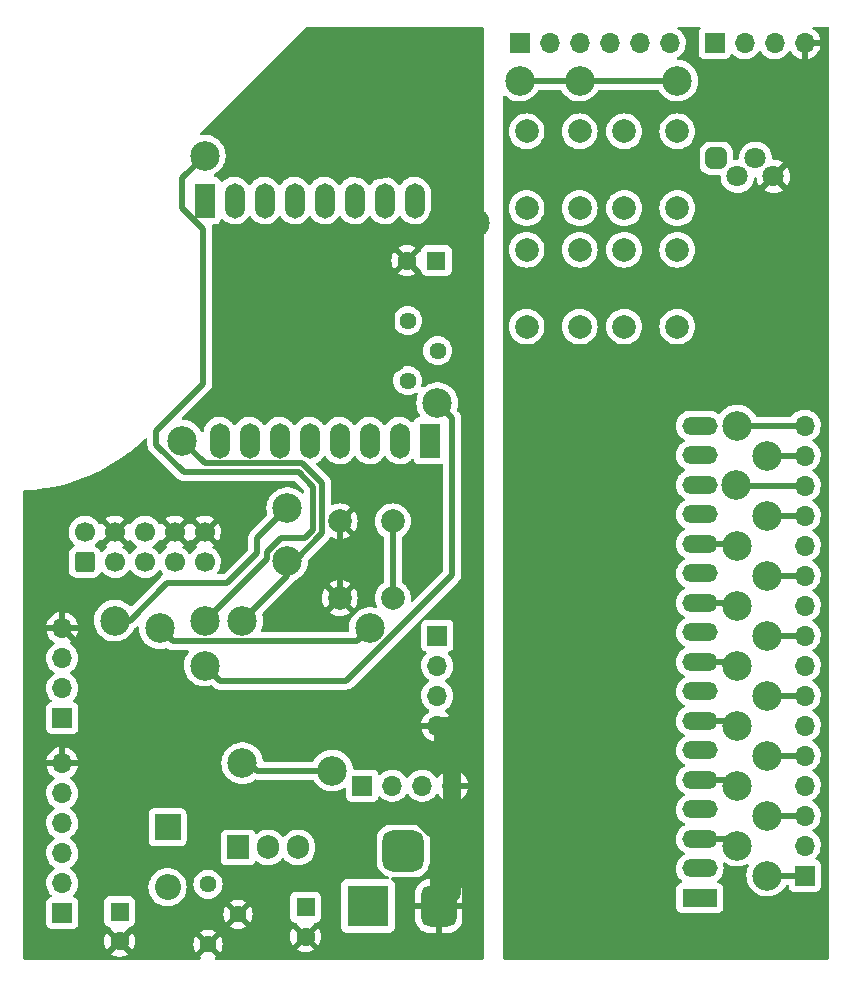
<source format=gbr>
%TF.GenerationSoftware,KiCad,Pcbnew,(6.0.7)*%
%TF.CreationDate,2022-08-22T18:42:59+08:00*%
%TF.ProjectId,TurnsCounter,5475726e-7343-46f7-956e-7465722e6b69,rev?*%
%TF.SameCoordinates,PX8d707f0PY7735940*%
%TF.FileFunction,Copper,L1,Top*%
%TF.FilePolarity,Positive*%
%FSLAX46Y46*%
G04 Gerber Fmt 4.6, Leading zero omitted, Abs format (unit mm)*
G04 Created by KiCad (PCBNEW (6.0.7)) date 2022-08-22 18:42:59*
%MOMM*%
%LPD*%
G01*
G04 APERTURE LIST*
G04 Aperture macros list*
%AMRoundRect*
0 Rectangle with rounded corners*
0 $1 Rounding radius*
0 $2 $3 $4 $5 $6 $7 $8 $9 X,Y pos of 4 corners*
0 Add a 4 corners polygon primitive as box body*
4,1,4,$2,$3,$4,$5,$6,$7,$8,$9,$2,$3,0*
0 Add four circle primitives for the rounded corners*
1,1,$1+$1,$2,$3*
1,1,$1+$1,$4,$5*
1,1,$1+$1,$6,$7*
1,1,$1+$1,$8,$9*
0 Add four rect primitives between the rounded corners*
20,1,$1+$1,$2,$3,$4,$5,0*
20,1,$1+$1,$4,$5,$6,$7,0*
20,1,$1+$1,$6,$7,$8,$9,0*
20,1,$1+$1,$8,$9,$2,$3,0*%
G04 Aperture macros list end*
%TA.AperFunction,ComponentPad*%
%ADD10R,1.700000X3.000000*%
%TD*%
%TA.AperFunction,ComponentPad*%
%ADD11O,1.700000X3.000000*%
%TD*%
%TA.AperFunction,ComponentPad*%
%ADD12R,1.600000X1.600000*%
%TD*%
%TA.AperFunction,ComponentPad*%
%ADD13C,1.600000*%
%TD*%
%TA.AperFunction,ComponentPad*%
%ADD14R,1.700000X1.700000*%
%TD*%
%TA.AperFunction,ComponentPad*%
%ADD15O,1.700000X1.700000*%
%TD*%
%TA.AperFunction,ComponentPad*%
%ADD16C,2.000000*%
%TD*%
%TA.AperFunction,ComponentPad*%
%ADD17RoundRect,0.250000X0.600000X-0.600000X0.600000X0.600000X-0.600000X0.600000X-0.600000X-0.600000X0*%
%TD*%
%TA.AperFunction,ComponentPad*%
%ADD18C,1.700000*%
%TD*%
%TA.AperFunction,ComponentPad*%
%ADD19R,3.500000X3.500000*%
%TD*%
%TA.AperFunction,ComponentPad*%
%ADD20RoundRect,0.750000X0.750000X1.000000X-0.750000X1.000000X-0.750000X-1.000000X0.750000X-1.000000X0*%
%TD*%
%TA.AperFunction,ComponentPad*%
%ADD21RoundRect,0.875000X0.875000X0.875000X-0.875000X0.875000X-0.875000X-0.875000X0.875000X-0.875000X0*%
%TD*%
%TA.AperFunction,ComponentPad*%
%ADD22R,3.000000X1.524000*%
%TD*%
%TA.AperFunction,ComponentPad*%
%ADD23O,3.000000X1.524000*%
%TD*%
%TA.AperFunction,ComponentPad*%
%ADD24C,1.440000*%
%TD*%
%TA.AperFunction,ComponentPad*%
%ADD25R,2.200000X2.200000*%
%TD*%
%TA.AperFunction,ComponentPad*%
%ADD26O,2.200000X2.200000*%
%TD*%
%TA.AperFunction,ComponentPad*%
%ADD27RoundRect,0.450000X-0.450000X-0.450000X0.450000X-0.450000X0.450000X0.450000X-0.450000X0.450000X0*%
%TD*%
%TA.AperFunction,ComponentPad*%
%ADD28C,1.800000*%
%TD*%
%TA.AperFunction,ComponentPad*%
%ADD29R,1.905000X2.000000*%
%TD*%
%TA.AperFunction,ComponentPad*%
%ADD30O,1.905000X2.000000*%
%TD*%
%TA.AperFunction,ViaPad*%
%ADD31C,2.500000*%
%TD*%
%TA.AperFunction,ViaPad*%
%ADD32C,7.000000*%
%TD*%
%TA.AperFunction,Conductor*%
%ADD33C,0.500000*%
%TD*%
%TA.AperFunction,Conductor*%
%ADD34C,1.500000*%
%TD*%
G04 APERTURE END LIST*
D10*
%TO.P,J10,1,Pin_1*%
%TO.N,Net-(U3-Pad2)*%
X34925000Y44450000D03*
D11*
%TO.P,J10,2,Pin_2*%
%TO.N,Net-(U3-Pad3)*%
X32385000Y44450000D03*
%TO.P,J10,3,Pin_3*%
%TO.N,Net-(U3-Pad5)*%
X29845000Y44450000D03*
%TO.P,J10,4,Pin_4*%
%TO.N,Net-(U3-Pad6)*%
X27305000Y44450000D03*
%TO.P,J10,5,Pin_5*%
%TO.N,Net-(U3-Pad7)*%
X24765000Y44450000D03*
%TO.P,J10,6,Pin_6*%
%TO.N,Net-(U3-Pad8)*%
X22225000Y44450000D03*
%TO.P,J10,7,Pin_7*%
%TO.N,Net-(U3-Pad10)*%
X19685000Y44450000D03*
%TO.P,J10,8,Pin_8*%
%TO.N,Net-(U3-Pad11)*%
X17145000Y44450000D03*
%TD*%
D10*
%TO.P,J9,1,Pin_1*%
%TO.N,Net-(U3-Pad14)*%
X15875000Y64770000D03*
D11*
%TO.P,J9,2,Pin_2*%
%TO.N,Net-(U3-Pad15)*%
X18415000Y64770000D03*
%TO.P,J9,3,Pin_3*%
%TO.N,Net-(J9-Pad3)*%
X20955000Y64770000D03*
%TO.P,J9,4,Pin_4*%
%TO.N,Net-(U3-Pad17)*%
X23495000Y64770000D03*
%TO.P,J9,5,Pin_5*%
%TO.N,Net-(U3-Pad20)*%
X26035000Y64770000D03*
%TO.P,J9,6,Pin_6*%
%TO.N,Net-(U3-Pad21)*%
X28575000Y64770000D03*
%TO.P,J9,7,Pin_7*%
%TO.N,Net-(U3-Pad22)*%
X31115000Y64770000D03*
%TO.P,J9,8,Pin_8*%
%TO.N,Net-(U3-Pad23)*%
X33655000Y64770000D03*
%TD*%
D12*
%TO.P,C9,1*%
%TO.N,+5V*%
X35495112Y59690000D03*
D13*
%TO.P,C9,2*%
%TO.N,GND*%
X32995112Y59690000D03*
%TD*%
D14*
%TO.P,J8,1,Pin_1*%
%TO.N,Net-(SW2-Pad2)*%
X42545000Y78105000D03*
D15*
%TO.P,J8,2,Pin_2*%
%TO.N,Net-(R8-Pad1)*%
X45085000Y78105000D03*
%TO.P,J8,3,Pin_3*%
%TO.N,Net-(R9-Pad1)*%
X47625000Y78105000D03*
%TO.P,J8,4,Pin_4*%
%TO.N,Net-(R10-Pad1)*%
X50165000Y78105000D03*
%TO.P,J8,5,Pin_5*%
%TO.N,Net-(R11-Pad1)*%
X52705000Y78105000D03*
%TO.P,J8,6,Pin_6*%
%TO.N,Net-(R10-Pad2)*%
X55245000Y78105000D03*
%TD*%
D14*
%TO.P,J1,1,Pin_1*%
%TO.N,+5V*%
X29210000Y15240000D03*
D15*
%TO.P,J1,2,Pin_2*%
%TO.N,Net-(J1-Pad2)*%
X31750000Y15240000D03*
%TO.P,J1,3,Pin_3*%
%TO.N,Net-(J1-Pad3)*%
X34290000Y15240000D03*
%TO.P,J1,4,Pin_4*%
%TO.N,GND*%
X36830000Y15240000D03*
%TD*%
D16*
%TO.P,SW5,1,1*%
%TO.N,Net-(R11-Pad1)*%
X51380000Y64135000D03*
X51380000Y70635000D03*
%TO.P,SW5,2,2*%
%TO.N,Net-(SW2-Pad2)*%
X55880000Y70635000D03*
X55880000Y64135000D03*
%TD*%
D17*
%TO.P,J4,1,MOSI*%
%TO.N,Net-(J4-Pad1)*%
X5715000Y34172500D03*
D18*
%TO.P,J4,2,VCC*%
%TO.N,+5V*%
X5715000Y36712500D03*
%TO.P,J4,3,NC*%
%TO.N,unconnected-(J4-Pad3)*%
X8255000Y34172500D03*
%TO.P,J4,4,GND*%
%TO.N,GND*%
X8255000Y36712500D03*
%TO.P,J4,5,~{RST}*%
%TO.N,Net-(C8-Pad2)*%
X10795000Y34172500D03*
%TO.P,J4,6,SS*%
%TO.N,Net-(J4-Pad6)*%
X10795000Y36712500D03*
%TO.P,J4,7,SCK*%
%TO.N,Net-(J4-Pad7)*%
X13335000Y34172500D03*
%TO.P,J4,8,GND*%
%TO.N,GND*%
X13335000Y36712500D03*
%TO.P,J4,9,MISO*%
%TO.N,Net-(J4-Pad9)*%
X15875000Y34172500D03*
%TO.P,J4,10,GND*%
%TO.N,GND*%
X15875000Y36712500D03*
%TD*%
D19*
%TO.P,J2,1*%
%TO.N,Net-(C1-Pad1)*%
X29690000Y5042500D03*
D20*
%TO.P,J2,2*%
%TO.N,GND*%
X35690000Y5042500D03*
D21*
%TO.P,J2,3*%
%TO.N,unconnected-(J2-Pad3)*%
X32690000Y9742500D03*
%TD*%
D12*
%TO.P,C1,1*%
%TO.N,Net-(C1-Pad1)*%
X24410000Y4945000D03*
D13*
%TO.P,C1,2*%
%TO.N,GND*%
X24410000Y2445000D03*
%TD*%
D14*
%TO.P,J5,1,Pin_1*%
%TO.N,Net-(U2-Pad12)*%
X3810000Y20955000D03*
D15*
%TO.P,J5,2,Pin_2*%
%TO.N,Net-(U2-Pad13)*%
X3810000Y23495000D03*
%TO.P,J5,3,Pin_3*%
%TO.N,Net-(J4-Pad6)*%
X3810000Y26035000D03*
%TO.P,J5,4,Pin_4*%
%TO.N,GND*%
X3810000Y28575000D03*
%TD*%
D12*
%TO.P,C4,1*%
%TO.N,+5V*%
X8662000Y4564000D03*
D13*
%TO.P,C4,2*%
%TO.N,GND*%
X8662000Y2064000D03*
%TD*%
D22*
%TO.P,D3,1,C1*%
%TO.N,unconnected-(D3-Pad1)*%
X57785000Y5720000D03*
D23*
%TO.P,D3,2,C*%
%TO.N,Net-(D3-Pad2)*%
X57785000Y8220000D03*
%TO.P,D3,3,C2*%
%TO.N,Net-(D3-Pad3)*%
X57785000Y10720000D03*
%TO.P,D3,4,H*%
%TO.N,Net-(D3-Pad4)*%
X57785000Y13220000D03*
%TO.P,D3,5,C3*%
%TO.N,Net-(D3-Pad5)*%
X57785000Y15720000D03*
%TO.P,D3,6,A*%
%TO.N,Net-(D3-Pad6)*%
X57785000Y18220000D03*
%TO.P,D3,7,C4*%
%TO.N,Net-(D3-Pad7)*%
X57785000Y20720000D03*
%TO.P,D3,8,E*%
%TO.N,Net-(D3-Pad8)*%
X57785000Y23220000D03*
%TO.P,D3,9,C5*%
%TO.N,Net-(D3-Pad9)*%
X57785000Y25720000D03*
%TO.P,D3,10,D*%
%TO.N,Net-(D3-Pad10)*%
X57785000Y28220000D03*
%TO.P,D3,11,C6*%
%TO.N,Net-(D3-Pad11)*%
X57785000Y30720000D03*
%TO.P,D3,12,G*%
%TO.N,Net-(D3-Pad12)*%
X57785000Y33220000D03*
%TO.P,D3,13,C7*%
%TO.N,Net-(D3-Pad13)*%
X57785000Y35720000D03*
%TO.P,D3,14,B*%
%TO.N,Net-(D3-Pad14)*%
X57785000Y38220000D03*
%TO.P,D3,15,C8*%
%TO.N,Net-(D3-Pad15)*%
X57785000Y40720000D03*
%TO.P,D3,16,F*%
%TO.N,Net-(D3-Pad16)*%
X57785000Y43220000D03*
%TO.P,D3,17,C9*%
%TO.N,Net-(D3-Pad17)*%
X57785000Y45720000D03*
%TD*%
D24*
%TO.P,RV1,1,1*%
%TO.N,Net-(C2-Pad1)*%
X16155000Y6890000D03*
%TO.P,RV1,2,2*%
%TO.N,GND*%
X18695000Y4350000D03*
%TO.P,RV1,3,3*%
X16155000Y1810000D03*
%TD*%
D14*
%TO.P,J11,1,Pin_1*%
%TO.N,Net-(D3-Pad2)*%
X66675000Y7620000D03*
D15*
%TO.P,J11,2,Pin_2*%
%TO.N,Net-(D3-Pad3)*%
X66675000Y10160000D03*
%TO.P,J11,3,Pin_3*%
%TO.N,Net-(D3-Pad4)*%
X66675000Y12700000D03*
%TO.P,J11,4,Pin_4*%
%TO.N,Net-(D3-Pad5)*%
X66675000Y15240000D03*
%TO.P,J11,5,Pin_5*%
%TO.N,Net-(D3-Pad6)*%
X66675000Y17780000D03*
%TO.P,J11,6,Pin_6*%
%TO.N,Net-(D3-Pad7)*%
X66675000Y20320000D03*
%TO.P,J11,7,Pin_7*%
%TO.N,Net-(D3-Pad8)*%
X66675000Y22860000D03*
%TO.P,J11,8,Pin_8*%
%TO.N,Net-(D3-Pad9)*%
X66675000Y25400000D03*
%TO.P,J11,9,Pin_9*%
%TO.N,Net-(D3-Pad10)*%
X66675000Y27940000D03*
%TO.P,J11,10,Pin_10*%
%TO.N,Net-(D3-Pad11)*%
X66675000Y30480000D03*
%TO.P,J11,11,Pin_11*%
%TO.N,Net-(D3-Pad12)*%
X66675000Y33020000D03*
%TO.P,J11,12,Pin_12*%
%TO.N,Net-(D3-Pad13)*%
X66675000Y35560000D03*
%TO.P,J11,13,Pin_13*%
%TO.N,Net-(D3-Pad14)*%
X66675000Y38100000D03*
%TO.P,J11,14,Pin_14*%
%TO.N,Net-(D3-Pad15)*%
X66675000Y40640000D03*
%TO.P,J11,15,Pin_15*%
%TO.N,Net-(D3-Pad16)*%
X66675000Y43180000D03*
%TO.P,J11,16,Pin_16*%
%TO.N,Net-(D3-Pad17)*%
X66675000Y45720000D03*
%TD*%
D14*
%TO.P,J7,1,Pin_1*%
%TO.N,+5V*%
X3810000Y4445000D03*
D15*
%TO.P,J7,2,Pin_2*%
%TO.N,Net-(U2-Pad2)*%
X3810000Y6985000D03*
%TO.P,J7,3,Pin_3*%
%TO.N,Net-(U2-Pad9)*%
X3810000Y9525000D03*
%TO.P,J7,4,Pin_4*%
%TO.N,Net-(U2-Pad10)*%
X3810000Y12065000D03*
%TO.P,J7,5,Pin_5*%
%TO.N,Net-(U2-Pad11)*%
X3810000Y14605000D03*
%TO.P,J7,6,Pin_6*%
%TO.N,GND*%
X3810000Y17145000D03*
%TD*%
D25*
%TO.P,D1,1,K*%
%TO.N,+5V*%
X12726000Y11716000D03*
D26*
%TO.P,D1,2,A*%
%TO.N,Net-(C2-Pad1)*%
X12726000Y6636000D03*
%TD*%
D27*
%TO.P,D2,1,RA*%
%TO.N,Net-(D2-Pad1)*%
X59185000Y68349000D03*
D28*
%TO.P,D2,2,GA*%
%TO.N,Net-(D2-Pad2)*%
X60963000Y66825000D03*
%TO.P,D2,3,BA*%
%TO.N,Net-(D2-Pad3)*%
X62487000Y68349000D03*
%TO.P,D2,4,K*%
%TO.N,Net-(D2-Pad4)*%
X64011000Y66825000D03*
%TD*%
D16*
%TO.P,SW3,1,1*%
%TO.N,Net-(R9-Pad1)*%
X43125000Y70635000D03*
X43125000Y64135000D03*
%TO.P,SW3,2,2*%
%TO.N,Net-(SW2-Pad2)*%
X47625000Y64135000D03*
X47625000Y70635000D03*
%TD*%
%TO.P,SW4,1,1*%
%TO.N,Net-(R10-Pad1)*%
X51380000Y60600000D03*
X51380000Y54100000D03*
%TO.P,SW4,2,2*%
%TO.N,Net-(SW2-Pad2)*%
X55880000Y54100000D03*
X55880000Y60600000D03*
%TD*%
%TO.P,SW2,1,1*%
%TO.N,Net-(R8-Pad1)*%
X43125000Y54100000D03*
X43125000Y60600000D03*
%TO.P,SW2,2,2*%
%TO.N,Net-(SW2-Pad2)*%
X47625000Y60600000D03*
X47625000Y54100000D03*
%TD*%
D24*
%TO.P,RV2,1,1*%
%TO.N,+5V*%
X33065000Y54595000D03*
%TO.P,RV2,2,2*%
%TO.N,Net-(RV2-Pad2)*%
X35605000Y52055000D03*
%TO.P,RV2,3,3*%
X33065000Y49515000D03*
%TD*%
D14*
%TO.P,J6,1,Pin_1*%
%TO.N,Net-(R5-Pad2)*%
X59055000Y78105000D03*
D15*
%TO.P,J6,2,Pin_2*%
%TO.N,Net-(R6-Pad2)*%
X61595000Y78105000D03*
%TO.P,J6,3,Pin_3*%
%TO.N,Net-(R7-Pad2)*%
X64135000Y78105000D03*
%TO.P,J6,4,Pin_4*%
%TO.N,Net-(D2-Pad4)*%
X66675000Y78105000D03*
%TD*%
D16*
%TO.P,SW1,1,1*%
%TO.N,GND*%
X27305000Y37615000D03*
X27305000Y31115000D03*
%TO.P,SW1,2,2*%
%TO.N,Net-(C8-Pad2)*%
X31805000Y31115000D03*
X31805000Y37615000D03*
%TD*%
D14*
%TO.P,J3,1,Pin_1*%
%TO.N,+5V*%
X35560000Y27940000D03*
D15*
%TO.P,J3,2,Pin_2*%
%TO.N,Net-(J3-Pad2)*%
X35560000Y25400000D03*
%TO.P,J3,3,Pin_3*%
%TO.N,Net-(J3-Pad3)*%
X35560000Y22860000D03*
%TO.P,J3,4,Pin_4*%
%TO.N,GND*%
X35560000Y20320000D03*
%TD*%
D29*
%TO.P,U1,1,ADJ*%
%TO.N,Net-(C2-Pad1)*%
X18695000Y10000000D03*
D30*
%TO.P,U1,2,VO*%
%TO.N,+5V*%
X21235000Y10000000D03*
%TO.P,U1,3,VI*%
%TO.N,Net-(C1-Pad1)*%
X23775000Y10000000D03*
%TD*%
D31*
%TO.N,GND*%
X26035000Y12700000D03*
X38750480Y62865000D03*
D32*
X30000000Y70000000D03*
X10000000Y20000000D03*
D31*
X31750000Y51435000D03*
%TO.N,Net-(D3-Pad2)*%
X63500000Y7620000D03*
%TO.N,Net-(D3-Pad3)*%
X60960000Y10160000D03*
%TO.N,Net-(D3-Pad4)*%
X63500000Y12700000D03*
%TO.N,Net-(D3-Pad5)*%
X60960000Y15240000D03*
%TO.N,Net-(D3-Pad6)*%
X63500000Y17780000D03*
%TO.N,Net-(D3-Pad7)*%
X60960000Y20320000D03*
%TO.N,Net-(D3-Pad8)*%
X63500000Y22860000D03*
%TO.N,Net-(D3-Pad9)*%
X60960000Y25400000D03*
%TO.N,Net-(D3-Pad10)*%
X63500000Y27940000D03*
%TO.N,Net-(D3-Pad11)*%
X60960000Y30480000D03*
%TO.N,Net-(D3-Pad12)*%
X63500000Y33020000D03*
%TO.N,Net-(D3-Pad13)*%
X60960000Y35560000D03*
%TO.N,Net-(D3-Pad14)*%
X63500000Y38100000D03*
%TO.N,Net-(D3-Pad15)*%
X60880000Y40720000D03*
%TO.N,Net-(D3-Pad16)*%
X63500000Y43180000D03*
%TO.N,Net-(D3-Pad17)*%
X60960000Y45720000D03*
%TO.N,Net-(J4-Pad1)*%
X35560000Y47625000D03*
X15875000Y25400000D03*
%TO.N,Net-(J4-Pad6)*%
X8255000Y29210000D03*
X22860000Y38735000D03*
%TO.N,Net-(J4-Pad7)*%
X15875000Y29210000D03*
X15875000Y68580000D03*
%TO.N,Net-(J4-Pad9)*%
X22860000Y34290000D03*
X19050000Y29210000D03*
X13970000Y44450000D03*
%TO.N,Net-(C8-Pad2)*%
X12065000Y28575000D03*
X29845000Y28575000D03*
%TO.N,Net-(U2-Pad2)*%
X26670000Y16510000D03*
X19050000Y17145000D03*
%TO.N,Net-(SW2-Pad2)*%
X47625000Y74930000D03*
X55880000Y74930000D03*
X42545000Y74930000D03*
%TD*%
D33*
%TO.N,GND*%
X27305000Y37615000D02*
X27305000Y31115000D01*
D34*
X35690000Y11143471D02*
X34133471Y12700000D01*
X15941022Y12700000D02*
X10000000Y18641022D01*
X38750480Y22308399D02*
X38750480Y24114520D01*
X10000000Y18641022D02*
X10000000Y20000000D01*
X38750480Y67294520D02*
X36045000Y70000000D01*
X35560000Y20320000D02*
X36762081Y20320000D01*
X36045000Y70000000D02*
X30000000Y70000000D01*
D33*
X3810000Y28575000D02*
X10000000Y22385000D01*
X10000000Y22385000D02*
X10000000Y20000000D01*
D34*
X36830000Y6182500D02*
X36830000Y15240000D01*
X35690000Y5042500D02*
X35690000Y11143471D01*
X34133471Y12700000D02*
X15941022Y12700000D01*
X38750480Y24114520D02*
X38750480Y40020480D01*
X35690000Y5042500D02*
X36830000Y6182500D01*
X38750480Y40020480D02*
X38750480Y67294520D01*
D33*
X31750000Y51435000D02*
X31750000Y58444888D01*
D34*
X36762081Y20320000D02*
X38750480Y22308399D01*
D33*
X31750000Y58444888D02*
X32995112Y59690000D01*
D34*
X36830000Y15240000D02*
X36830000Y19050000D01*
X36830000Y19050000D02*
X35560000Y20320000D01*
D33*
%TO.N,Net-(D3-Pad2)*%
X66675000Y7620000D02*
X63500000Y7620000D01*
%TO.N,Net-(D3-Pad3)*%
X60400000Y10720000D02*
X60960000Y10160000D01*
X57785000Y10720000D02*
X60400000Y10720000D01*
%TO.N,Net-(D3-Pad4)*%
X66675000Y12700000D02*
X63500000Y12700000D01*
%TO.N,Net-(D3-Pad5)*%
X57785000Y15720000D02*
X60480000Y15720000D01*
X60480000Y15720000D02*
X60960000Y15240000D01*
%TO.N,Net-(D3-Pad6)*%
X66675000Y17780000D02*
X63500000Y17780000D01*
%TO.N,Net-(D3-Pad7)*%
X60560000Y20720000D02*
X60960000Y20320000D01*
X57785000Y20720000D02*
X60560000Y20720000D01*
%TO.N,Net-(D3-Pad8)*%
X66675000Y22860000D02*
X63500000Y22860000D01*
%TO.N,Net-(D3-Pad9)*%
X57785000Y25720000D02*
X60640000Y25720000D01*
X60640000Y25720000D02*
X60960000Y25400000D01*
%TO.N,Net-(D3-Pad10)*%
X66675000Y27940000D02*
X63500000Y27940000D01*
%TO.N,Net-(D3-Pad11)*%
X57785000Y30720000D02*
X60720000Y30720000D01*
X60720000Y30720000D02*
X60960000Y30480000D01*
%TO.N,Net-(D3-Pad12)*%
X66675000Y33020000D02*
X63500000Y33020000D01*
%TO.N,Net-(D3-Pad13)*%
X57785000Y35720000D02*
X60800000Y35720000D01*
X60800000Y35720000D02*
X60960000Y35560000D01*
%TO.N,Net-(D3-Pad14)*%
X66675000Y38100000D02*
X63500000Y38100000D01*
%TO.N,Net-(D3-Pad15)*%
X60880000Y40720000D02*
X60960000Y40640000D01*
X60960000Y40640000D02*
X66675000Y40640000D01*
%TO.N,Net-(D3-Pad16)*%
X63500000Y43180000D02*
X66675000Y43180000D01*
%TO.N,Net-(D3-Pad17)*%
X60960000Y45720000D02*
X66675000Y45720000D01*
%TO.N,Net-(J4-Pad1)*%
X36830000Y33085817D02*
X27874183Y24130000D01*
X17145000Y24130000D02*
X15875000Y25400000D01*
X35560000Y47625000D02*
X36830000Y46355000D01*
X36830000Y46355000D02*
X36830000Y33085817D01*
X27874183Y24130000D02*
X17145000Y24130000D01*
%TO.N,Net-(J4-Pad6)*%
X20320000Y36195000D02*
X22860000Y38735000D01*
X8255000Y29210000D02*
X9525000Y29210000D01*
X9525000Y29210000D02*
X12700000Y32385000D01*
X12700000Y32385000D02*
X17780000Y32385000D01*
X20320000Y34925000D02*
X20320000Y36195000D01*
X17780000Y32385000D02*
X20320000Y34925000D01*
%TO.N,Net-(J4-Pad7)*%
X15750155Y49254016D02*
X11784696Y45288557D01*
X21110489Y34445489D02*
X21110489Y35014672D01*
X13970000Y64135000D02*
X15750155Y62354845D01*
X15875000Y29210000D02*
X21110489Y34445489D01*
X11784696Y45288557D02*
X11784696Y44095304D01*
X25055969Y36910951D02*
X24340018Y36195000D01*
X23819538Y41795480D02*
X25055969Y40559049D01*
X25055969Y40559049D02*
X25055969Y36910951D01*
X15875000Y68580000D02*
X13970000Y66675000D01*
X24340018Y36195000D02*
X22290817Y36195000D01*
X15750155Y62354845D02*
X15750155Y49254016D01*
X22290817Y36195000D02*
X21110489Y35014672D01*
X14084520Y41795480D02*
X23819538Y41795480D01*
X11784696Y44095304D02*
X14084520Y41795480D01*
X13970000Y66675000D02*
X13970000Y64135000D01*
%TO.N,Net-(J4-Pad9)*%
X25805489Y36600489D02*
X25805489Y40869511D01*
X23495000Y34290000D02*
X25805489Y36600489D01*
X22860000Y33020000D02*
X22860000Y34290000D01*
X13970000Y44450000D02*
X15875000Y42545000D01*
X19050000Y29210000D02*
X22860000Y33020000D01*
X24130000Y42545000D02*
X15875000Y42545000D01*
X25805489Y40869511D02*
X24130000Y42545000D01*
X22860000Y34290000D02*
X23495000Y34290000D01*
%TO.N,Net-(C8-Pad2)*%
X15084511Y27460489D02*
X13179511Y27460489D01*
X28730489Y27460489D02*
X15084511Y27460489D01*
X31805000Y37615000D02*
X31805000Y31115000D01*
X29845000Y28575000D02*
X28730489Y27460489D01*
X13179511Y27460489D02*
X12065000Y28575000D01*
%TO.N,Net-(U2-Pad2)*%
X20320000Y16510000D02*
X26670000Y16510000D01*
X19050000Y17780000D02*
X20320000Y16510000D01*
%TO.N,Net-(SW2-Pad2)*%
X42545000Y74930000D02*
X47625000Y74930000D01*
X47625000Y74930000D02*
X55880000Y74930000D01*
%TD*%
%TA.AperFunction,Conductor*%
%TO.N,GND*%
G36*
X39433621Y79471498D02*
G01*
X39480114Y79417842D01*
X39491500Y79365500D01*
X39491500Y634500D01*
X39471498Y566379D01*
X39417842Y519886D01*
X39365500Y508500D01*
X16835399Y508500D01*
X16767278Y528502D01*
X16720785Y582158D01*
X16710681Y652432D01*
X16740175Y717012D01*
X16772396Y743617D01*
X16775846Y745609D01*
X16810607Y769949D01*
X16818983Y780428D01*
X16811916Y793873D01*
X16167811Y1437979D01*
X16153868Y1445592D01*
X16152034Y1445461D01*
X16145420Y1441210D01*
X15497360Y793149D01*
X15490933Y781379D01*
X15500227Y769365D01*
X15534154Y745609D01*
X15537604Y743617D01*
X15586596Y692233D01*
X15600030Y622519D01*
X15573641Y556609D01*
X15515808Y515429D01*
X15474601Y508500D01*
X8776047Y508500D01*
X8707926Y528502D01*
X8661433Y582158D01*
X8660587Y588043D01*
X8635624Y544002D01*
X8572780Y510970D01*
X8547953Y508500D01*
X634500Y508500D01*
X566379Y528502D01*
X519886Y582158D01*
X508500Y634500D01*
X508500Y977938D01*
X7940493Y977938D01*
X7949789Y965923D01*
X8000994Y930069D01*
X8010489Y924586D01*
X8207947Y832510D01*
X8218239Y828764D01*
X8428688Y772375D01*
X8439481Y770472D01*
X8558934Y760021D01*
X8625053Y734158D01*
X8664055Y680296D01*
X8680823Y717012D01*
X8740549Y755396D01*
X8765066Y760021D01*
X8884519Y770472D01*
X8895312Y772375D01*
X9105761Y828764D01*
X9116053Y832510D01*
X9313511Y924586D01*
X9323006Y930069D01*
X9375048Y966509D01*
X9383424Y976988D01*
X9376356Y990434D01*
X8674812Y1691978D01*
X8660868Y1699592D01*
X8659035Y1699461D01*
X8652420Y1695210D01*
X7946923Y989713D01*
X7940493Y977938D01*
X508500Y977938D01*
X508500Y2058525D01*
X7349483Y2058525D01*
X7368472Y1841481D01*
X7370375Y1830688D01*
X7426764Y1620239D01*
X7430510Y1609947D01*
X7522586Y1412489D01*
X7528069Y1402994D01*
X7564509Y1350952D01*
X7574988Y1342576D01*
X7588434Y1349644D01*
X8289978Y2051188D01*
X8296356Y2062868D01*
X9026408Y2062868D01*
X9026539Y2061035D01*
X9030790Y2054420D01*
X9736287Y1348923D01*
X9748062Y1342493D01*
X9760077Y1351789D01*
X9795931Y1402994D01*
X9801414Y1412489D01*
X9893490Y1609947D01*
X9897236Y1620239D01*
X9946615Y1804525D01*
X14922788Y1804525D01*
X14940557Y1601425D01*
X14942460Y1590632D01*
X14995226Y1393705D01*
X14998972Y1383413D01*
X15085135Y1198636D01*
X15090613Y1189150D01*
X15114949Y1154393D01*
X15125428Y1146017D01*
X15138872Y1153083D01*
X15782979Y1797189D01*
X15789356Y1808868D01*
X16519408Y1808868D01*
X16519539Y1807034D01*
X16523790Y1800420D01*
X17171851Y1152360D01*
X17183621Y1145933D01*
X17195635Y1155228D01*
X17219387Y1189150D01*
X17224865Y1198636D01*
X17299615Y1358938D01*
X23688493Y1358938D01*
X23697789Y1346923D01*
X23748994Y1311069D01*
X23758489Y1305586D01*
X23955947Y1213510D01*
X23966239Y1209764D01*
X24176688Y1153375D01*
X24187481Y1151472D01*
X24404525Y1132483D01*
X24415475Y1132483D01*
X24632519Y1151472D01*
X24643312Y1153375D01*
X24853761Y1209764D01*
X24864053Y1213510D01*
X25061511Y1305586D01*
X25071006Y1311069D01*
X25123048Y1347509D01*
X25131424Y1357988D01*
X25124356Y1371434D01*
X24422812Y2072978D01*
X24408868Y2080592D01*
X24407035Y2080461D01*
X24400420Y2076210D01*
X23694923Y1370713D01*
X23688493Y1358938D01*
X17299615Y1358938D01*
X17311028Y1383413D01*
X17314774Y1393705D01*
X17367540Y1590632D01*
X17369443Y1601425D01*
X17387212Y1804525D01*
X17387212Y1815475D01*
X17369443Y2018575D01*
X17367540Y2029368D01*
X17314774Y2226295D01*
X17311028Y2236587D01*
X17224865Y2421364D01*
X17219387Y2430850D01*
X17213313Y2439525D01*
X23097483Y2439525D01*
X23116472Y2222481D01*
X23118375Y2211688D01*
X23174764Y2001239D01*
X23178510Y1990947D01*
X23270586Y1793489D01*
X23276069Y1783994D01*
X23312509Y1731952D01*
X23322988Y1723576D01*
X23336434Y1730644D01*
X24037978Y2432188D01*
X24044356Y2443868D01*
X24774408Y2443868D01*
X24774539Y2442035D01*
X24778790Y2435420D01*
X25484287Y1729923D01*
X25496062Y1723493D01*
X25508077Y1732789D01*
X25543931Y1783994D01*
X25549414Y1793489D01*
X25641490Y1990947D01*
X25645236Y2001239D01*
X25701625Y2211688D01*
X25703528Y2222481D01*
X25722517Y2439525D01*
X25722517Y2450475D01*
X25703528Y2667519D01*
X25701625Y2678312D01*
X25645236Y2888761D01*
X25641490Y2899053D01*
X25549414Y3096511D01*
X25543931Y3106006D01*
X25507491Y3158048D01*
X25497012Y3166424D01*
X25483566Y3159356D01*
X24782022Y2457812D01*
X24774408Y2443868D01*
X24044356Y2443868D01*
X24045592Y2446132D01*
X24045461Y2447965D01*
X24041210Y2454580D01*
X23335713Y3160077D01*
X23323938Y3166507D01*
X23311923Y3157211D01*
X23276069Y3106006D01*
X23270586Y3096511D01*
X23178510Y2899053D01*
X23174764Y2888761D01*
X23118375Y2678312D01*
X23116472Y2667519D01*
X23097483Y2450475D01*
X23097483Y2439525D01*
X17213313Y2439525D01*
X17195051Y2465607D01*
X17184572Y2473983D01*
X17171128Y2466917D01*
X16527021Y1822811D01*
X16519408Y1808868D01*
X15789356Y1808868D01*
X15790592Y1811132D01*
X15790461Y1812966D01*
X15786210Y1819580D01*
X15138149Y2467640D01*
X15126379Y2474067D01*
X15114365Y2464772D01*
X15090613Y2430850D01*
X15085135Y2421364D01*
X14998972Y2236587D01*
X14995226Y2226295D01*
X14942460Y2029368D01*
X14940557Y2018575D01*
X14922788Y1815475D01*
X14922788Y1804525D01*
X9946615Y1804525D01*
X9953625Y1830688D01*
X9955528Y1841481D01*
X9974517Y2058525D01*
X9974517Y2069475D01*
X9955528Y2286519D01*
X9953625Y2297312D01*
X9897236Y2507761D01*
X9893490Y2518053D01*
X9801414Y2715511D01*
X9795931Y2725006D01*
X9759491Y2777048D01*
X9749012Y2785424D01*
X9735566Y2778356D01*
X9034022Y2076812D01*
X9026408Y2062868D01*
X8296356Y2062868D01*
X8297592Y2065132D01*
X8297461Y2066965D01*
X8293210Y2073580D01*
X7587713Y2779077D01*
X7575938Y2785507D01*
X7563923Y2776211D01*
X7528069Y2725006D01*
X7522586Y2715511D01*
X7430510Y2518053D01*
X7426764Y2507761D01*
X7370375Y2297312D01*
X7368472Y2286519D01*
X7349483Y2069475D01*
X7349483Y2058525D01*
X508500Y2058525D01*
X508500Y7018305D01*
X2447251Y7018305D01*
X2447548Y7013152D01*
X2447548Y7013149D01*
X2455025Y6883469D01*
X2460110Y6795285D01*
X2461247Y6790239D01*
X2461248Y6790233D01*
X2481119Y6702061D01*
X2509222Y6577361D01*
X2593266Y6370384D01*
X2595965Y6365980D01*
X2703665Y6190229D01*
X2709987Y6179912D01*
X2856250Y6011062D01*
X2860230Y6007758D01*
X2864981Y6003813D01*
X2904616Y5944910D01*
X2906113Y5873929D01*
X2868997Y5813407D01*
X2828724Y5788888D01*
X2713295Y5745615D01*
X2596739Y5658261D01*
X2509385Y5541705D01*
X2458255Y5405316D01*
X2451500Y5343134D01*
X2451500Y3546866D01*
X2458255Y3484684D01*
X2509385Y3348295D01*
X2596739Y3231739D01*
X2713295Y3144385D01*
X2849684Y3093255D01*
X2911866Y3086500D01*
X4708134Y3086500D01*
X4770316Y3093255D01*
X4906705Y3144385D01*
X5023261Y3231739D01*
X5110615Y3348295D01*
X5161745Y3484684D01*
X5168500Y3546866D01*
X5168500Y3715866D01*
X7353500Y3715866D01*
X7360255Y3653684D01*
X7411385Y3517295D01*
X7498739Y3400739D01*
X7615295Y3313385D01*
X7751684Y3262255D01*
X7795252Y3257522D01*
X7810486Y3255867D01*
X7810489Y3255867D01*
X7813866Y3255500D01*
X7817185Y3255500D01*
X7884110Y3231847D01*
X7919804Y3185844D01*
X7921734Y3186859D01*
X7927442Y3176000D01*
X7927632Y3175755D01*
X7927653Y3175597D01*
X7947644Y3137566D01*
X8649188Y2436022D01*
X8663132Y2428408D01*
X8664965Y2428539D01*
X8671580Y2432790D01*
X9078362Y2839572D01*
X15491017Y2839572D01*
X15498083Y2826128D01*
X16142189Y2182021D01*
X16156132Y2174408D01*
X16157966Y2174539D01*
X16164580Y2178790D01*
X16812640Y2826851D01*
X16819067Y2838621D01*
X16809773Y2850635D01*
X16775854Y2874385D01*
X16766359Y2879868D01*
X16581587Y2966028D01*
X16571295Y2969774D01*
X16374368Y3022540D01*
X16363575Y3024443D01*
X16160475Y3042212D01*
X16149525Y3042212D01*
X15946425Y3024443D01*
X15935632Y3022540D01*
X15738705Y2969774D01*
X15728413Y2966028D01*
X15543636Y2879865D01*
X15534150Y2874387D01*
X15499393Y2850051D01*
X15491017Y2839572D01*
X9078362Y2839572D01*
X9377077Y3138287D01*
X9399871Y3180029D01*
X9402047Y3190029D01*
X9452253Y3240227D01*
X9505814Y3255451D01*
X9506719Y3255500D01*
X9510134Y3255500D01*
X9513530Y3255869D01*
X9513532Y3255869D01*
X9525879Y3257210D01*
X9572316Y3262255D01*
X9708705Y3313385D01*
X9719371Y3321379D01*
X18030933Y3321379D01*
X18040227Y3309365D01*
X18074146Y3285615D01*
X18083641Y3280132D01*
X18268413Y3193972D01*
X18278705Y3190226D01*
X18475632Y3137460D01*
X18486425Y3135557D01*
X18689525Y3117788D01*
X18700475Y3117788D01*
X18903575Y3135557D01*
X18914368Y3137460D01*
X19111295Y3190226D01*
X19121587Y3193972D01*
X19306359Y3280132D01*
X19315854Y3285615D01*
X19350607Y3309949D01*
X19358983Y3320428D01*
X19351916Y3333873D01*
X18707811Y3977979D01*
X18693868Y3985592D01*
X18692034Y3985461D01*
X18685420Y3981210D01*
X18037360Y3333149D01*
X18030933Y3321379D01*
X9719371Y3321379D01*
X9825261Y3400739D01*
X9912615Y3517295D01*
X9963745Y3653684D01*
X9970500Y3715866D01*
X9970500Y4344525D01*
X17462788Y4344525D01*
X17480557Y4141425D01*
X17482460Y4130632D01*
X17535226Y3933705D01*
X17538972Y3923413D01*
X17625135Y3738636D01*
X17630613Y3729150D01*
X17654949Y3694393D01*
X17665428Y3686017D01*
X17678872Y3693083D01*
X18322979Y4337189D01*
X18329356Y4348868D01*
X19059408Y4348868D01*
X19059539Y4347034D01*
X19063790Y4340420D01*
X19711851Y3692360D01*
X19723621Y3685933D01*
X19735635Y3695228D01*
X19759387Y3729150D01*
X19764865Y3738636D01*
X19851028Y3923413D01*
X19854774Y3933705D01*
X19898493Y4096866D01*
X23101500Y4096866D01*
X23108255Y4034684D01*
X23159385Y3898295D01*
X23246739Y3781739D01*
X23363295Y3694385D01*
X23499684Y3643255D01*
X23543252Y3638522D01*
X23558486Y3636867D01*
X23558489Y3636867D01*
X23561866Y3636500D01*
X23565185Y3636500D01*
X23632110Y3612847D01*
X23667804Y3566844D01*
X23669734Y3567859D01*
X23675442Y3557000D01*
X23675632Y3556755D01*
X23675653Y3556597D01*
X23695644Y3518566D01*
X24397188Y2817022D01*
X24411132Y2809408D01*
X24412965Y2809539D01*
X24419580Y2813790D01*
X24850156Y3244366D01*
X27431500Y3244366D01*
X27438255Y3182184D01*
X27489385Y3045795D01*
X27576739Y2929239D01*
X27693295Y2841885D01*
X27829684Y2790755D01*
X27891866Y2784000D01*
X31488134Y2784000D01*
X31550316Y2790755D01*
X31686705Y2841885D01*
X31803261Y2929239D01*
X31890615Y3045795D01*
X31941745Y3182184D01*
X31948500Y3244366D01*
X31948500Y3982539D01*
X33682001Y3982539D01*
X33682209Y3977429D01*
X33693082Y3843733D01*
X33694852Y3833180D01*
X33747967Y3626315D01*
X33751701Y3615769D01*
X33840510Y3421795D01*
X33846046Y3412088D01*
X33967803Y3236903D01*
X33974976Y3228324D01*
X34125824Y3077476D01*
X34134403Y3070303D01*
X34309588Y2948546D01*
X34319295Y2943010D01*
X34513269Y2854201D01*
X34523815Y2850467D01*
X34730679Y2797353D01*
X34741234Y2795582D01*
X34874930Y2784707D01*
X34880036Y2784500D01*
X35417885Y2784500D01*
X35433124Y2788975D01*
X35434329Y2790365D01*
X35436000Y2798048D01*
X35436000Y2802616D01*
X35944000Y2802616D01*
X35948475Y2787377D01*
X35949865Y2786172D01*
X35957548Y2784501D01*
X36499961Y2784501D01*
X36505071Y2784709D01*
X36638767Y2795582D01*
X36649320Y2797352D01*
X36856185Y2850467D01*
X36866731Y2854201D01*
X37060705Y2943010D01*
X37070412Y2948546D01*
X37245597Y3070303D01*
X37254176Y3077476D01*
X37405024Y3228324D01*
X37412197Y3236903D01*
X37533954Y3412088D01*
X37539490Y3421795D01*
X37628299Y3615769D01*
X37632033Y3626315D01*
X37685147Y3833179D01*
X37686918Y3843734D01*
X37697793Y3977430D01*
X37698000Y3982536D01*
X37698000Y4770385D01*
X37693525Y4785624D01*
X37692135Y4786829D01*
X37684452Y4788500D01*
X35962115Y4788500D01*
X35946876Y4784025D01*
X35945671Y4782635D01*
X35944000Y4774952D01*
X35944000Y2802616D01*
X35436000Y2802616D01*
X35436000Y4770385D01*
X35431525Y4785624D01*
X35430135Y4786829D01*
X35422452Y4788500D01*
X33700116Y4788500D01*
X33684877Y4784025D01*
X33683672Y4782635D01*
X33682001Y4774952D01*
X33682001Y3982539D01*
X31948500Y3982539D01*
X31948500Y5314615D01*
X33682000Y5314615D01*
X33686475Y5299376D01*
X33687865Y5298171D01*
X33695548Y5296500D01*
X35417885Y5296500D01*
X35433124Y5300975D01*
X35434329Y5302365D01*
X35436000Y5310048D01*
X35436000Y5314615D01*
X35944000Y5314615D01*
X35948475Y5299376D01*
X35949865Y5298171D01*
X35957548Y5296500D01*
X37679884Y5296500D01*
X37695123Y5300975D01*
X37696328Y5302365D01*
X37697999Y5310048D01*
X37697999Y6102461D01*
X37697791Y6107571D01*
X37686918Y6241267D01*
X37685148Y6251820D01*
X37632033Y6458685D01*
X37628299Y6469231D01*
X37539490Y6663205D01*
X37533954Y6672912D01*
X37412197Y6848097D01*
X37405024Y6856676D01*
X37254176Y7007524D01*
X37245597Y7014697D01*
X37070412Y7136454D01*
X37060705Y7141990D01*
X36866731Y7230799D01*
X36856185Y7234533D01*
X36649321Y7287647D01*
X36638766Y7289418D01*
X36505070Y7300293D01*
X36499964Y7300500D01*
X35962115Y7300500D01*
X35946876Y7296025D01*
X35945671Y7294635D01*
X35944000Y7286952D01*
X35944000Y5314615D01*
X35436000Y5314615D01*
X35436000Y7282384D01*
X35431525Y7297623D01*
X35430135Y7298828D01*
X35422452Y7300499D01*
X34880039Y7300499D01*
X34874929Y7300291D01*
X34741233Y7289418D01*
X34730680Y7287648D01*
X34523815Y7234533D01*
X34513269Y7230799D01*
X34319295Y7141990D01*
X34309588Y7136454D01*
X34134403Y7014697D01*
X34125824Y7007524D01*
X33974976Y6856676D01*
X33967803Y6848097D01*
X33846046Y6672912D01*
X33840510Y6663205D01*
X33751701Y6469231D01*
X33747967Y6458685D01*
X33694853Y6251821D01*
X33693082Y6241266D01*
X33682207Y6107570D01*
X33682000Y6102464D01*
X33682000Y5314615D01*
X31948500Y5314615D01*
X31948500Y6840634D01*
X31941745Y6902816D01*
X31890615Y7039205D01*
X31803261Y7155761D01*
X31686705Y7243115D01*
X31678304Y7246264D01*
X31676082Y7247481D01*
X31625936Y7297740D01*
X31610923Y7367131D01*
X31635809Y7433623D01*
X31692693Y7476105D01*
X31736592Y7484000D01*
X33657364Y7484000D01*
X33659037Y7484091D01*
X33659052Y7484091D01*
X33710599Y7486883D01*
X33714957Y7487119D01*
X33728160Y7489697D01*
X33940160Y7531098D01*
X33940161Y7531098D01*
X33945393Y7532120D01*
X34164952Y7615304D01*
X34367356Y7734291D01*
X34546819Y7885681D01*
X34698209Y8065144D01*
X34703190Y8073616D01*
X34773745Y8193636D01*
X34817196Y8267548D01*
X34900380Y8487107D01*
X34902391Y8497402D01*
X34944544Y8713257D01*
X34945381Y8717543D01*
X34947317Y8753295D01*
X34948409Y8773448D01*
X34948409Y8773463D01*
X34948500Y8775136D01*
X34948500Y10709864D01*
X34948042Y10718331D01*
X34945617Y10763099D01*
X34945381Y10767457D01*
X34938425Y10803079D01*
X34901402Y10992660D01*
X34901402Y10992661D01*
X34900380Y10997893D01*
X34817196Y11217452D01*
X34720359Y11382177D01*
X34700917Y11415250D01*
X34700915Y11415252D01*
X34698209Y11419856D01*
X34546819Y11599319D01*
X34367356Y11750709D01*
X34164952Y11869696D01*
X33945393Y11952880D01*
X33714957Y11997881D01*
X33709227Y11998191D01*
X33659052Y12000909D01*
X33659037Y12000909D01*
X33657364Y12001000D01*
X31722636Y12001000D01*
X31720963Y12000909D01*
X31720948Y12000909D01*
X31670773Y11998191D01*
X31665043Y11997881D01*
X31434607Y11952880D01*
X31215048Y11869696D01*
X31012644Y11750709D01*
X30833181Y11599319D01*
X30681791Y11419856D01*
X30679085Y11415252D01*
X30679083Y11415250D01*
X30659641Y11382177D01*
X30562804Y11217452D01*
X30479620Y10997893D01*
X30478598Y10992661D01*
X30478598Y10992660D01*
X30441575Y10803079D01*
X30434619Y10767457D01*
X30434383Y10763099D01*
X30431959Y10718331D01*
X30431500Y10709864D01*
X30431500Y8775136D01*
X30431591Y8773463D01*
X30431591Y8773448D01*
X30432683Y8753295D01*
X30434619Y8717543D01*
X30435456Y8713257D01*
X30477610Y8497402D01*
X30479620Y8487107D01*
X30562804Y8267548D01*
X30606255Y8193636D01*
X30676811Y8073616D01*
X30681791Y8065144D01*
X30833181Y7885681D01*
X31012644Y7734291D01*
X31215048Y7615304D01*
X31220034Y7613415D01*
X31401068Y7544827D01*
X31457683Y7501988D01*
X31482151Y7435340D01*
X31466702Y7366045D01*
X31416241Y7316102D01*
X31356427Y7301000D01*
X27891866Y7301000D01*
X27829684Y7294245D01*
X27693295Y7243115D01*
X27576739Y7155761D01*
X27489385Y7039205D01*
X27438255Y6902816D01*
X27431500Y6840634D01*
X27431500Y3244366D01*
X24850156Y3244366D01*
X25125077Y3519287D01*
X25147871Y3561029D01*
X25150047Y3571029D01*
X25200253Y3621227D01*
X25253814Y3636451D01*
X25254719Y3636500D01*
X25258134Y3636500D01*
X25261530Y3636869D01*
X25261532Y3636869D01*
X25273879Y3638210D01*
X25320316Y3643255D01*
X25456705Y3694385D01*
X25573261Y3781739D01*
X25660615Y3898295D01*
X25711745Y4034684D01*
X25718500Y4096866D01*
X25718500Y5793134D01*
X25711745Y5855316D01*
X25660615Y5991705D01*
X25573261Y6108261D01*
X25456705Y6195615D01*
X25320316Y6246745D01*
X25258134Y6253500D01*
X23561866Y6253500D01*
X23499684Y6246745D01*
X23363295Y6195615D01*
X23246739Y6108261D01*
X23159385Y5991705D01*
X23108255Y5855316D01*
X23101500Y5793134D01*
X23101500Y4096866D01*
X19898493Y4096866D01*
X19907540Y4130632D01*
X19909443Y4141425D01*
X19927212Y4344525D01*
X19927212Y4355475D01*
X19909443Y4558575D01*
X19907540Y4569368D01*
X19854774Y4766295D01*
X19851028Y4776587D01*
X19764865Y4961364D01*
X19759387Y4970850D01*
X19735051Y5005607D01*
X19724572Y5013983D01*
X19711128Y5006917D01*
X19067021Y4362811D01*
X19059408Y4348868D01*
X18329356Y4348868D01*
X18330592Y4351132D01*
X18330461Y4352966D01*
X18326210Y4359580D01*
X17678149Y5007640D01*
X17666379Y5014067D01*
X17654365Y5004772D01*
X17630613Y4970850D01*
X17625135Y4961364D01*
X17538972Y4776587D01*
X17535226Y4766295D01*
X17482460Y4569368D01*
X17480557Y4558575D01*
X17462788Y4355475D01*
X17462788Y4344525D01*
X9970500Y4344525D01*
X9970500Y5412134D01*
X9963745Y5474316D01*
X9912615Y5610705D01*
X9825261Y5727261D01*
X9708705Y5814615D01*
X9572316Y5865745D01*
X9510134Y5872500D01*
X7813866Y5872500D01*
X7751684Y5865745D01*
X7615295Y5814615D01*
X7498739Y5727261D01*
X7411385Y5610705D01*
X7360255Y5474316D01*
X7353500Y5412134D01*
X7353500Y3715866D01*
X5168500Y3715866D01*
X5168500Y5343134D01*
X5161745Y5405316D01*
X5110615Y5541705D01*
X5023261Y5658261D01*
X4906705Y5745615D01*
X4894132Y5750328D01*
X4788203Y5790040D01*
X4731439Y5832682D01*
X4706739Y5899244D01*
X4721947Y5968592D01*
X4743493Y5997273D01*
X4761251Y6014969D01*
X4848096Y6101511D01*
X4852947Y6108261D01*
X4975435Y6278723D01*
X4978453Y6282923D01*
X5030648Y6388531D01*
X5075136Y6478547D01*
X5075137Y6478549D01*
X5077430Y6483189D01*
X5123858Y6636000D01*
X11112526Y6636000D01*
X11132391Y6383597D01*
X11133545Y6378790D01*
X11133546Y6378784D01*
X11165041Y6247598D01*
X11191495Y6137409D01*
X11193388Y6132838D01*
X11193389Y6132836D01*
X11272370Y5942160D01*
X11288384Y5903498D01*
X11420672Y5687624D01*
X11585102Y5495102D01*
X11777624Y5330672D01*
X11993498Y5198384D01*
X11998068Y5196491D01*
X11998072Y5196489D01*
X12222836Y5103389D01*
X12227409Y5101495D01*
X12312032Y5081179D01*
X12468784Y5043546D01*
X12468790Y5043545D01*
X12473597Y5042391D01*
X12726000Y5022526D01*
X12978403Y5042391D01*
X12983210Y5043545D01*
X12983216Y5043546D01*
X13139968Y5081179D01*
X13224591Y5101495D01*
X13229164Y5103389D01*
X13453928Y5196489D01*
X13453932Y5196491D01*
X13458502Y5198384D01*
X13674376Y5330672D01*
X13731630Y5379572D01*
X18031017Y5379572D01*
X18038083Y5366128D01*
X18682189Y4722021D01*
X18696132Y4714408D01*
X18697966Y4714539D01*
X18704580Y4718790D01*
X19352640Y5366851D01*
X19359067Y5378621D01*
X19349773Y5390635D01*
X19315854Y5414385D01*
X19306359Y5419868D01*
X19121587Y5506028D01*
X19111295Y5509774D01*
X18914368Y5562540D01*
X18903575Y5564443D01*
X18700475Y5582212D01*
X18689525Y5582212D01*
X18486425Y5564443D01*
X18475632Y5562540D01*
X18278705Y5509774D01*
X18268413Y5506028D01*
X18083636Y5419865D01*
X18074150Y5414387D01*
X18039393Y5390051D01*
X18031017Y5379572D01*
X13731630Y5379572D01*
X13866898Y5495102D01*
X14031328Y5687624D01*
X14163616Y5903498D01*
X14179631Y5942160D01*
X14258611Y6132836D01*
X14258612Y6132838D01*
X14260505Y6137409D01*
X14286959Y6247598D01*
X14318454Y6378784D01*
X14318455Y6378790D01*
X14319609Y6383597D01*
X14339474Y6636000D01*
X14319609Y6888403D01*
X14319226Y6890000D01*
X14921807Y6890000D01*
X14940542Y6675858D01*
X14941966Y6670545D01*
X14941966Y6670543D01*
X14993412Y6478547D01*
X14996178Y6468223D01*
X14998500Y6463243D01*
X14998501Y6463241D01*
X15084544Y6278723D01*
X15087024Y6273404D01*
X15210319Y6097319D01*
X15362319Y5945319D01*
X15538403Y5822024D01*
X15543381Y5819703D01*
X15543384Y5819701D01*
X15713813Y5740229D01*
X15733223Y5731178D01*
X15738531Y5729756D01*
X15738533Y5729755D01*
X15935543Y5676966D01*
X15935545Y5676966D01*
X15940858Y5675542D01*
X16155000Y5656807D01*
X16369142Y5675542D01*
X16374455Y5676966D01*
X16374457Y5676966D01*
X16571467Y5729755D01*
X16571469Y5729756D01*
X16576777Y5731178D01*
X16596187Y5740229D01*
X16766616Y5819701D01*
X16766619Y5819703D01*
X16771597Y5822024D01*
X16947681Y5945319D01*
X17099681Y6097319D01*
X17222976Y6273404D01*
X17225457Y6278723D01*
X17311499Y6463241D01*
X17311500Y6463243D01*
X17313822Y6468223D01*
X17316589Y6478547D01*
X17368034Y6670543D01*
X17368034Y6670545D01*
X17369458Y6675858D01*
X17388193Y6890000D01*
X17369458Y7104142D01*
X17333662Y7237733D01*
X17315245Y7306467D01*
X17315244Y7306469D01*
X17313822Y7311777D01*
X17311499Y7316759D01*
X17225299Y7501615D01*
X17225297Y7501618D01*
X17222976Y7506596D01*
X17099681Y7682681D01*
X16947681Y7834681D01*
X16771597Y7957976D01*
X16766619Y7960297D01*
X16766616Y7960299D01*
X16581759Y8046499D01*
X16581758Y8046500D01*
X16576777Y8048822D01*
X16571469Y8050244D01*
X16571467Y8050245D01*
X16374457Y8103034D01*
X16374455Y8103034D01*
X16369142Y8104458D01*
X16155000Y8123193D01*
X15940858Y8104458D01*
X15935545Y8103034D01*
X15935543Y8103034D01*
X15738533Y8050245D01*
X15738531Y8050244D01*
X15733223Y8048822D01*
X15728243Y8046500D01*
X15728241Y8046499D01*
X15543385Y7960299D01*
X15543382Y7960297D01*
X15538404Y7957976D01*
X15362319Y7834681D01*
X15210319Y7682681D01*
X15087024Y7506596D01*
X15084703Y7501618D01*
X15084701Y7501615D01*
X14998501Y7316759D01*
X14996178Y7311777D01*
X14994756Y7306469D01*
X14994755Y7306467D01*
X14976338Y7237733D01*
X14940542Y7104142D01*
X14921807Y6890000D01*
X14319226Y6890000D01*
X14317912Y6895475D01*
X14261660Y7129779D01*
X14260505Y7134591D01*
X14249507Y7161142D01*
X14165511Y7363928D01*
X14165509Y7363932D01*
X14163616Y7368502D01*
X14031328Y7584376D01*
X13866898Y7776898D01*
X13674376Y7941328D01*
X13458502Y8073616D01*
X13453932Y8075509D01*
X13453928Y8075511D01*
X13229164Y8168611D01*
X13229162Y8168612D01*
X13224591Y8170505D01*
X13128243Y8193636D01*
X12983216Y8228454D01*
X12983210Y8228455D01*
X12978403Y8229609D01*
X12726000Y8249474D01*
X12473597Y8229609D01*
X12468790Y8228455D01*
X12468784Y8228454D01*
X12323757Y8193636D01*
X12227409Y8170505D01*
X12222838Y8168612D01*
X12222836Y8168611D01*
X11998072Y8075511D01*
X11998068Y8075509D01*
X11993498Y8073616D01*
X11777624Y7941328D01*
X11585102Y7776898D01*
X11420672Y7584376D01*
X11288384Y7368502D01*
X11286491Y7363932D01*
X11286489Y7363928D01*
X11202493Y7161142D01*
X11191495Y7134591D01*
X11190340Y7129779D01*
X11134089Y6895475D01*
X11132391Y6888403D01*
X11112526Y6636000D01*
X5123858Y6636000D01*
X5134353Y6670543D01*
X5140865Y6691977D01*
X5140865Y6691979D01*
X5142370Y6696931D01*
X5171529Y6918410D01*
X5173156Y6985000D01*
X5154852Y7207639D01*
X5100431Y7424298D01*
X5011354Y7629160D01*
X4890014Y7816723D01*
X4739670Y7981949D01*
X4735619Y7985148D01*
X4735615Y7985152D01*
X4568414Y8117200D01*
X4568410Y8117202D01*
X4564359Y8120402D01*
X4523053Y8143204D01*
X4473084Y8193636D01*
X4458312Y8263079D01*
X4483428Y8329484D01*
X4510780Y8356091D01*
X4554603Y8387350D01*
X4689860Y8483827D01*
X4699974Y8493905D01*
X4844435Y8637863D01*
X4848096Y8641511D01*
X4899651Y8713257D01*
X4975435Y8818723D01*
X4978453Y8822923D01*
X4981928Y8829953D01*
X5042181Y8951866D01*
X17234000Y8951866D01*
X17240755Y8889684D01*
X17291885Y8753295D01*
X17379239Y8636739D01*
X17495795Y8549385D01*
X17632184Y8498255D01*
X17694366Y8491500D01*
X19695634Y8491500D01*
X19757816Y8498255D01*
X19894205Y8549385D01*
X20010761Y8636739D01*
X20098115Y8753295D01*
X20105573Y8773189D01*
X20148213Y8829953D01*
X20214774Y8854654D01*
X20284123Y8839447D01*
X20301647Y8827842D01*
X20419670Y8734633D01*
X20419675Y8734630D01*
X20423724Y8731432D01*
X20428240Y8728939D01*
X20428243Y8728937D01*
X20629526Y8617823D01*
X20629530Y8617821D01*
X20634050Y8615326D01*
X20638919Y8613602D01*
X20638923Y8613600D01*
X20855640Y8536856D01*
X20855644Y8536855D01*
X20860515Y8535130D01*
X20865608Y8534223D01*
X20865611Y8534222D01*
X21091948Y8493905D01*
X21091954Y8493904D01*
X21097037Y8492999D01*
X21184400Y8491932D01*
X21332093Y8490127D01*
X21332095Y8490127D01*
X21337263Y8490064D01*
X21574744Y8526404D01*
X21686997Y8563094D01*
X21798183Y8599434D01*
X21798189Y8599437D01*
X21803101Y8601042D01*
X21807687Y8603429D01*
X21807691Y8603431D01*
X22011607Y8709584D01*
X22016200Y8711975D01*
X22098074Y8773448D01*
X22204185Y8853118D01*
X22204188Y8853120D01*
X22208320Y8856223D01*
X22314519Y8967354D01*
X22370730Y9026175D01*
X22370731Y9026176D01*
X22374301Y9029912D01*
X22399535Y9066903D01*
X22454444Y9111904D01*
X22524968Y9120075D01*
X22588716Y9088821D01*
X22609411Y9064340D01*
X22613498Y9058023D01*
X22775186Y8880330D01*
X22842002Y8827562D01*
X22959670Y8734633D01*
X22959675Y8734630D01*
X22963724Y8731432D01*
X22968240Y8728939D01*
X22968243Y8728937D01*
X23169526Y8617823D01*
X23169530Y8617821D01*
X23174050Y8615326D01*
X23178919Y8613602D01*
X23178923Y8613600D01*
X23395640Y8536856D01*
X23395644Y8536855D01*
X23400515Y8535130D01*
X23405608Y8534223D01*
X23405611Y8534222D01*
X23631948Y8493905D01*
X23631954Y8493904D01*
X23637037Y8492999D01*
X23724400Y8491932D01*
X23872093Y8490127D01*
X23872095Y8490127D01*
X23877263Y8490064D01*
X24114744Y8526404D01*
X24226997Y8563094D01*
X24338183Y8599434D01*
X24338189Y8599437D01*
X24343101Y8601042D01*
X24347687Y8603429D01*
X24347691Y8603431D01*
X24551607Y8709584D01*
X24556200Y8711975D01*
X24638074Y8773448D01*
X24744185Y8853118D01*
X24744188Y8853120D01*
X24748320Y8856223D01*
X24914301Y9029912D01*
X24991891Y9143655D01*
X25046774Y9224109D01*
X25046775Y9224110D01*
X25049686Y9228378D01*
X25053657Y9236931D01*
X25148658Y9441595D01*
X25148659Y9441599D01*
X25150837Y9446290D01*
X25215040Y9677798D01*
X25226008Y9780430D01*
X25235644Y9870593D01*
X25235644Y9870601D01*
X25236000Y9873928D01*
X25236000Y10108402D01*
X25231575Y10162233D01*
X25224576Y10247358D01*
X25221322Y10286937D01*
X25162794Y10519944D01*
X25093855Y10678493D01*
X25069057Y10735526D01*
X25069055Y10735529D01*
X25066997Y10740263D01*
X24956426Y10911179D01*
X24939310Y10937637D01*
X24939308Y10937640D01*
X24936502Y10941977D01*
X24774814Y11119670D01*
X24691195Y11185708D01*
X24590330Y11265367D01*
X24590325Y11265370D01*
X24586276Y11268568D01*
X24581760Y11271061D01*
X24581757Y11271063D01*
X24380474Y11382177D01*
X24380470Y11382179D01*
X24375950Y11384674D01*
X24371081Y11386398D01*
X24371077Y11386400D01*
X24154360Y11463144D01*
X24154356Y11463145D01*
X24149485Y11464870D01*
X24144392Y11465777D01*
X24144389Y11465778D01*
X23918052Y11506095D01*
X23918046Y11506096D01*
X23912963Y11507001D01*
X23820474Y11508131D01*
X23677907Y11509873D01*
X23677905Y11509873D01*
X23672737Y11509936D01*
X23435256Y11473596D01*
X23323003Y11436906D01*
X23211817Y11400566D01*
X23211811Y11400563D01*
X23206899Y11398958D01*
X23202313Y11396571D01*
X23202309Y11396569D01*
X22998393Y11290416D01*
X22993800Y11288025D01*
X22989657Y11284915D01*
X22989658Y11284915D01*
X22825514Y11161672D01*
X22801680Y11143777D01*
X22635699Y10970088D01*
X22610465Y10933097D01*
X22555556Y10888096D01*
X22485032Y10879925D01*
X22421284Y10911179D01*
X22400589Y10935660D01*
X22399311Y10937635D01*
X22396502Y10941977D01*
X22234814Y11119670D01*
X22151195Y11185708D01*
X22050330Y11265367D01*
X22050325Y11265370D01*
X22046276Y11268568D01*
X22041760Y11271061D01*
X22041757Y11271063D01*
X21840474Y11382177D01*
X21840470Y11382179D01*
X21835950Y11384674D01*
X21831081Y11386398D01*
X21831077Y11386400D01*
X21614360Y11463144D01*
X21614356Y11463145D01*
X21609485Y11464870D01*
X21604392Y11465777D01*
X21604389Y11465778D01*
X21378052Y11506095D01*
X21378046Y11506096D01*
X21372963Y11507001D01*
X21280474Y11508131D01*
X21137907Y11509873D01*
X21137905Y11509873D01*
X21132737Y11509936D01*
X20895256Y11473596D01*
X20783003Y11436906D01*
X20671817Y11400566D01*
X20671811Y11400563D01*
X20666899Y11398958D01*
X20662313Y11396571D01*
X20662309Y11396569D01*
X20458393Y11290416D01*
X20453800Y11288025D01*
X20298717Y11171585D01*
X20232235Y11146680D01*
X20162839Y11161672D01*
X20112565Y11211802D01*
X20105085Y11228115D01*
X20101269Y11238293D01*
X20101267Y11238297D01*
X20098115Y11246705D01*
X20010761Y11363261D01*
X19894205Y11450615D01*
X19757816Y11501745D01*
X19695634Y11508500D01*
X17694366Y11508500D01*
X17632184Y11501745D01*
X17495795Y11450615D01*
X17379239Y11363261D01*
X17291885Y11246705D01*
X17240755Y11110316D01*
X17234000Y11048134D01*
X17234000Y8951866D01*
X5042181Y8951866D01*
X5075136Y9018547D01*
X5075137Y9018549D01*
X5077430Y9023189D01*
X5109900Y9130060D01*
X5140865Y9231977D01*
X5140865Y9231979D01*
X5142370Y9236931D01*
X5171529Y9458410D01*
X5173156Y9525000D01*
X5154852Y9747639D01*
X5100431Y9964298D01*
X5011354Y10169160D01*
X4952639Y10259919D01*
X4892822Y10352383D01*
X4892820Y10352386D01*
X4890014Y10356723D01*
X4739670Y10521949D01*
X4735619Y10525148D01*
X4735615Y10525152D01*
X4681530Y10567866D01*
X11117500Y10567866D01*
X11124255Y10505684D01*
X11175385Y10369295D01*
X11262739Y10252739D01*
X11379295Y10165385D01*
X11515684Y10114255D01*
X11577866Y10107500D01*
X13874134Y10107500D01*
X13936316Y10114255D01*
X14072705Y10165385D01*
X14189261Y10252739D01*
X14276615Y10369295D01*
X14327745Y10505684D01*
X14334500Y10567866D01*
X14334500Y12864134D01*
X14327745Y12926316D01*
X14276615Y13062705D01*
X14189261Y13179261D01*
X14072705Y13266615D01*
X13936316Y13317745D01*
X13874134Y13324500D01*
X11577866Y13324500D01*
X11515684Y13317745D01*
X11379295Y13266615D01*
X11262739Y13179261D01*
X11175385Y13062705D01*
X11124255Y12926316D01*
X11117500Y12864134D01*
X11117500Y10567866D01*
X4681530Y10567866D01*
X4568414Y10657200D01*
X4568410Y10657202D01*
X4564359Y10660402D01*
X4523053Y10683204D01*
X4473084Y10733636D01*
X4458312Y10803079D01*
X4483428Y10869484D01*
X4510780Y10896091D01*
X4566254Y10935660D01*
X4689860Y11023827D01*
X4848096Y11181511D01*
X4907594Y11264311D01*
X4975435Y11358723D01*
X4978453Y11362923D01*
X4981280Y11368642D01*
X5075136Y11558547D01*
X5075137Y11558549D01*
X5077430Y11563189D01*
X5109900Y11670060D01*
X5140865Y11771977D01*
X5140865Y11771979D01*
X5142370Y11776931D01*
X5171529Y11998410D01*
X5173156Y12065000D01*
X5154852Y12287639D01*
X5100431Y12504298D01*
X5011354Y12709160D01*
X4971906Y12770138D01*
X4892822Y12892383D01*
X4892820Y12892386D01*
X4890014Y12896723D01*
X4739670Y13061949D01*
X4735619Y13065148D01*
X4735615Y13065152D01*
X4568414Y13197200D01*
X4568410Y13197202D01*
X4564359Y13200402D01*
X4523053Y13223204D01*
X4473084Y13273636D01*
X4458312Y13343079D01*
X4483428Y13409484D01*
X4510780Y13436091D01*
X4554603Y13467350D01*
X4689860Y13563827D01*
X4848096Y13721511D01*
X4907594Y13804311D01*
X4975435Y13898723D01*
X4978453Y13902923D01*
X4982243Y13910590D01*
X5075136Y14098547D01*
X5075137Y14098549D01*
X5077430Y14103189D01*
X5128212Y14270333D01*
X5140865Y14311977D01*
X5140865Y14311979D01*
X5142370Y14316931D01*
X5171529Y14538410D01*
X5173156Y14605000D01*
X5154852Y14827639D01*
X5100431Y15044298D01*
X5011354Y15249160D01*
X4917798Y15393776D01*
X4892822Y15432383D01*
X4892820Y15432386D01*
X4890014Y15436723D01*
X4739670Y15601949D01*
X4735619Y15605148D01*
X4735615Y15605152D01*
X4568414Y15737200D01*
X4568410Y15737202D01*
X4564359Y15740402D01*
X4522569Y15763471D01*
X4472598Y15813903D01*
X4457826Y15883346D01*
X4482942Y15949752D01*
X4510294Y15976359D01*
X4685328Y16101208D01*
X4693200Y16107861D01*
X4844052Y16258188D01*
X4850730Y16266035D01*
X4975003Y16438980D01*
X4980313Y16447817D01*
X5074670Y16638733D01*
X5078469Y16648328D01*
X5140377Y16852090D01*
X5142555Y16862163D01*
X5143986Y16873038D01*
X5141775Y16887222D01*
X5128617Y16891000D01*
X2493225Y16891000D01*
X2479694Y16887027D01*
X2478257Y16877034D01*
X2508565Y16742554D01*
X2511645Y16732725D01*
X2591770Y16535397D01*
X2596413Y16526206D01*
X2707694Y16344612D01*
X2713777Y16336301D01*
X2853213Y16175333D01*
X2860580Y16168117D01*
X3024434Y16032084D01*
X3032881Y16026169D01*
X3101969Y15985797D01*
X3150693Y15934158D01*
X3163764Y15864375D01*
X3137033Y15798604D01*
X3096584Y15765248D01*
X3083607Y15758493D01*
X3079474Y15755390D01*
X3079471Y15755388D01*
X2909100Y15627470D01*
X2904965Y15624365D01*
X2861589Y15578975D01*
X2783134Y15496876D01*
X2750629Y15462862D01*
X2747715Y15458590D01*
X2747714Y15458589D01*
X2696032Y15382826D01*
X2624743Y15278320D01*
X2530688Y15075695D01*
X2470989Y14860430D01*
X2447251Y14638305D01*
X2447548Y14633152D01*
X2447548Y14633149D01*
X2453322Y14533006D01*
X2460110Y14415285D01*
X2461247Y14410239D01*
X2461248Y14410233D01*
X2481119Y14322061D01*
X2509222Y14197361D01*
X2593266Y13990384D01*
X2621218Y13944771D01*
X2655851Y13888255D01*
X2709987Y13799912D01*
X2856250Y13631062D01*
X3028126Y13488368D01*
X3098595Y13447189D01*
X3101445Y13445524D01*
X3150169Y13393886D01*
X3163240Y13324103D01*
X3136509Y13258331D01*
X3096055Y13224973D01*
X3083607Y13218493D01*
X3079474Y13215390D01*
X3079471Y13215388D01*
X2909100Y13087470D01*
X2904965Y13084365D01*
X2750629Y12922862D01*
X2747715Y12918590D01*
X2747714Y12918589D01*
X2662556Y12793751D01*
X2624743Y12738320D01*
X2530688Y12535695D01*
X2470989Y12320430D01*
X2447251Y12098305D01*
X2447548Y12093152D01*
X2447548Y12093149D01*
X2453202Y11995092D01*
X2460110Y11875285D01*
X2461247Y11870239D01*
X2461248Y11870233D01*
X2481119Y11782061D01*
X2509222Y11657361D01*
X2593266Y11450384D01*
X2624780Y11398958D01*
X2704683Y11268568D01*
X2709987Y11259912D01*
X2856250Y11091062D01*
X3028126Y10948368D01*
X3054256Y10933099D01*
X3101445Y10905524D01*
X3150169Y10853886D01*
X3163240Y10784103D01*
X3136509Y10718331D01*
X3096055Y10684973D01*
X3083607Y10678493D01*
X3079474Y10675390D01*
X3079471Y10675388D01*
X3055247Y10657200D01*
X2904965Y10544365D01*
X2750629Y10382862D01*
X2624743Y10198320D01*
X2530688Y9995695D01*
X2470989Y9780430D01*
X2447251Y9558305D01*
X2447548Y9553152D01*
X2447548Y9553149D01*
X2453980Y9441595D01*
X2460110Y9335285D01*
X2461247Y9330239D01*
X2461248Y9330233D01*
X2481119Y9242061D01*
X2509222Y9117361D01*
X2593266Y8910384D01*
X2595965Y8905980D01*
X2702928Y8731432D01*
X2709987Y8719912D01*
X2856250Y8551062D01*
X3028126Y8408368D01*
X3098595Y8367189D01*
X3101445Y8365524D01*
X3150169Y8313886D01*
X3163240Y8244103D01*
X3136509Y8178331D01*
X3096055Y8144973D01*
X3083607Y8138493D01*
X3079474Y8135390D01*
X3079471Y8135388D01*
X2964176Y8048822D01*
X2904965Y8004365D01*
X2750629Y7842862D01*
X2624743Y7658320D01*
X2588463Y7580162D01*
X2543827Y7484000D01*
X2530688Y7455695D01*
X2470989Y7240430D01*
X2447251Y7018305D01*
X508500Y7018305D01*
X508500Y17191161D01*
X17287173Y17191161D01*
X17299713Y16930092D01*
X17350704Y16673744D01*
X17439026Y16427748D01*
X17562737Y16197509D01*
X17565532Y16193766D01*
X17565534Y16193763D01*
X17716330Y15991823D01*
X17716335Y15991817D01*
X17719122Y15988085D01*
X17722431Y15984805D01*
X17722436Y15984799D01*
X17894831Y15813903D01*
X17904743Y15804077D01*
X17908505Y15801319D01*
X17908508Y15801316D01*
X18074920Y15679298D01*
X18115524Y15649526D01*
X18119667Y15647346D01*
X18119669Y15647345D01*
X18342684Y15530011D01*
X18342689Y15530009D01*
X18346834Y15527828D01*
X18485254Y15479489D01*
X18533505Y15462639D01*
X18593590Y15441656D01*
X18598183Y15440784D01*
X18845785Y15393776D01*
X18845788Y15393776D01*
X18850374Y15392905D01*
X18980959Y15387774D01*
X19106875Y15382826D01*
X19106881Y15382826D01*
X19111543Y15382643D01*
X19190977Y15391343D01*
X19366707Y15410588D01*
X19366712Y15410589D01*
X19371360Y15411098D01*
X19452207Y15432383D01*
X19619594Y15476452D01*
X19619596Y15476453D01*
X19624117Y15477643D01*
X19864262Y15580818D01*
X20086519Y15718354D01*
X20099717Y15729527D01*
X20164633Y15758275D01*
X20211073Y15755749D01*
X20220157Y15753526D01*
X20220160Y15753525D01*
X20225610Y15752192D01*
X20231212Y15751844D01*
X20231215Y15751844D01*
X20236764Y15751500D01*
X20236762Y15751464D01*
X20240755Y15751225D01*
X20244947Y15750851D01*
X20252115Y15749360D01*
X20329520Y15751454D01*
X20332928Y15751500D01*
X25005854Y15751500D01*
X25073975Y15731498D01*
X25116846Y15685138D01*
X25135981Y15649526D01*
X25182737Y15562509D01*
X25185532Y15558766D01*
X25185534Y15558763D01*
X25336330Y15356823D01*
X25336335Y15356817D01*
X25339122Y15353085D01*
X25342431Y15349805D01*
X25342436Y15349799D01*
X25520372Y15173410D01*
X25524743Y15169077D01*
X25528505Y15166319D01*
X25528508Y15166316D01*
X25731750Y15017293D01*
X25735524Y15014526D01*
X25739667Y15012346D01*
X25739669Y15012345D01*
X25962684Y14895011D01*
X25962689Y14895009D01*
X25966834Y14892828D01*
X26045341Y14865412D01*
X26153505Y14827639D01*
X26213590Y14806656D01*
X26218183Y14805784D01*
X26465785Y14758776D01*
X26465788Y14758776D01*
X26470374Y14757905D01*
X26600958Y14752774D01*
X26726875Y14747826D01*
X26726881Y14747826D01*
X26731543Y14747643D01*
X26810977Y14756343D01*
X26986707Y14775588D01*
X26986712Y14775589D01*
X26991360Y14776098D01*
X27104116Y14805784D01*
X27239594Y14841452D01*
X27239596Y14841453D01*
X27244117Y14842643D01*
X27484262Y14945818D01*
X27488234Y14948276D01*
X27488238Y14948278D01*
X27659198Y15054070D01*
X27727650Y15072907D01*
X27795419Y15051745D01*
X27840990Y14997304D01*
X27851500Y14946925D01*
X27851500Y14341866D01*
X27858255Y14279684D01*
X27909385Y14143295D01*
X27996739Y14026739D01*
X28113295Y13939385D01*
X28249684Y13888255D01*
X28311866Y13881500D01*
X30108134Y13881500D01*
X30170316Y13888255D01*
X30306705Y13939385D01*
X30423261Y14026739D01*
X30510615Y14143295D01*
X30530451Y14196208D01*
X30554598Y14260618D01*
X30597240Y14317382D01*
X30663802Y14342082D01*
X30733150Y14326874D01*
X30767817Y14298886D01*
X30796250Y14266062D01*
X30968126Y14123368D01*
X31161000Y14010662D01*
X31165825Y14008820D01*
X31165826Y14008819D01*
X31238612Y13981025D01*
X31369692Y13930970D01*
X31374760Y13929939D01*
X31374763Y13929938D01*
X31469862Y13910590D01*
X31588597Y13886433D01*
X31593772Y13886243D01*
X31593774Y13886243D01*
X31806673Y13878436D01*
X31806677Y13878436D01*
X31811837Y13878247D01*
X31816957Y13878903D01*
X31816959Y13878903D01*
X32028288Y13905975D01*
X32028289Y13905975D01*
X32033416Y13906632D01*
X32038366Y13908117D01*
X32242429Y13969339D01*
X32242434Y13969341D01*
X32247384Y13970826D01*
X32447994Y14069104D01*
X32629860Y14198827D01*
X32788096Y14356511D01*
X32918453Y14537923D01*
X32919776Y14536972D01*
X32966645Y14580143D01*
X33036580Y14592375D01*
X33102026Y14564856D01*
X33129875Y14533006D01*
X33189987Y14434912D01*
X33336250Y14266062D01*
X33508126Y14123368D01*
X33701000Y14010662D01*
X33705825Y14008820D01*
X33705826Y14008819D01*
X33778612Y13981025D01*
X33909692Y13930970D01*
X33914760Y13929939D01*
X33914763Y13929938D01*
X34009862Y13910590D01*
X34128597Y13886433D01*
X34133772Y13886243D01*
X34133774Y13886243D01*
X34346673Y13878436D01*
X34346677Y13878436D01*
X34351837Y13878247D01*
X34356957Y13878903D01*
X34356959Y13878903D01*
X34568288Y13905975D01*
X34568289Y13905975D01*
X34573416Y13906632D01*
X34578366Y13908117D01*
X34782429Y13969339D01*
X34782434Y13969341D01*
X34787384Y13970826D01*
X34987994Y14069104D01*
X35169860Y14198827D01*
X35328096Y14356511D01*
X35458453Y14537923D01*
X35459640Y14537070D01*
X35506960Y14580638D01*
X35576897Y14592855D01*
X35642338Y14565322D01*
X35670166Y14533489D01*
X35727694Y14439612D01*
X35733777Y14431301D01*
X35873213Y14270333D01*
X35880580Y14263117D01*
X36044434Y14127084D01*
X36052881Y14121169D01*
X36236756Y14013721D01*
X36246042Y14009271D01*
X36445001Y13933297D01*
X36454899Y13930421D01*
X36558250Y13909394D01*
X36572299Y13910590D01*
X36576000Y13920935D01*
X36576000Y13921483D01*
X37084000Y13921483D01*
X37088064Y13907641D01*
X37101478Y13905607D01*
X37108184Y13906466D01*
X37118262Y13908608D01*
X37322255Y13969809D01*
X37331842Y13973567D01*
X37523095Y14067261D01*
X37531945Y14072536D01*
X37705328Y14196208D01*
X37713200Y14202861D01*
X37864052Y14353188D01*
X37870730Y14361035D01*
X37995003Y14533980D01*
X38000313Y14542817D01*
X38094670Y14733733D01*
X38098469Y14743328D01*
X38160377Y14947090D01*
X38162555Y14957163D01*
X38163986Y14968038D01*
X38161775Y14982222D01*
X38148617Y14986000D01*
X37102115Y14986000D01*
X37086876Y14981525D01*
X37085671Y14980135D01*
X37084000Y14972452D01*
X37084000Y13921483D01*
X36576000Y13921483D01*
X36576000Y15512115D01*
X37084000Y15512115D01*
X37088475Y15496876D01*
X37089865Y15495671D01*
X37097548Y15494000D01*
X38148344Y15494000D01*
X38161875Y15497973D01*
X38163180Y15507053D01*
X38121214Y15674125D01*
X38117894Y15683876D01*
X38032972Y15879186D01*
X38028105Y15888261D01*
X37912426Y16067074D01*
X37906136Y16075243D01*
X37762806Y16232760D01*
X37755273Y16239785D01*
X37588139Y16371778D01*
X37579552Y16377483D01*
X37393117Y16480401D01*
X37383705Y16484631D01*
X37182959Y16555720D01*
X37172988Y16558354D01*
X37101837Y16571028D01*
X37088540Y16569568D01*
X37084000Y16555011D01*
X37084000Y15512115D01*
X36576000Y15512115D01*
X36576000Y16556898D01*
X36572082Y16570242D01*
X36557806Y16572229D01*
X36519324Y16566340D01*
X36509288Y16563949D01*
X36306868Y16497788D01*
X36297359Y16493791D01*
X36108463Y16395458D01*
X36099738Y16389964D01*
X35929433Y16262095D01*
X35921726Y16255252D01*
X35774590Y16101283D01*
X35768109Y16093278D01*
X35663498Y15939926D01*
X35608587Y15894924D01*
X35538062Y15886753D01*
X35474315Y15918007D01*
X35453618Y15942491D01*
X35372822Y16067383D01*
X35372820Y16067386D01*
X35370014Y16071723D01*
X35219670Y16236949D01*
X35215619Y16240148D01*
X35215615Y16240152D01*
X35048414Y16372200D01*
X35048410Y16372202D01*
X35044359Y16375402D01*
X35008028Y16395458D01*
X34992136Y16404231D01*
X34848789Y16483362D01*
X34843920Y16485086D01*
X34843916Y16485088D01*
X34643087Y16556205D01*
X34643083Y16556206D01*
X34638212Y16557931D01*
X34633119Y16558838D01*
X34633116Y16558839D01*
X34423373Y16596200D01*
X34423367Y16596201D01*
X34418284Y16597106D01*
X34344452Y16598008D01*
X34200081Y16599772D01*
X34200079Y16599772D01*
X34194911Y16599835D01*
X33974091Y16566045D01*
X33761756Y16496643D01*
X33563607Y16393493D01*
X33559474Y16390390D01*
X33559471Y16390388D01*
X33389100Y16262470D01*
X33384965Y16259365D01*
X33381393Y16255627D01*
X33273729Y16142963D01*
X33230629Y16097862D01*
X33123201Y15940379D01*
X33068293Y15895379D01*
X32997768Y15887208D01*
X32934021Y15918462D01*
X32913324Y15942946D01*
X32832822Y16067383D01*
X32832820Y16067386D01*
X32830014Y16071723D01*
X32679670Y16236949D01*
X32675619Y16240148D01*
X32675615Y16240152D01*
X32508414Y16372200D01*
X32508410Y16372202D01*
X32504359Y16375402D01*
X32468028Y16395458D01*
X32452136Y16404231D01*
X32308789Y16483362D01*
X32303920Y16485086D01*
X32303916Y16485088D01*
X32103087Y16556205D01*
X32103083Y16556206D01*
X32098212Y16557931D01*
X32093119Y16558838D01*
X32093116Y16558839D01*
X31883373Y16596200D01*
X31883367Y16596201D01*
X31878284Y16597106D01*
X31804452Y16598008D01*
X31660081Y16599772D01*
X31660079Y16599772D01*
X31654911Y16599835D01*
X31434091Y16566045D01*
X31221756Y16496643D01*
X31023607Y16393493D01*
X31019474Y16390390D01*
X31019471Y16390388D01*
X30849100Y16262470D01*
X30844965Y16259365D01*
X30788537Y16200316D01*
X30764283Y16174936D01*
X30702759Y16139506D01*
X30631846Y16142963D01*
X30574060Y16184209D01*
X30555207Y16217757D01*
X30513767Y16328297D01*
X30510615Y16336705D01*
X30423261Y16453261D01*
X30306705Y16540615D01*
X30170316Y16591745D01*
X30108134Y16598500D01*
X28543839Y16598500D01*
X28475718Y16618502D01*
X28429225Y16672158D01*
X28418186Y16715161D01*
X28414409Y16765987D01*
X28414406Y16766005D01*
X28414061Y16770652D01*
X28395634Y16852090D01*
X28357408Y17021020D01*
X28356377Y17025577D01*
X28354684Y17029931D01*
X28263340Y17264824D01*
X28263339Y17264827D01*
X28261647Y17269177D01*
X28131951Y17496098D01*
X27970138Y17701357D01*
X27779763Y17880443D01*
X27609913Y17998273D01*
X27568851Y18026759D01*
X27568848Y18026761D01*
X27565009Y18029424D01*
X27560816Y18031492D01*
X27334781Y18142960D01*
X27334778Y18142961D01*
X27330593Y18145025D01*
X27284449Y18159796D01*
X27086123Y18223280D01*
X27081665Y18224707D01*
X26823693Y18266721D01*
X26709942Y18268210D01*
X26567022Y18270081D01*
X26567019Y18270081D01*
X26562345Y18270142D01*
X26303362Y18234896D01*
X26052433Y18161757D01*
X26048180Y18159797D01*
X26048179Y18159796D01*
X26015618Y18144785D01*
X25815072Y18052332D01*
X25776067Y18026759D01*
X25600404Y17911590D01*
X25600399Y17911586D01*
X25596491Y17909024D01*
X25401494Y17734982D01*
X25234363Y17534030D01*
X25117933Y17342158D01*
X25110030Y17329135D01*
X25057591Y17281274D01*
X25002311Y17268500D01*
X20921238Y17268500D01*
X20853117Y17288502D01*
X20806624Y17342158D01*
X20795585Y17385160D01*
X20794409Y17400987D01*
X20794406Y17401005D01*
X20794061Y17405652D01*
X20792893Y17410817D01*
X20737408Y17656020D01*
X20736377Y17660577D01*
X20707443Y17734982D01*
X20643340Y17899824D01*
X20643339Y17899827D01*
X20641647Y17904177D01*
X20511951Y18131098D01*
X20350138Y18336357D01*
X20159763Y18515443D01*
X19945009Y18664424D01*
X19940816Y18666492D01*
X19714781Y18777960D01*
X19714778Y18777961D01*
X19710593Y18780025D01*
X19664449Y18794796D01*
X19466123Y18858280D01*
X19461665Y18859707D01*
X19203693Y18901721D01*
X19089942Y18903210D01*
X18947022Y18905081D01*
X18947019Y18905081D01*
X18942345Y18905142D01*
X18683362Y18869896D01*
X18432433Y18796757D01*
X18428180Y18794797D01*
X18428179Y18794796D01*
X18391659Y18777960D01*
X18195072Y18687332D01*
X18156067Y18661759D01*
X17980404Y18546590D01*
X17980399Y18546586D01*
X17976491Y18544024D01*
X17781494Y18369982D01*
X17614363Y18169030D01*
X17611934Y18165027D01*
X17544737Y18054289D01*
X17478771Y17945581D01*
X17377697Y17704545D01*
X17313359Y17451217D01*
X17312891Y17446566D01*
X17312890Y17446562D01*
X17308552Y17403475D01*
X17287173Y17191161D01*
X508500Y17191161D01*
X508500Y17410817D01*
X2474389Y17410817D01*
X2475912Y17402393D01*
X2488292Y17399000D01*
X3537885Y17399000D01*
X3553124Y17403475D01*
X3554329Y17404865D01*
X3556000Y17412548D01*
X3556000Y17417115D01*
X4064000Y17417115D01*
X4068475Y17401876D01*
X4069865Y17400671D01*
X4077548Y17399000D01*
X5128344Y17399000D01*
X5141875Y17402973D01*
X5143180Y17412053D01*
X5101214Y17579125D01*
X5097894Y17588876D01*
X5012972Y17784186D01*
X5008105Y17793261D01*
X4892426Y17972074D01*
X4886136Y17980243D01*
X4742806Y18137760D01*
X4735273Y18144785D01*
X4568139Y18276778D01*
X4559552Y18282483D01*
X4373117Y18385401D01*
X4363705Y18389631D01*
X4162959Y18460720D01*
X4152988Y18463354D01*
X4081837Y18476028D01*
X4068540Y18474568D01*
X4064000Y18460011D01*
X4064000Y17417115D01*
X3556000Y17417115D01*
X3556000Y18461898D01*
X3552082Y18475242D01*
X3537806Y18477229D01*
X3499324Y18471340D01*
X3489288Y18468949D01*
X3286868Y18402788D01*
X3277359Y18398791D01*
X3088463Y18300458D01*
X3079738Y18294964D01*
X2909433Y18167095D01*
X2901726Y18160252D01*
X2754590Y18006283D01*
X2748104Y17998273D01*
X2628098Y17822351D01*
X2623000Y17813377D01*
X2533338Y17620217D01*
X2529775Y17610530D01*
X2474389Y17410817D01*
X508500Y17410817D01*
X508500Y23528305D01*
X2447251Y23528305D01*
X2447548Y23523152D01*
X2447548Y23523149D01*
X2456500Y23367901D01*
X2460110Y23305285D01*
X2461247Y23300239D01*
X2461248Y23300233D01*
X2461459Y23299298D01*
X2509222Y23087361D01*
X2593266Y22880384D01*
X2709987Y22689912D01*
X2856250Y22521062D01*
X2860230Y22517758D01*
X2864981Y22513813D01*
X2904616Y22454910D01*
X2906113Y22383929D01*
X2868997Y22323407D01*
X2828724Y22298888D01*
X2713295Y22255615D01*
X2596739Y22168261D01*
X2509385Y22051705D01*
X2458255Y21915316D01*
X2451500Y21853134D01*
X2451500Y20056866D01*
X2451869Y20053469D01*
X2452025Y20052034D01*
X2458255Y19994684D01*
X2509385Y19858295D01*
X2596739Y19741739D01*
X2713295Y19654385D01*
X2849684Y19603255D01*
X2911866Y19596500D01*
X4708134Y19596500D01*
X4770316Y19603255D01*
X4906705Y19654385D01*
X5023261Y19741739D01*
X5110615Y19858295D01*
X5161745Y19994684D01*
X5167975Y20052034D01*
X34228257Y20052034D01*
X34258565Y19917554D01*
X34261645Y19907725D01*
X34341770Y19710397D01*
X34346413Y19701206D01*
X34457694Y19519612D01*
X34463777Y19511301D01*
X34603213Y19350333D01*
X34610580Y19343117D01*
X34774434Y19207084D01*
X34782881Y19201169D01*
X34966756Y19093721D01*
X34976042Y19089271D01*
X35175001Y19013297D01*
X35184899Y19010421D01*
X35288250Y18989394D01*
X35302299Y18990590D01*
X35306000Y19000935D01*
X35306000Y19001483D01*
X35814000Y19001483D01*
X35818064Y18987641D01*
X35831478Y18985607D01*
X35838184Y18986466D01*
X35848262Y18988608D01*
X36052255Y19049809D01*
X36061842Y19053567D01*
X36253095Y19147261D01*
X36261945Y19152536D01*
X36435328Y19276208D01*
X36443200Y19282861D01*
X36594052Y19433188D01*
X36600730Y19441035D01*
X36725003Y19613980D01*
X36730313Y19622817D01*
X36824670Y19813733D01*
X36828469Y19823328D01*
X36890377Y20027090D01*
X36892555Y20037163D01*
X36893986Y20048038D01*
X36891775Y20062222D01*
X36878617Y20066000D01*
X35832115Y20066000D01*
X35816876Y20061525D01*
X35815671Y20060135D01*
X35814000Y20052452D01*
X35814000Y19001483D01*
X35306000Y19001483D01*
X35306000Y20047885D01*
X35301525Y20063124D01*
X35300135Y20064329D01*
X35292452Y20066000D01*
X34243225Y20066000D01*
X34229694Y20062027D01*
X34228257Y20052034D01*
X5167975Y20052034D01*
X5168131Y20053469D01*
X5168500Y20056866D01*
X5168500Y21853134D01*
X5161745Y21915316D01*
X5110615Y22051705D01*
X5023261Y22168261D01*
X4906705Y22255615D01*
X4894132Y22260328D01*
X4788203Y22300040D01*
X4731439Y22342682D01*
X4706739Y22409244D01*
X4721947Y22478592D01*
X4743493Y22507273D01*
X4844435Y22607863D01*
X4848096Y22611511D01*
X4907594Y22694311D01*
X4975435Y22788723D01*
X4978453Y22792923D01*
X5011605Y22860000D01*
X5028065Y22893305D01*
X34197251Y22893305D01*
X34197548Y22888152D01*
X34197548Y22888149D01*
X34203011Y22793410D01*
X34210110Y22670285D01*
X34211247Y22665239D01*
X34211248Y22665233D01*
X34231119Y22577061D01*
X34259222Y22452361D01*
X34297461Y22358189D01*
X34341299Y22250229D01*
X34343266Y22245384D01*
X34459987Y22054912D01*
X34606250Y21886062D01*
X34778126Y21743368D01*
X34851955Y21700226D01*
X34900679Y21648588D01*
X34913750Y21578805D01*
X34887019Y21513033D01*
X34846562Y21479673D01*
X34838457Y21475454D01*
X34829738Y21469964D01*
X34659433Y21342095D01*
X34651726Y21335252D01*
X34504590Y21181283D01*
X34498104Y21173273D01*
X34378098Y20997351D01*
X34373000Y20988377D01*
X34283338Y20795217D01*
X34279775Y20785530D01*
X34224389Y20585817D01*
X34225912Y20577393D01*
X34238292Y20574000D01*
X36878344Y20574000D01*
X36891875Y20577973D01*
X36893180Y20587053D01*
X36851214Y20754125D01*
X36847894Y20763876D01*
X36762972Y20959186D01*
X36758105Y20968261D01*
X36642426Y21147074D01*
X36636136Y21155243D01*
X36492806Y21312760D01*
X36485273Y21319785D01*
X36318139Y21451778D01*
X36309556Y21457480D01*
X36272602Y21477880D01*
X36222631Y21528313D01*
X36207859Y21597755D01*
X36232975Y21664161D01*
X36260327Y21690768D01*
X36283797Y21707509D01*
X36439860Y21818827D01*
X36598096Y21976511D01*
X36657594Y22059311D01*
X36725435Y22153723D01*
X36728453Y22157923D01*
X36733563Y22168261D01*
X36825136Y22353547D01*
X36825137Y22353549D01*
X36827430Y22358189D01*
X36892370Y22571931D01*
X36921529Y22793410D01*
X36921611Y22796760D01*
X36923074Y22856635D01*
X36923074Y22856639D01*
X36923156Y22860000D01*
X36904852Y23082639D01*
X36850431Y23299298D01*
X36761354Y23504160D01*
X36667798Y23648776D01*
X36642822Y23687383D01*
X36642820Y23687386D01*
X36640014Y23691723D01*
X36489670Y23856949D01*
X36485619Y23860148D01*
X36485615Y23860152D01*
X36318414Y23992200D01*
X36318410Y23992202D01*
X36314359Y23995402D01*
X36273053Y24018204D01*
X36223084Y24068636D01*
X36208312Y24138079D01*
X36233428Y24204484D01*
X36260780Y24231091D01*
X36304603Y24262350D01*
X36439860Y24358827D01*
X36598096Y24516511D01*
X36657594Y24599311D01*
X36725435Y24693723D01*
X36728453Y24697923D01*
X36762028Y24765856D01*
X36825136Y24893547D01*
X36825137Y24893549D01*
X36827430Y24898189D01*
X36873076Y25048428D01*
X36890865Y25106977D01*
X36890865Y25106979D01*
X36892370Y25111931D01*
X36921529Y25333410D01*
X36921611Y25336760D01*
X36923074Y25396635D01*
X36923074Y25396639D01*
X36923156Y25400000D01*
X36904852Y25622639D01*
X36850431Y25839298D01*
X36761354Y26044160D01*
X36640014Y26231723D01*
X36636532Y26235550D01*
X36492798Y26393512D01*
X36461746Y26457358D01*
X36470141Y26527857D01*
X36515317Y26582625D01*
X36541761Y26596294D01*
X36648297Y26636233D01*
X36656705Y26639385D01*
X36773261Y26726739D01*
X36860615Y26843295D01*
X36911745Y26979684D01*
X36918500Y27041866D01*
X36918500Y28838134D01*
X36918021Y28842548D01*
X36916295Y28858428D01*
X36911745Y28900316D01*
X36860615Y29036705D01*
X36773261Y29153261D01*
X36656705Y29240615D01*
X36520316Y29291745D01*
X36458134Y29298500D01*
X34661866Y29298500D01*
X34599684Y29291745D01*
X34463295Y29240615D01*
X34346739Y29153261D01*
X34259385Y29036705D01*
X34208255Y28900316D01*
X34203705Y28858428D01*
X34201980Y28842548D01*
X34201500Y28838134D01*
X34201500Y27041866D01*
X34208255Y26979684D01*
X34259385Y26843295D01*
X34346739Y26726739D01*
X34463295Y26639385D01*
X34471704Y26636233D01*
X34471705Y26636232D01*
X34580451Y26595465D01*
X34637216Y26552824D01*
X34661916Y26486262D01*
X34646709Y26416913D01*
X34627316Y26390432D01*
X34500629Y26257862D01*
X34497715Y26253590D01*
X34497714Y26253589D01*
X34458612Y26196267D01*
X34374743Y26073320D01*
X34280688Y25870695D01*
X34220989Y25655430D01*
X34197251Y25433305D01*
X34197548Y25428152D01*
X34197548Y25428149D01*
X34203011Y25333410D01*
X34210110Y25210285D01*
X34211247Y25205239D01*
X34211248Y25205233D01*
X34231119Y25117061D01*
X34259222Y24992361D01*
X34343266Y24785384D01*
X34372081Y24738362D01*
X34427153Y24648493D01*
X34459987Y24594912D01*
X34606250Y24426062D01*
X34778126Y24283368D01*
X34840666Y24246823D01*
X34851445Y24240524D01*
X34900169Y24188886D01*
X34913240Y24119103D01*
X34886509Y24053331D01*
X34846055Y24019973D01*
X34833607Y24013493D01*
X34829474Y24010390D01*
X34829471Y24010388D01*
X34659100Y23882470D01*
X34654965Y23879365D01*
X34500629Y23717862D01*
X34497715Y23713590D01*
X34497714Y23713589D01*
X34446032Y23637826D01*
X34374743Y23533320D01*
X34350116Y23480266D01*
X34298636Y23369360D01*
X34280688Y23330695D01*
X34220989Y23115430D01*
X34197251Y22893305D01*
X5028065Y22893305D01*
X5075136Y22988547D01*
X5075137Y22988549D01*
X5077430Y22993189D01*
X5142370Y23206931D01*
X5171529Y23428410D01*
X5172041Y23449371D01*
X5173074Y23491635D01*
X5173074Y23491639D01*
X5173156Y23495000D01*
X5154852Y23717639D01*
X5100431Y23934298D01*
X5011354Y24139160D01*
X4890014Y24326723D01*
X4739670Y24491949D01*
X4735619Y24495148D01*
X4735615Y24495152D01*
X4568414Y24627200D01*
X4568410Y24627202D01*
X4564359Y24630402D01*
X4523053Y24653204D01*
X4473084Y24703636D01*
X4458312Y24773079D01*
X4483428Y24839484D01*
X4510780Y24866091D01*
X4570238Y24908502D01*
X4689860Y24993827D01*
X4848096Y25151511D01*
X4868930Y25180504D01*
X4975435Y25328723D01*
X4978453Y25332923D01*
X5011605Y25400000D01*
X5075136Y25528547D01*
X5075137Y25528549D01*
X5077430Y25533189D01*
X5142370Y25746931D01*
X5171529Y25968410D01*
X5173156Y26035000D01*
X5154852Y26257639D01*
X5100431Y26474298D01*
X5011354Y26679160D01*
X4954911Y26766407D01*
X4892822Y26862383D01*
X4892820Y26862386D01*
X4890014Y26866723D01*
X4739670Y27031949D01*
X4735619Y27035148D01*
X4735615Y27035152D01*
X4568414Y27167200D01*
X4568410Y27167202D01*
X4564359Y27170402D01*
X4522569Y27193471D01*
X4472598Y27243903D01*
X4457826Y27313346D01*
X4482942Y27379752D01*
X4510294Y27406359D01*
X4685328Y27531208D01*
X4693200Y27537861D01*
X4844052Y27688188D01*
X4850730Y27696035D01*
X4975003Y27868980D01*
X4980313Y27877817D01*
X5074670Y28068733D01*
X5078469Y28078328D01*
X5140377Y28282090D01*
X5142555Y28292163D01*
X5143986Y28303038D01*
X5141775Y28317222D01*
X5128617Y28321000D01*
X2493225Y28321000D01*
X2479694Y28317027D01*
X2478257Y28307034D01*
X2508565Y28172554D01*
X2511645Y28162725D01*
X2591770Y27965397D01*
X2596413Y27956206D01*
X2707694Y27774612D01*
X2713777Y27766301D01*
X2853213Y27605333D01*
X2860580Y27598117D01*
X3024434Y27462084D01*
X3032881Y27456169D01*
X3101969Y27415797D01*
X3150693Y27364158D01*
X3163764Y27294375D01*
X3137033Y27228604D01*
X3096584Y27195248D01*
X3083607Y27188493D01*
X3079474Y27185390D01*
X3079471Y27185388D01*
X2909100Y27057470D01*
X2904965Y27054365D01*
X2750629Y26892862D01*
X2747715Y26888590D01*
X2747714Y26888589D01*
X2696032Y26812826D01*
X2624743Y26708320D01*
X2587432Y26627939D01*
X2554994Y26558057D01*
X2530688Y26505695D01*
X2470989Y26290430D01*
X2447251Y26068305D01*
X2447548Y26063152D01*
X2447548Y26063149D01*
X2453011Y25968410D01*
X2460110Y25845285D01*
X2461247Y25840239D01*
X2461248Y25840233D01*
X2461459Y25839298D01*
X2509222Y25627361D01*
X2593266Y25420384D01*
X2709987Y25229912D01*
X2856250Y25061062D01*
X3028126Y24918368D01*
X3079239Y24888500D01*
X3101445Y24875524D01*
X3150169Y24823886D01*
X3163240Y24754103D01*
X3136509Y24688331D01*
X3096055Y24654973D01*
X3083607Y24648493D01*
X3079474Y24645390D01*
X3079471Y24645388D01*
X2913413Y24520708D01*
X2904965Y24514365D01*
X2901393Y24510627D01*
X2759812Y24362471D01*
X2750629Y24352862D01*
X2624743Y24168320D01*
X2530688Y23965695D01*
X2470989Y23750430D01*
X2447251Y23528305D01*
X508500Y23528305D01*
X508500Y28840817D01*
X2474389Y28840817D01*
X2475912Y28832393D01*
X2488292Y28829000D01*
X3537885Y28829000D01*
X3553124Y28833475D01*
X3554329Y28834865D01*
X3556000Y28842548D01*
X3556000Y28847115D01*
X4064000Y28847115D01*
X4068475Y28831876D01*
X4069865Y28830671D01*
X4077548Y28829000D01*
X5128344Y28829000D01*
X5141875Y28832973D01*
X5143180Y28842053D01*
X5101214Y29009125D01*
X5097894Y29018876D01*
X5012972Y29214186D01*
X5008105Y29223261D01*
X4892426Y29402074D01*
X4886136Y29410243D01*
X4742806Y29567760D01*
X4735273Y29574785D01*
X4568139Y29706778D01*
X4559552Y29712483D01*
X4373117Y29815401D01*
X4363705Y29819631D01*
X4162959Y29890720D01*
X4152988Y29893354D01*
X4081837Y29906028D01*
X4068540Y29904568D01*
X4064000Y29890011D01*
X4064000Y28847115D01*
X3556000Y28847115D01*
X3556000Y29891898D01*
X3552082Y29905242D01*
X3537806Y29907229D01*
X3499324Y29901340D01*
X3489288Y29898949D01*
X3286868Y29832788D01*
X3277359Y29828791D01*
X3088463Y29730458D01*
X3079738Y29724964D01*
X2909433Y29597095D01*
X2901726Y29590252D01*
X2754590Y29436283D01*
X2748104Y29428273D01*
X2628098Y29252351D01*
X2623000Y29243377D01*
X2533338Y29050217D01*
X2529775Y29040530D01*
X2474389Y28840817D01*
X508500Y28840817D01*
X508500Y40116466D01*
X528502Y40184587D01*
X582158Y40231080D01*
X631339Y40242426D01*
X698850Y40244119D01*
X775921Y40246051D01*
X775938Y40246052D01*
X777499Y40246091D01*
X1553043Y40304534D01*
X1554611Y40304732D01*
X1554615Y40304732D01*
X1732174Y40327108D01*
X2324683Y40401775D01*
X3090479Y40537570D01*
X3476996Y40626296D01*
X3846984Y40711228D01*
X3846999Y40711232D01*
X3848507Y40711578D01*
X4596860Y40923361D01*
X4598355Y40923866D01*
X4598367Y40923870D01*
X5332152Y41171878D01*
X5332164Y41171882D01*
X5333657Y41172387D01*
X5775851Y41346995D01*
X6055576Y41457449D01*
X6055581Y41457451D01*
X6057047Y41458030D01*
X6058457Y41458670D01*
X6058473Y41458677D01*
X6763785Y41778924D01*
X6763784Y41778924D01*
X6765210Y41779571D01*
X6862051Y41829540D01*
X7454953Y42135473D01*
X7454965Y42135480D01*
X7456367Y42136203D01*
X7515189Y42170392D01*
X8127411Y42526234D01*
X8127420Y42526239D01*
X8128780Y42527030D01*
X8772477Y42945681D01*
X8779422Y42950198D01*
X8779424Y42950200D01*
X8780758Y42951067D01*
X8782034Y42951991D01*
X8782047Y42952000D01*
X9409383Y43406323D01*
X9409390Y43406329D01*
X9410664Y43407251D01*
X9512785Y43489315D01*
X9827362Y43742110D01*
X10016913Y43894433D01*
X10597981Y44411389D01*
X10811832Y44621770D01*
X10874421Y44655284D01*
X10945193Y44649641D01*
X11001678Y44606630D01*
X11025944Y44539909D01*
X11026196Y44531949D01*
X11026196Y44162374D01*
X11024763Y44143424D01*
X11021497Y44121955D01*
X11022090Y44114663D01*
X11022090Y44114660D01*
X11025781Y44069286D01*
X11026196Y44059071D01*
X11026196Y44051011D01*
X11026621Y44047367D01*
X11029485Y44022797D01*
X11029918Y44018422D01*
X11035836Y43945667D01*
X11038092Y43938703D01*
X11039283Y43932744D01*
X11040667Y43926889D01*
X11041514Y43919623D01*
X11066431Y43850977D01*
X11067848Y43846849D01*
X11090345Y43777405D01*
X11094141Y43771150D01*
X11096647Y43765676D01*
X11099366Y43760246D01*
X11101863Y43753367D01*
X11105876Y43747247D01*
X11105876Y43747246D01*
X11141882Y43692328D01*
X11144219Y43688624D01*
X11182101Y43626197D01*
X11185817Y43621989D01*
X11185818Y43621988D01*
X11189499Y43617820D01*
X11189472Y43617796D01*
X11192125Y43614804D01*
X11194828Y43611571D01*
X11198840Y43605452D01*
X11204152Y43600420D01*
X11255079Y43552176D01*
X11257521Y43549798D01*
X13500750Y41306569D01*
X13513136Y41292157D01*
X13521669Y41280562D01*
X13521674Y41280557D01*
X13526012Y41274662D01*
X13531590Y41269923D01*
X13531593Y41269920D01*
X13566288Y41240445D01*
X13573804Y41233515D01*
X13579499Y41227820D01*
X13582381Y41225540D01*
X13601771Y41210199D01*
X13605175Y41207408D01*
X13655223Y41164889D01*
X13660805Y41160147D01*
X13667321Y41156819D01*
X13672370Y41153452D01*
X13677499Y41150285D01*
X13683236Y41145746D01*
X13749395Y41114825D01*
X13753289Y41112922D01*
X13818328Y41079711D01*
X13825436Y41077972D01*
X13831079Y41075873D01*
X13836842Y41073956D01*
X13843470Y41070858D01*
X13850632Y41069368D01*
X13850633Y41069368D01*
X13914932Y41055994D01*
X13919216Y41055024D01*
X13990130Y41037672D01*
X13995732Y41037324D01*
X13995735Y41037324D01*
X14001284Y41036980D01*
X14001282Y41036944D01*
X14005275Y41036705D01*
X14009467Y41036331D01*
X14016635Y41034840D01*
X14094040Y41036934D01*
X14097448Y41036980D01*
X23453167Y41036980D01*
X23521288Y41016978D01*
X23542262Y41000075D01*
X24260564Y40281773D01*
X24294590Y40219461D01*
X24297469Y40192678D01*
X24297469Y40088686D01*
X24277467Y40020565D01*
X24223811Y39974072D01*
X24153537Y39963968D01*
X24085137Y39996911D01*
X23969763Y40105443D01*
X23755009Y40254424D01*
X23750816Y40256492D01*
X23524781Y40367960D01*
X23524778Y40367961D01*
X23520593Y40370025D01*
X23474449Y40384796D01*
X23276123Y40448280D01*
X23271665Y40449707D01*
X23013693Y40491721D01*
X22899942Y40493210D01*
X22757022Y40495081D01*
X22757019Y40495081D01*
X22752345Y40495142D01*
X22493362Y40459896D01*
X22242433Y40386757D01*
X22238180Y40384797D01*
X22238179Y40384796D01*
X22201659Y40367960D01*
X22005072Y40277332D01*
X21966067Y40251759D01*
X21790404Y40136590D01*
X21790399Y40136586D01*
X21786491Y40134024D01*
X21591494Y39959982D01*
X21424363Y39759030D01*
X21288771Y39535581D01*
X21187697Y39294545D01*
X21123359Y39041217D01*
X21122891Y39036566D01*
X21122890Y39036562D01*
X21115698Y38965135D01*
X21097173Y38781161D01*
X21109713Y38520092D01*
X21160704Y38263744D01*
X21162280Y38259354D01*
X21162283Y38259344D01*
X21174753Y38224613D01*
X21178947Y38153741D01*
X21145260Y38092941D01*
X19831089Y36778770D01*
X19816677Y36766384D01*
X19805082Y36757851D01*
X19805077Y36757846D01*
X19799182Y36753508D01*
X19794443Y36747930D01*
X19794440Y36747927D01*
X19764965Y36713232D01*
X19758035Y36705716D01*
X19752340Y36700021D01*
X19750060Y36697139D01*
X19734719Y36677749D01*
X19731928Y36674345D01*
X19707771Y36645910D01*
X19684667Y36618715D01*
X19681339Y36612199D01*
X19677972Y36607150D01*
X19674805Y36602021D01*
X19670266Y36596284D01*
X19639345Y36530125D01*
X19637442Y36526231D01*
X19604231Y36461192D01*
X19602492Y36454084D01*
X19600393Y36448441D01*
X19598476Y36442678D01*
X19595378Y36436050D01*
X19582146Y36372432D01*
X19580514Y36364588D01*
X19579544Y36360304D01*
X19562192Y36289390D01*
X19561500Y36278236D01*
X19561464Y36278238D01*
X19561225Y36274245D01*
X19560851Y36270053D01*
X19559360Y36262885D01*
X19559558Y36255568D01*
X19561454Y36185479D01*
X19561500Y36182072D01*
X19561500Y35291371D01*
X19541498Y35223250D01*
X19524595Y35202276D01*
X17502724Y33180405D01*
X17440412Y33146379D01*
X17413629Y33143500D01*
X17054232Y33143500D01*
X16986111Y33163502D01*
X16939618Y33217158D01*
X16929514Y33287432D01*
X16951909Y33343026D01*
X17043453Y33470423D01*
X17064320Y33512643D01*
X17140136Y33666047D01*
X17140137Y33666049D01*
X17142430Y33670689D01*
X17207370Y33884431D01*
X17236529Y34105910D01*
X17238156Y34172500D01*
X17219852Y34395139D01*
X17165431Y34611798D01*
X17076354Y34816660D01*
X16955014Y35004223D01*
X16804670Y35169449D01*
X16800619Y35172648D01*
X16800615Y35172652D01*
X16633414Y35304700D01*
X16633410Y35304702D01*
X16629359Y35307902D01*
X16587569Y35330971D01*
X16537598Y35381403D01*
X16522826Y35450846D01*
X16547942Y35517252D01*
X16575293Y35543858D01*
X16624247Y35578777D01*
X16632648Y35589477D01*
X16625660Y35602630D01*
X15887812Y36340478D01*
X15873868Y36348092D01*
X15872035Y36347961D01*
X15865420Y36343710D01*
X15121737Y35600027D01*
X15114977Y35587647D01*
X15120258Y35580593D01*
X15166969Y35553297D01*
X15215693Y35501659D01*
X15228764Y35431876D01*
X15202033Y35366104D01*
X15161584Y35332748D01*
X15148607Y35325993D01*
X15144474Y35322890D01*
X15144471Y35322888D01*
X14983831Y35202276D01*
X14969965Y35191865D01*
X14966393Y35188127D01*
X14883580Y35101468D01*
X14815629Y35030362D01*
X14708201Y34872879D01*
X14653293Y34827879D01*
X14582768Y34819708D01*
X14519021Y34850962D01*
X14498324Y34875446D01*
X14417822Y34999883D01*
X14417820Y34999886D01*
X14415014Y35004223D01*
X14264670Y35169449D01*
X14260619Y35172648D01*
X14260615Y35172652D01*
X14093414Y35304700D01*
X14093410Y35304702D01*
X14089359Y35307902D01*
X14047569Y35330971D01*
X13997598Y35381403D01*
X13982826Y35450846D01*
X14007942Y35517252D01*
X14035293Y35543858D01*
X14084247Y35578777D01*
X14092648Y35589477D01*
X14085660Y35602630D01*
X13347812Y36340478D01*
X13333868Y36348092D01*
X13332035Y36347961D01*
X13325420Y36343710D01*
X12581737Y35600027D01*
X12574977Y35587647D01*
X12580258Y35580593D01*
X12626969Y35553297D01*
X12675693Y35501659D01*
X12688764Y35431876D01*
X12662033Y35366104D01*
X12621584Y35332748D01*
X12608607Y35325993D01*
X12604474Y35322890D01*
X12604471Y35322888D01*
X12443831Y35202276D01*
X12429965Y35191865D01*
X12426393Y35188127D01*
X12343580Y35101468D01*
X12275629Y35030362D01*
X12168201Y34872879D01*
X12113293Y34827879D01*
X12042768Y34819708D01*
X11979021Y34850962D01*
X11958324Y34875446D01*
X11877822Y34999883D01*
X11877820Y34999886D01*
X11875014Y35004223D01*
X11724670Y35169449D01*
X11720619Y35172648D01*
X11720615Y35172652D01*
X11553414Y35304700D01*
X11553410Y35304702D01*
X11549359Y35307902D01*
X11508053Y35330704D01*
X11458084Y35381136D01*
X11443312Y35450579D01*
X11468428Y35516984D01*
X11495780Y35543591D01*
X11560110Y35589477D01*
X11674860Y35671327D01*
X11833096Y35829011D01*
X11892594Y35911811D01*
X11963453Y36010423D01*
X11964640Y36009570D01*
X12011960Y36053138D01*
X12081897Y36065355D01*
X12147338Y36037822D01*
X12175166Y36005988D01*
X12201459Y35963081D01*
X12211916Y35953620D01*
X12220694Y35957404D01*
X12962978Y36699688D01*
X12969356Y36711368D01*
X13699408Y36711368D01*
X13699539Y36709535D01*
X13703790Y36702920D01*
X14445474Y35961236D01*
X14457484Y35954677D01*
X14469223Y35963645D01*
X14503022Y36010681D01*
X14504149Y36009871D01*
X14551659Y36053619D01*
X14621596Y36065839D01*
X14687038Y36038309D01*
X14714870Y36006471D01*
X14741459Y35963081D01*
X14751916Y35953620D01*
X14760694Y35957404D01*
X15502978Y36699688D01*
X15509356Y36711368D01*
X16239408Y36711368D01*
X16239539Y36709535D01*
X16243790Y36702920D01*
X16985474Y35961236D01*
X16997484Y35954677D01*
X17009223Y35963645D01*
X17040004Y36006481D01*
X17045315Y36015320D01*
X17139670Y36206233D01*
X17143469Y36215828D01*
X17205376Y36419585D01*
X17207555Y36429666D01*
X17235590Y36642613D01*
X17236109Y36649288D01*
X17237572Y36709136D01*
X17237378Y36715854D01*
X17219781Y36929896D01*
X17218096Y36940076D01*
X17166214Y37146625D01*
X17162894Y37156376D01*
X17077972Y37351686D01*
X17073105Y37360761D01*
X17008063Y37461303D01*
X16997377Y37470505D01*
X16987812Y37466102D01*
X16247022Y36725312D01*
X16239408Y36711368D01*
X15509356Y36711368D01*
X15510592Y36713632D01*
X15510461Y36715465D01*
X15506210Y36722080D01*
X14764849Y37463441D01*
X14753313Y37469741D01*
X14741028Y37460116D01*
X14708192Y37411980D01*
X14653281Y37366977D01*
X14582756Y37358806D01*
X14519009Y37390060D01*
X14498311Y37414545D01*
X14468062Y37461303D01*
X14457377Y37470505D01*
X14447812Y37466102D01*
X13707022Y36725312D01*
X13699408Y36711368D01*
X12969356Y36711368D01*
X12970592Y36713632D01*
X12970461Y36715465D01*
X12966210Y36722080D01*
X12224849Y37463441D01*
X12213313Y37469741D01*
X12201031Y37460118D01*
X12168499Y37412428D01*
X12113587Y37367425D01*
X12043063Y37359254D01*
X11979316Y37390508D01*
X11958618Y37414992D01*
X11877822Y37539883D01*
X11877820Y37539886D01*
X11875014Y37544223D01*
X11724670Y37709449D01*
X11720619Y37712648D01*
X11720615Y37712652D01*
X11564338Y37836073D01*
X12576223Y37836073D01*
X12582968Y37823742D01*
X13322188Y37084522D01*
X13336132Y37076908D01*
X13337965Y37077039D01*
X13344580Y37081290D01*
X14088389Y37825099D01*
X14094382Y37836073D01*
X15116223Y37836073D01*
X15122968Y37823742D01*
X15862188Y37084522D01*
X15876132Y37076908D01*
X15877965Y37077039D01*
X15884580Y37081290D01*
X16628389Y37825099D01*
X16635410Y37837956D01*
X16628611Y37847287D01*
X16624554Y37849982D01*
X16438117Y37952901D01*
X16428705Y37957131D01*
X16227959Y38028220D01*
X16217989Y38030854D01*
X16008327Y38068199D01*
X15998073Y38069169D01*
X15785116Y38071772D01*
X15774832Y38071052D01*
X15564321Y38038839D01*
X15554293Y38036450D01*
X15351868Y37970288D01*
X15342359Y37966291D01*
X15153466Y37867960D01*
X15144734Y37862461D01*
X15124677Y37847401D01*
X15116223Y37836073D01*
X14094382Y37836073D01*
X14095410Y37837956D01*
X14088611Y37847287D01*
X14084554Y37849982D01*
X13898117Y37952901D01*
X13888705Y37957131D01*
X13687959Y38028220D01*
X13677989Y38030854D01*
X13468327Y38068199D01*
X13458073Y38069169D01*
X13245116Y38071772D01*
X13234832Y38071052D01*
X13024321Y38038839D01*
X13014293Y38036450D01*
X12811868Y37970288D01*
X12802359Y37966291D01*
X12613466Y37867960D01*
X12604734Y37862461D01*
X12584677Y37847401D01*
X12576223Y37836073D01*
X11564338Y37836073D01*
X11553414Y37844700D01*
X11553410Y37844702D01*
X11549359Y37847902D01*
X11353789Y37955862D01*
X11348920Y37957586D01*
X11348916Y37957588D01*
X11148087Y38028705D01*
X11148083Y38028706D01*
X11143212Y38030431D01*
X11138119Y38031338D01*
X11138116Y38031339D01*
X10928373Y38068700D01*
X10928367Y38068701D01*
X10923284Y38069606D01*
X10849452Y38070508D01*
X10705081Y38072272D01*
X10705079Y38072272D01*
X10699911Y38072335D01*
X10479091Y38038545D01*
X10266756Y37969143D01*
X10068607Y37865993D01*
X10064474Y37862890D01*
X10064471Y37862888D01*
X9894100Y37734970D01*
X9889965Y37731865D01*
X9886393Y37728127D01*
X9790530Y37627812D01*
X9735629Y37570362D01*
X9662693Y37463441D01*
X9627898Y37412434D01*
X9572987Y37367431D01*
X9502462Y37359260D01*
X9438715Y37390514D01*
X9418017Y37414999D01*
X9388062Y37461303D01*
X9377377Y37470505D01*
X9367812Y37466102D01*
X8627022Y36725312D01*
X8619408Y36711368D01*
X8619539Y36709535D01*
X8623790Y36702920D01*
X9365474Y35961236D01*
X9377484Y35954677D01*
X9389223Y35963645D01*
X9423022Y36010681D01*
X9424277Y36009779D01*
X9471391Y36053145D01*
X9541330Y36065352D01*
X9606767Y36037809D01*
X9634580Y36005987D01*
X9692287Y35911817D01*
X9692291Y35911812D01*
X9694987Y35907412D01*
X9841250Y35738562D01*
X10013126Y35595868D01*
X10024063Y35589477D01*
X10086445Y35553024D01*
X10135169Y35501386D01*
X10148240Y35431603D01*
X10121509Y35365831D01*
X10081055Y35332473D01*
X10068607Y35325993D01*
X10064474Y35322890D01*
X10064471Y35322888D01*
X9903831Y35202276D01*
X9889965Y35191865D01*
X9886393Y35188127D01*
X9803580Y35101468D01*
X9735629Y35030362D01*
X9628201Y34872879D01*
X9573293Y34827879D01*
X9502768Y34819708D01*
X9439021Y34850962D01*
X9418324Y34875446D01*
X9337822Y34999883D01*
X9337820Y34999886D01*
X9335014Y35004223D01*
X9184670Y35169449D01*
X9180619Y35172648D01*
X9180615Y35172652D01*
X9013414Y35304700D01*
X9013410Y35304702D01*
X9009359Y35307902D01*
X8967569Y35330971D01*
X8917598Y35381403D01*
X8902826Y35450846D01*
X8927942Y35517252D01*
X8955293Y35543858D01*
X9004247Y35578777D01*
X9012648Y35589477D01*
X9005660Y35602630D01*
X8267812Y36340478D01*
X8253868Y36348092D01*
X8252035Y36347961D01*
X8245420Y36343710D01*
X7501737Y35600027D01*
X7494977Y35587647D01*
X7500258Y35580593D01*
X7546969Y35553297D01*
X7595693Y35501659D01*
X7608764Y35431876D01*
X7582033Y35366104D01*
X7541584Y35332748D01*
X7528607Y35325993D01*
X7524474Y35322890D01*
X7524471Y35322888D01*
X7363831Y35202276D01*
X7349965Y35191865D01*
X7258781Y35096446D01*
X7216027Y35051707D01*
X7154503Y35016277D01*
X7083590Y35019734D01*
X7025804Y35060980D01*
X7010833Y35085306D01*
X7008865Y35089506D01*
X7006550Y35096446D01*
X6913478Y35246848D01*
X6788303Y35371805D01*
X6773166Y35381136D01*
X6672226Y35443356D01*
X6637738Y35464615D01*
X6630785Y35466921D01*
X6629904Y35467332D01*
X6576618Y35514248D01*
X6557156Y35582525D01*
X6577696Y35650485D01*
X6595529Y35670656D01*
X6594860Y35671327D01*
X6749435Y35825363D01*
X6753096Y35829011D01*
X6812594Y35911811D01*
X6883453Y36010423D01*
X6884640Y36009570D01*
X6931960Y36053138D01*
X7001897Y36065355D01*
X7067338Y36037822D01*
X7095166Y36005988D01*
X7121459Y35963081D01*
X7131916Y35953620D01*
X7140694Y35957404D01*
X7882978Y36699688D01*
X7890592Y36713632D01*
X7890461Y36715465D01*
X7886210Y36722080D01*
X7144849Y37463441D01*
X7133313Y37469741D01*
X7121031Y37460118D01*
X7088499Y37412428D01*
X7033587Y37367425D01*
X6963063Y37359254D01*
X6899316Y37390508D01*
X6878618Y37414992D01*
X6797822Y37539883D01*
X6797820Y37539886D01*
X6795014Y37544223D01*
X6644670Y37709449D01*
X6640619Y37712648D01*
X6640615Y37712652D01*
X6484338Y37836073D01*
X7496223Y37836073D01*
X7502968Y37823742D01*
X8242188Y37084522D01*
X8256132Y37076908D01*
X8257965Y37077039D01*
X8264580Y37081290D01*
X9008389Y37825099D01*
X9015410Y37837956D01*
X9008611Y37847287D01*
X9004554Y37849982D01*
X8818117Y37952901D01*
X8808705Y37957131D01*
X8607959Y38028220D01*
X8597989Y38030854D01*
X8388327Y38068199D01*
X8378073Y38069169D01*
X8165116Y38071772D01*
X8154832Y38071052D01*
X7944321Y38038839D01*
X7934293Y38036450D01*
X7731868Y37970288D01*
X7722359Y37966291D01*
X7533466Y37867960D01*
X7524734Y37862461D01*
X7504677Y37847401D01*
X7496223Y37836073D01*
X6484338Y37836073D01*
X6473414Y37844700D01*
X6473410Y37844702D01*
X6469359Y37847902D01*
X6273789Y37955862D01*
X6268920Y37957586D01*
X6268916Y37957588D01*
X6068087Y38028705D01*
X6068083Y38028706D01*
X6063212Y38030431D01*
X6058119Y38031338D01*
X6058116Y38031339D01*
X5848373Y38068700D01*
X5848367Y38068701D01*
X5843284Y38069606D01*
X5769452Y38070508D01*
X5625081Y38072272D01*
X5625079Y38072272D01*
X5619911Y38072335D01*
X5399091Y38038545D01*
X5186756Y37969143D01*
X4988607Y37865993D01*
X4984474Y37862890D01*
X4984471Y37862888D01*
X4814100Y37734970D01*
X4809965Y37731865D01*
X4806393Y37728127D01*
X4710530Y37627812D01*
X4655629Y37570362D01*
X4529743Y37385820D01*
X4493785Y37308354D01*
X4438024Y37188227D01*
X4435688Y37183195D01*
X4375989Y36967930D01*
X4352251Y36745805D01*
X4352548Y36740652D01*
X4352548Y36740649D01*
X4360246Y36607150D01*
X4365110Y36522785D01*
X4366247Y36517739D01*
X4366248Y36517733D01*
X4386271Y36428887D01*
X4414222Y36304861D01*
X4498266Y36097884D01*
X4535072Y36037822D01*
X4612288Y35911817D01*
X4614987Y35907412D01*
X4761250Y35738562D01*
X4831344Y35680369D01*
X4870979Y35621467D01*
X4872477Y35550486D01*
X4835363Y35489963D01*
X4804312Y35469325D01*
X4797996Y35466366D01*
X4791054Y35464050D01*
X4640652Y35370978D01*
X4635479Y35365796D01*
X4580176Y35310396D01*
X4515695Y35245803D01*
X4511855Y35239573D01*
X4511854Y35239572D01*
X4427466Y35102669D01*
X4422885Y35095238D01*
X4367203Y34927361D01*
X4356500Y34822900D01*
X4356500Y33522100D01*
X4356837Y33518854D01*
X4356837Y33518850D01*
X4364538Y33444633D01*
X4367474Y33416334D01*
X4369655Y33409798D01*
X4369655Y33409796D01*
X4413728Y33277694D01*
X4423450Y33248554D01*
X4516522Y33098152D01*
X4641697Y32973195D01*
X4647927Y32969355D01*
X4647928Y32969354D01*
X4785090Y32884806D01*
X4792262Y32880385D01*
X4843609Y32863354D01*
X4953611Y32826868D01*
X4953613Y32826868D01*
X4960139Y32824703D01*
X4966975Y32824003D01*
X4966978Y32824002D01*
X5006372Y32819966D01*
X5064600Y32814000D01*
X6365400Y32814000D01*
X6368646Y32814337D01*
X6368650Y32814337D01*
X6464308Y32824262D01*
X6464312Y32824263D01*
X6471166Y32824974D01*
X6477702Y32827155D01*
X6477704Y32827155D01*
X6609806Y32871228D01*
X6638946Y32880950D01*
X6789348Y32974022D01*
X6914305Y33099197D01*
X6933169Y33129799D01*
X7003276Y33243534D01*
X7007115Y33249762D01*
X7009418Y33256705D01*
X7011763Y33261734D01*
X7058680Y33315019D01*
X7126958Y33334479D01*
X7194918Y33313936D01*
X7221194Y33290980D01*
X7285158Y33217139D01*
X7301250Y33198562D01*
X7473126Y33055868D01*
X7666000Y32943162D01*
X7874692Y32863470D01*
X7879760Y32862439D01*
X7879763Y32862438D01*
X7987017Y32840617D01*
X8093597Y32818933D01*
X8098772Y32818743D01*
X8098774Y32818743D01*
X8311673Y32810936D01*
X8311677Y32810936D01*
X8316837Y32810747D01*
X8321957Y32811403D01*
X8321959Y32811403D01*
X8533288Y32838475D01*
X8533289Y32838475D01*
X8538416Y32839132D01*
X8543366Y32840617D01*
X8747429Y32901839D01*
X8747434Y32901841D01*
X8752384Y32903326D01*
X8952994Y33001604D01*
X9134860Y33131327D01*
X9293096Y33289011D01*
X9331910Y33343026D01*
X9423453Y33470423D01*
X9424776Y33469472D01*
X9471645Y33512643D01*
X9541580Y33524875D01*
X9607026Y33497356D01*
X9634875Y33465506D01*
X9647666Y33444633D01*
X9694987Y33367412D01*
X9841250Y33198562D01*
X10013126Y33055868D01*
X10206000Y32943162D01*
X10414692Y32863470D01*
X10419760Y32862439D01*
X10419763Y32862438D01*
X10527017Y32840617D01*
X10633597Y32818933D01*
X10638772Y32818743D01*
X10638774Y32818743D01*
X10851673Y32810936D01*
X10851677Y32810936D01*
X10856837Y32810747D01*
X10861957Y32811403D01*
X10861959Y32811403D01*
X11073288Y32838475D01*
X11073289Y32838475D01*
X11078416Y32839132D01*
X11083366Y32840617D01*
X11287429Y32901839D01*
X11287434Y32901841D01*
X11292384Y32903326D01*
X11492994Y33001604D01*
X11674860Y33131327D01*
X11833096Y33289011D01*
X11871910Y33343026D01*
X11963453Y33470423D01*
X11964776Y33469472D01*
X12011645Y33512643D01*
X12081580Y33524875D01*
X12147026Y33497356D01*
X12174875Y33465506D01*
X12187666Y33444633D01*
X12234987Y33367412D01*
X12238366Y33363511D01*
X12238372Y33363503D01*
X12350755Y33233765D01*
X12380238Y33169180D01*
X12370123Y33098908D01*
X12324604Y33045897D01*
X12297025Y33027815D01*
X12293320Y33025477D01*
X12230893Y32987595D01*
X12222516Y32980197D01*
X12222492Y32980224D01*
X12219500Y32977571D01*
X12216267Y32974868D01*
X12210148Y32970856D01*
X12188854Y32948378D01*
X12156872Y32914617D01*
X12154494Y32912175D01*
X9687174Y30444855D01*
X9624862Y30410829D01*
X9554047Y30415894D01*
X9511749Y30442173D01*
X9364763Y30580443D01*
X9150009Y30729424D01*
X9145816Y30731492D01*
X8919781Y30842960D01*
X8919778Y30842961D01*
X8915593Y30845025D01*
X8905803Y30848159D01*
X8671123Y30923280D01*
X8666665Y30924707D01*
X8408693Y30966721D01*
X8294942Y30968210D01*
X8152022Y30970081D01*
X8152019Y30970081D01*
X8147345Y30970142D01*
X7888362Y30934896D01*
X7883876Y30933588D01*
X7883874Y30933588D01*
X7848509Y30923280D01*
X7637433Y30861757D01*
X7633180Y30859797D01*
X7633179Y30859796D01*
X7596659Y30842960D01*
X7400072Y30752332D01*
X7361067Y30726759D01*
X7185404Y30611590D01*
X7185399Y30611586D01*
X7181491Y30609024D01*
X6986494Y30434982D01*
X6819363Y30234030D01*
X6816934Y30230027D01*
X6749737Y30119289D01*
X6683771Y30010581D01*
X6582697Y29769545D01*
X6518359Y29516217D01*
X6492173Y29256161D01*
X6492397Y29251495D01*
X6492397Y29251489D01*
X6497808Y29138854D01*
X6504713Y28995092D01*
X6555704Y28738744D01*
X6644026Y28492748D01*
X6646242Y28488624D01*
X6738444Y28317027D01*
X6767737Y28262509D01*
X6770532Y28258766D01*
X6770534Y28258763D01*
X6921330Y28056823D01*
X6921335Y28056817D01*
X6924122Y28053085D01*
X6927431Y28049805D01*
X6927436Y28049799D01*
X7100926Y27877817D01*
X7109743Y27869077D01*
X7113505Y27866319D01*
X7113508Y27866316D01*
X7316750Y27717293D01*
X7320524Y27714526D01*
X7324667Y27712346D01*
X7324669Y27712345D01*
X7547684Y27595011D01*
X7547689Y27595009D01*
X7551834Y27592828D01*
X7798590Y27506656D01*
X7803183Y27505784D01*
X8050785Y27458776D01*
X8050788Y27458776D01*
X8055374Y27457905D01*
X8185959Y27452774D01*
X8311875Y27447826D01*
X8311881Y27447826D01*
X8316543Y27447643D01*
X8395977Y27456343D01*
X8571707Y27475588D01*
X8571712Y27475589D01*
X8576360Y27476098D01*
X8689116Y27505784D01*
X8824594Y27541452D01*
X8824596Y27541453D01*
X8829117Y27542643D01*
X9069262Y27645818D01*
X9263962Y27766301D01*
X9287547Y27780896D01*
X9287548Y27780896D01*
X9291519Y27783354D01*
X9295082Y27786371D01*
X9295087Y27786374D01*
X9487439Y27949213D01*
X9487440Y27949214D01*
X9491005Y27952232D01*
X9593174Y28068733D01*
X9660257Y28145226D01*
X9660261Y28145231D01*
X9663339Y28148741D01*
X9713445Y28226639D01*
X9802208Y28364637D01*
X9802210Y28364640D01*
X9804733Y28368563D01*
X9856152Y28482709D01*
X9864968Y28502280D01*
X9910762Y28555900D01*
X9918737Y28561129D01*
X9927986Y28567193D01*
X9931680Y28569523D01*
X9994107Y28607405D01*
X10002484Y28614803D01*
X10002508Y28614776D01*
X10005500Y28617429D01*
X10008733Y28620132D01*
X10014852Y28624144D01*
X10068128Y28680383D01*
X10070506Y28682825D01*
X10087437Y28699756D01*
X10149749Y28733782D01*
X10220564Y28728717D01*
X10277400Y28686170D01*
X10302387Y28616706D01*
X10314713Y28360092D01*
X10365704Y28103744D01*
X10454026Y27857748D01*
X10456242Y27853624D01*
X10568890Y27643975D01*
X10577737Y27627509D01*
X10580532Y27623766D01*
X10580534Y27623763D01*
X10731330Y27421823D01*
X10731335Y27421817D01*
X10734122Y27418085D01*
X10737431Y27414805D01*
X10737436Y27414799D01*
X10909831Y27243903D01*
X10919743Y27234077D01*
X10923505Y27231319D01*
X10923508Y27231316D01*
X11126750Y27082293D01*
X11130524Y27079526D01*
X11134667Y27077346D01*
X11134669Y27077345D01*
X11357684Y26960011D01*
X11357689Y26960009D01*
X11361834Y26957828D01*
X11480046Y26916546D01*
X11547918Y26892844D01*
X11608590Y26871656D01*
X11613183Y26870784D01*
X11860785Y26823776D01*
X11860788Y26823776D01*
X11865374Y26822905D01*
X11995959Y26817774D01*
X12121875Y26812826D01*
X12121881Y26812826D01*
X12126543Y26812643D01*
X12205977Y26821343D01*
X12381707Y26840588D01*
X12381712Y26840589D01*
X12386360Y26841098D01*
X12394705Y26843295D01*
X12590505Y26894844D01*
X12661473Y26892844D01*
X12704164Y26869021D01*
X12742904Y26836109D01*
X12755796Y26825156D01*
X12762313Y26821828D01*
X12767361Y26818462D01*
X12772483Y26815299D01*
X12778227Y26810754D01*
X12844406Y26779825D01*
X12848290Y26777926D01*
X12913319Y26744720D01*
X12920434Y26742979D01*
X12926089Y26740876D01*
X12931828Y26738967D01*
X12938461Y26735867D01*
X13009946Y26720998D01*
X13014212Y26720032D01*
X13085121Y26702681D01*
X13090723Y26702333D01*
X13090726Y26702333D01*
X13096275Y26701989D01*
X13096273Y26701954D01*
X13100245Y26701714D01*
X13104466Y26701337D01*
X13111626Y26699848D01*
X13189053Y26701943D01*
X13192461Y26701989D01*
X14401863Y26701989D01*
X14469984Y26681987D01*
X14516477Y26628331D01*
X14526581Y26558057D01*
X14498737Y26495419D01*
X14439363Y26424030D01*
X14436934Y26420027D01*
X14320035Y26227383D01*
X14303771Y26200581D01*
X14202697Y25959545D01*
X14138359Y25706217D01*
X14137891Y25701566D01*
X14137890Y25701562D01*
X14127245Y25595841D01*
X14112173Y25446161D01*
X14112397Y25441495D01*
X14112397Y25441489D01*
X14114229Y25403354D01*
X14124713Y25185092D01*
X14175704Y24928744D01*
X14264026Y24682748D01*
X14266242Y24678624D01*
X14351093Y24520708D01*
X14387737Y24452509D01*
X14390532Y24448766D01*
X14390534Y24448763D01*
X14541330Y24246823D01*
X14541335Y24246817D01*
X14544122Y24243085D01*
X14547431Y24239805D01*
X14547436Y24239799D01*
X14720100Y24068636D01*
X14729743Y24059077D01*
X14733505Y24056319D01*
X14733508Y24056316D01*
X14936750Y23907293D01*
X14940524Y23904526D01*
X14944667Y23902346D01*
X14944669Y23902345D01*
X15167684Y23785011D01*
X15167689Y23785009D01*
X15171834Y23782828D01*
X15315540Y23732643D01*
X15358505Y23717639D01*
X15418590Y23696656D01*
X15423183Y23695784D01*
X15670785Y23648776D01*
X15670788Y23648776D01*
X15675374Y23647905D01*
X15805959Y23642774D01*
X15931875Y23637826D01*
X15931881Y23637826D01*
X15936543Y23637643D01*
X16015977Y23646343D01*
X16191707Y23665588D01*
X16191712Y23665589D01*
X16196360Y23666098D01*
X16395398Y23718500D01*
X16466366Y23716501D01*
X16516572Y23685747D01*
X16561230Y23641089D01*
X16573616Y23626677D01*
X16582149Y23615082D01*
X16582154Y23615077D01*
X16586492Y23609182D01*
X16592070Y23604443D01*
X16592073Y23604440D01*
X16626768Y23574965D01*
X16634284Y23568035D01*
X16639979Y23562340D01*
X16642861Y23560060D01*
X16662251Y23544719D01*
X16665655Y23541928D01*
X16704993Y23508508D01*
X16721285Y23494667D01*
X16727801Y23491339D01*
X16732850Y23487972D01*
X16737979Y23484805D01*
X16743716Y23480266D01*
X16809875Y23449345D01*
X16813769Y23447442D01*
X16878808Y23414231D01*
X16885916Y23412492D01*
X16891559Y23410393D01*
X16897322Y23408476D01*
X16903950Y23405378D01*
X16911112Y23403888D01*
X16911113Y23403888D01*
X16975412Y23390514D01*
X16979696Y23389544D01*
X17050610Y23372192D01*
X17056212Y23371844D01*
X17056215Y23371844D01*
X17061764Y23371500D01*
X17061762Y23371464D01*
X17065755Y23371225D01*
X17069947Y23370851D01*
X17077115Y23369360D01*
X17154520Y23371454D01*
X17157928Y23371500D01*
X27807113Y23371500D01*
X27826063Y23370067D01*
X27840298Y23367901D01*
X27840302Y23367901D01*
X27847532Y23366801D01*
X27854824Y23367394D01*
X27854827Y23367394D01*
X27900201Y23371085D01*
X27910416Y23371500D01*
X27918476Y23371500D01*
X27935863Y23373527D01*
X27946690Y23374789D01*
X27951065Y23375222D01*
X28016522Y23380546D01*
X28016525Y23380547D01*
X28023820Y23381140D01*
X28030784Y23383396D01*
X28036743Y23384587D01*
X28042598Y23385971D01*
X28049864Y23386818D01*
X28118510Y23411735D01*
X28122638Y23413152D01*
X28185119Y23433393D01*
X28185121Y23433394D01*
X28192082Y23435649D01*
X28198337Y23439445D01*
X28203811Y23441951D01*
X28209241Y23444670D01*
X28216120Y23447167D01*
X28222241Y23451180D01*
X28277159Y23487186D01*
X28280863Y23489523D01*
X28343290Y23527405D01*
X28351667Y23534803D01*
X28351691Y23534776D01*
X28354683Y23537429D01*
X28357916Y23540132D01*
X28364035Y23544144D01*
X28417311Y23600383D01*
X28419689Y23602825D01*
X37318911Y32502047D01*
X37333323Y32514433D01*
X37344918Y32522966D01*
X37344923Y32522971D01*
X37350818Y32527309D01*
X37355557Y32532887D01*
X37355560Y32532890D01*
X37385035Y32567585D01*
X37391965Y32575101D01*
X37397660Y32580796D01*
X37415281Y32603068D01*
X37418072Y32606472D01*
X37460591Y32656520D01*
X37460592Y32656522D01*
X37465333Y32662102D01*
X37468661Y32668618D01*
X37472028Y32673667D01*
X37475195Y32678796D01*
X37479734Y32684533D01*
X37510655Y32750692D01*
X37512561Y32754592D01*
X37545769Y32819625D01*
X37547508Y32826734D01*
X37549604Y32832368D01*
X37551523Y32838138D01*
X37554622Y32844767D01*
X37558489Y32863354D01*
X37568643Y32912175D01*
X37569491Y32916252D01*
X37570461Y32920535D01*
X37575998Y32943162D01*
X37587808Y32991427D01*
X37588500Y33002581D01*
X37588535Y33002579D01*
X37588775Y33006551D01*
X37589152Y33010772D01*
X37590641Y33017932D01*
X37588546Y33095359D01*
X37588500Y33098767D01*
X37588500Y46287931D01*
X37589933Y46306882D01*
X37592099Y46321117D01*
X37592099Y46321119D01*
X37593199Y46328349D01*
X37591206Y46352860D01*
X37588915Y46381018D01*
X37588500Y46391233D01*
X37588500Y46399293D01*
X37585211Y46427507D01*
X37584778Y46431882D01*
X37579454Y46497339D01*
X37579453Y46497342D01*
X37578860Y46504637D01*
X37576604Y46511601D01*
X37575413Y46517560D01*
X37574029Y46523415D01*
X37573182Y46530681D01*
X37548265Y46599327D01*
X37546848Y46603455D01*
X37526607Y46665936D01*
X37526606Y46665938D01*
X37524351Y46672899D01*
X37520555Y46679154D01*
X37518049Y46684628D01*
X37515330Y46690058D01*
X37512833Y46696937D01*
X37472809Y46757984D01*
X37470472Y46761688D01*
X37435509Y46819307D01*
X37435505Y46819312D01*
X37432595Y46824108D01*
X37425197Y46832484D01*
X37425223Y46832507D01*
X37422574Y46835497D01*
X37419866Y46838736D01*
X37415856Y46844852D01*
X37410549Y46849879D01*
X37410546Y46849883D01*
X37359617Y46898128D01*
X37357175Y46900506D01*
X37273423Y46984258D01*
X37239397Y47046570D01*
X37241249Y47107554D01*
X37286759Y47268920D01*
X37286760Y47268925D01*
X37288030Y47273428D01*
X37304832Y47405504D01*
X37320616Y47529579D01*
X37320616Y47529583D01*
X37321014Y47532709D01*
X37323431Y47625000D01*
X37304061Y47885652D01*
X37292725Y47935752D01*
X37247408Y48136020D01*
X37246377Y48140577D01*
X37183617Y48301966D01*
X37153340Y48379824D01*
X37153339Y48379827D01*
X37151647Y48384177D01*
X37021951Y48611098D01*
X36860138Y48816357D01*
X36669763Y48995443D01*
X36455009Y49144424D01*
X36450816Y49146492D01*
X36224781Y49257960D01*
X36224778Y49257961D01*
X36220593Y49260025D01*
X36209622Y49263537D01*
X35976123Y49338280D01*
X35971665Y49339707D01*
X35713693Y49381721D01*
X35599942Y49383210D01*
X35457022Y49385081D01*
X35457019Y49385081D01*
X35452345Y49385142D01*
X35193362Y49349896D01*
X34942433Y49276757D01*
X34938180Y49274797D01*
X34938179Y49274796D01*
X34901659Y49257960D01*
X34705072Y49167332D01*
X34666067Y49141759D01*
X34490404Y49026590D01*
X34490399Y49026586D01*
X34486491Y49024024D01*
X34431713Y48975132D01*
X34367573Y48944696D01*
X34297158Y48953768D01*
X34242826Y48999468D01*
X34221827Y49067288D01*
X34226106Y49101745D01*
X34279458Y49300858D01*
X34298193Y49515000D01*
X34279458Y49729142D01*
X34223822Y49936777D01*
X34132976Y50131596D01*
X34009681Y50307681D01*
X33857681Y50459681D01*
X33681597Y50582976D01*
X33676619Y50585297D01*
X33676616Y50585299D01*
X33491759Y50671499D01*
X33491758Y50671500D01*
X33486777Y50673822D01*
X33481469Y50675244D01*
X33481467Y50675245D01*
X33284457Y50728034D01*
X33284455Y50728034D01*
X33279142Y50729458D01*
X33065000Y50748193D01*
X32850858Y50729458D01*
X32845545Y50728034D01*
X32845543Y50728034D01*
X32648533Y50675245D01*
X32648531Y50675244D01*
X32643223Y50673822D01*
X32638243Y50671500D01*
X32638241Y50671499D01*
X32453385Y50585299D01*
X32453382Y50585297D01*
X32448404Y50582976D01*
X32272319Y50459681D01*
X32120319Y50307681D01*
X31997024Y50131596D01*
X31906178Y49936777D01*
X31850542Y49729142D01*
X31831807Y49515000D01*
X31850542Y49300858D01*
X31851965Y49295546D01*
X31851966Y49295543D01*
X31892459Y49144424D01*
X31906178Y49093223D01*
X31908500Y49088243D01*
X31908501Y49088241D01*
X31975438Y48944696D01*
X31997024Y48898404D01*
X32120319Y48722319D01*
X32272319Y48570319D01*
X32448403Y48447024D01*
X32453381Y48444703D01*
X32453384Y48444701D01*
X32638241Y48358501D01*
X32643223Y48356178D01*
X32648531Y48354756D01*
X32648533Y48354755D01*
X32845543Y48301966D01*
X32845545Y48301966D01*
X32850858Y48300542D01*
X33065000Y48281807D01*
X33279142Y48300542D01*
X33284455Y48301966D01*
X33284457Y48301966D01*
X33481467Y48354755D01*
X33481469Y48354756D01*
X33486777Y48356178D01*
X33491759Y48358501D01*
X33676616Y48444701D01*
X33676619Y48444703D01*
X33681597Y48447024D01*
X33772182Y48510452D01*
X33839453Y48533139D01*
X33908314Y48515854D01*
X33956898Y48464084D01*
X33969781Y48394266D01*
X33960649Y48358517D01*
X33887697Y48184545D01*
X33823359Y47931217D01*
X33797173Y47671161D01*
X33809713Y47410092D01*
X33860704Y47153744D01*
X33949026Y46907748D01*
X34072737Y46677509D01*
X34075533Y46673765D01*
X34075536Y46673760D01*
X34088527Y46656364D01*
X34113260Y46589815D01*
X34098088Y46520459D01*
X34047827Y46470315D01*
X34001180Y46455710D01*
X33988342Y46454315D01*
X33964684Y46451745D01*
X33828295Y46400615D01*
X33711739Y46313261D01*
X33624385Y46196705D01*
X33621233Y46188296D01*
X33621232Y46188295D01*
X33579776Y46077711D01*
X33537135Y46020946D01*
X33470573Y45996246D01*
X33401224Y46011453D01*
X33370625Y46034968D01*
X33292110Y46117273D01*
X33292098Y46117283D01*
X33288424Y46121135D01*
X33103458Y46258754D01*
X33098707Y46261170D01*
X33098703Y46261172D01*
X33000704Y46310997D01*
X32897949Y46363240D01*
X32892855Y46364822D01*
X32892852Y46364823D01*
X32682871Y46430024D01*
X32677773Y46431607D01*
X32672484Y46432308D01*
X32454511Y46461198D01*
X32454506Y46461198D01*
X32449226Y46461898D01*
X32443897Y46461698D01*
X32443895Y46461698D01*
X32334034Y46457573D01*
X32218842Y46453249D01*
X31993209Y46405907D01*
X31988250Y46403949D01*
X31988248Y46403948D01*
X31783744Y46323185D01*
X31783742Y46323184D01*
X31778779Y46321224D01*
X31774220Y46318457D01*
X31774217Y46318456D01*
X31675832Y46258754D01*
X31581683Y46201623D01*
X31577653Y46198126D01*
X31438887Y46077711D01*
X31407555Y46050523D01*
X31404168Y46046392D01*
X31264760Y45876373D01*
X31264756Y45876367D01*
X31261376Y45872245D01*
X31231889Y45820443D01*
X31225123Y45808557D01*
X31174041Y45759251D01*
X31104411Y45745389D01*
X31038340Y45771372D01*
X31011101Y45800522D01*
X30999848Y45817237D01*
X30907559Y45954319D01*
X30865762Y45998134D01*
X30812446Y46054023D01*
X30748424Y46121135D01*
X30563458Y46258754D01*
X30558707Y46261170D01*
X30558703Y46261172D01*
X30460704Y46310997D01*
X30357949Y46363240D01*
X30352855Y46364822D01*
X30352852Y46364823D01*
X30142871Y46430024D01*
X30137773Y46431607D01*
X30132484Y46432308D01*
X29914511Y46461198D01*
X29914506Y46461198D01*
X29909226Y46461898D01*
X29903897Y46461698D01*
X29903895Y46461698D01*
X29794034Y46457573D01*
X29678842Y46453249D01*
X29453209Y46405907D01*
X29448250Y46403949D01*
X29448248Y46403948D01*
X29243744Y46323185D01*
X29243742Y46323184D01*
X29238779Y46321224D01*
X29234220Y46318457D01*
X29234217Y46318456D01*
X29135832Y46258754D01*
X29041683Y46201623D01*
X29037653Y46198126D01*
X28898887Y46077711D01*
X28867555Y46050523D01*
X28864168Y46046392D01*
X28724760Y45876373D01*
X28724756Y45876367D01*
X28721376Y45872245D01*
X28691889Y45820443D01*
X28685123Y45808557D01*
X28634041Y45759251D01*
X28564411Y45745389D01*
X28498340Y45771372D01*
X28471101Y45800522D01*
X28459848Y45817237D01*
X28367559Y45954319D01*
X28325762Y45998134D01*
X28272446Y46054023D01*
X28208424Y46121135D01*
X28023458Y46258754D01*
X28018707Y46261170D01*
X28018703Y46261172D01*
X27920704Y46310997D01*
X27817949Y46363240D01*
X27812855Y46364822D01*
X27812852Y46364823D01*
X27602871Y46430024D01*
X27597773Y46431607D01*
X27592484Y46432308D01*
X27374511Y46461198D01*
X27374506Y46461198D01*
X27369226Y46461898D01*
X27363897Y46461698D01*
X27363895Y46461698D01*
X27254034Y46457573D01*
X27138842Y46453249D01*
X26913209Y46405907D01*
X26908250Y46403949D01*
X26908248Y46403948D01*
X26703744Y46323185D01*
X26703742Y46323184D01*
X26698779Y46321224D01*
X26694220Y46318457D01*
X26694217Y46318456D01*
X26595832Y46258754D01*
X26501683Y46201623D01*
X26497653Y46198126D01*
X26358887Y46077711D01*
X26327555Y46050523D01*
X26324168Y46046392D01*
X26184760Y45876373D01*
X26184756Y45876367D01*
X26181376Y45872245D01*
X26151889Y45820443D01*
X26145123Y45808557D01*
X26094041Y45759251D01*
X26024411Y45745389D01*
X25958340Y45771372D01*
X25931101Y45800522D01*
X25919848Y45817237D01*
X25827559Y45954319D01*
X25785762Y45998134D01*
X25732446Y46054023D01*
X25668424Y46121135D01*
X25483458Y46258754D01*
X25478707Y46261170D01*
X25478703Y46261172D01*
X25380704Y46310997D01*
X25277949Y46363240D01*
X25272855Y46364822D01*
X25272852Y46364823D01*
X25062871Y46430024D01*
X25057773Y46431607D01*
X25052484Y46432308D01*
X24834511Y46461198D01*
X24834506Y46461198D01*
X24829226Y46461898D01*
X24823897Y46461698D01*
X24823895Y46461698D01*
X24714034Y46457573D01*
X24598842Y46453249D01*
X24373209Y46405907D01*
X24368250Y46403949D01*
X24368248Y46403948D01*
X24163744Y46323185D01*
X24163742Y46323184D01*
X24158779Y46321224D01*
X24154220Y46318457D01*
X24154217Y46318456D01*
X24055832Y46258754D01*
X23961683Y46201623D01*
X23957653Y46198126D01*
X23818887Y46077711D01*
X23787555Y46050523D01*
X23784168Y46046392D01*
X23644760Y45876373D01*
X23644756Y45876367D01*
X23641376Y45872245D01*
X23611889Y45820443D01*
X23605123Y45808557D01*
X23554041Y45759251D01*
X23484411Y45745389D01*
X23418340Y45771372D01*
X23391101Y45800522D01*
X23379848Y45817237D01*
X23287559Y45954319D01*
X23245762Y45998134D01*
X23192446Y46054023D01*
X23128424Y46121135D01*
X22943458Y46258754D01*
X22938707Y46261170D01*
X22938703Y46261172D01*
X22840704Y46310997D01*
X22737949Y46363240D01*
X22732855Y46364822D01*
X22732852Y46364823D01*
X22522871Y46430024D01*
X22517773Y46431607D01*
X22512484Y46432308D01*
X22294511Y46461198D01*
X22294506Y46461198D01*
X22289226Y46461898D01*
X22283897Y46461698D01*
X22283895Y46461698D01*
X22174034Y46457573D01*
X22058842Y46453249D01*
X21833209Y46405907D01*
X21828250Y46403949D01*
X21828248Y46403948D01*
X21623744Y46323185D01*
X21623742Y46323184D01*
X21618779Y46321224D01*
X21614220Y46318457D01*
X21614217Y46318456D01*
X21515832Y46258754D01*
X21421683Y46201623D01*
X21417653Y46198126D01*
X21278887Y46077711D01*
X21247555Y46050523D01*
X21244168Y46046392D01*
X21104760Y45876373D01*
X21104756Y45876367D01*
X21101376Y45872245D01*
X21071889Y45820443D01*
X21065123Y45808557D01*
X21014041Y45759251D01*
X20944411Y45745389D01*
X20878340Y45771372D01*
X20851101Y45800522D01*
X20839848Y45817237D01*
X20747559Y45954319D01*
X20705762Y45998134D01*
X20652446Y46054023D01*
X20588424Y46121135D01*
X20403458Y46258754D01*
X20398707Y46261170D01*
X20398703Y46261172D01*
X20300704Y46310997D01*
X20197949Y46363240D01*
X20192855Y46364822D01*
X20192852Y46364823D01*
X19982871Y46430024D01*
X19977773Y46431607D01*
X19972484Y46432308D01*
X19754511Y46461198D01*
X19754506Y46461198D01*
X19749226Y46461898D01*
X19743897Y46461698D01*
X19743895Y46461698D01*
X19634034Y46457573D01*
X19518842Y46453249D01*
X19293209Y46405907D01*
X19288250Y46403949D01*
X19288248Y46403948D01*
X19083744Y46323185D01*
X19083742Y46323184D01*
X19078779Y46321224D01*
X19074220Y46318457D01*
X19074217Y46318456D01*
X18975832Y46258754D01*
X18881683Y46201623D01*
X18877653Y46198126D01*
X18738887Y46077711D01*
X18707555Y46050523D01*
X18704168Y46046392D01*
X18564760Y45876373D01*
X18564756Y45876367D01*
X18561376Y45872245D01*
X18531889Y45820443D01*
X18525123Y45808557D01*
X18474041Y45759251D01*
X18404411Y45745389D01*
X18338340Y45771372D01*
X18311101Y45800522D01*
X18299848Y45817237D01*
X18207559Y45954319D01*
X18165762Y45998134D01*
X18112446Y46054023D01*
X18048424Y46121135D01*
X17863458Y46258754D01*
X17858707Y46261170D01*
X17858703Y46261172D01*
X17760704Y46310997D01*
X17657949Y46363240D01*
X17652855Y46364822D01*
X17652852Y46364823D01*
X17442871Y46430024D01*
X17437773Y46431607D01*
X17432484Y46432308D01*
X17214511Y46461198D01*
X17214506Y46461198D01*
X17209226Y46461898D01*
X17203897Y46461698D01*
X17203895Y46461698D01*
X17094034Y46457573D01*
X16978842Y46453249D01*
X16753209Y46405907D01*
X16748250Y46403949D01*
X16748248Y46403948D01*
X16543744Y46323185D01*
X16543742Y46323184D01*
X16538779Y46321224D01*
X16534220Y46318457D01*
X16534217Y46318456D01*
X16435832Y46258754D01*
X16341683Y46201623D01*
X16337653Y46198126D01*
X16198887Y46077711D01*
X16167555Y46050523D01*
X16164168Y46046392D01*
X16024760Y45876373D01*
X16024756Y45876367D01*
X16021376Y45872245D01*
X16018737Y45867609D01*
X16018735Y45867606D01*
X15980549Y45800522D01*
X15907325Y45671886D01*
X15828663Y45455175D01*
X15827714Y45449926D01*
X15827713Y45449923D01*
X15792296Y45254061D01*
X15760492Y45190587D01*
X15699419Y45154384D01*
X15628469Y45156946D01*
X15570167Y45197460D01*
X15558914Y45213959D01*
X15434270Y45432040D01*
X15431951Y45436098D01*
X15270138Y45641357D01*
X15079763Y45820443D01*
X14865009Y45969424D01*
X14860816Y45971492D01*
X14634781Y46082960D01*
X14634778Y46082961D01*
X14630593Y46085025D01*
X14381665Y46164707D01*
X14123693Y46206721D01*
X14078659Y46207310D01*
X14010808Y46228201D01*
X13965021Y46282460D01*
X13955837Y46352860D01*
X13986172Y46417050D01*
X13991214Y46422394D01*
X16239066Y48670246D01*
X16253478Y48682632D01*
X16265073Y48691165D01*
X16265078Y48691170D01*
X16270973Y48695508D01*
X16275712Y48701086D01*
X16275715Y48701089D01*
X16305190Y48735784D01*
X16312120Y48743300D01*
X16317815Y48748995D01*
X16335436Y48771267D01*
X16338227Y48774671D01*
X16380746Y48824719D01*
X16380747Y48824721D01*
X16385488Y48830301D01*
X16388816Y48836817D01*
X16392183Y48841866D01*
X16395350Y48846995D01*
X16399889Y48852732D01*
X16430810Y48918891D01*
X16432716Y48922791D01*
X16465924Y48987824D01*
X16467663Y48994932D01*
X16469762Y49000575D01*
X16471679Y49006338D01*
X16474777Y49012966D01*
X16489642Y49084433D01*
X16490612Y49088717D01*
X16506628Y49154171D01*
X16507963Y49159626D01*
X16508563Y49169289D01*
X16508655Y49170780D01*
X16508691Y49170778D01*
X16508930Y49174771D01*
X16509304Y49178963D01*
X16510795Y49186131D01*
X16508701Y49263537D01*
X16508655Y49266944D01*
X16508655Y52055000D01*
X34371807Y52055000D01*
X34390542Y51840858D01*
X34391966Y51835545D01*
X34391966Y51835543D01*
X34443057Y51644872D01*
X34446178Y51633223D01*
X34448500Y51628243D01*
X34448501Y51628241D01*
X34463699Y51595650D01*
X34537024Y51438404D01*
X34660319Y51262319D01*
X34812319Y51110319D01*
X34988403Y50987024D01*
X34993381Y50984703D01*
X34993384Y50984701D01*
X35178003Y50898612D01*
X35183223Y50896178D01*
X35188531Y50894756D01*
X35188533Y50894755D01*
X35385543Y50841966D01*
X35385545Y50841966D01*
X35390858Y50840542D01*
X35605000Y50821807D01*
X35819142Y50840542D01*
X35824455Y50841966D01*
X35824457Y50841966D01*
X36021467Y50894755D01*
X36021469Y50894756D01*
X36026777Y50896178D01*
X36031997Y50898612D01*
X36216616Y50984701D01*
X36216619Y50984703D01*
X36221597Y50987024D01*
X36397681Y51110319D01*
X36549681Y51262319D01*
X36672976Y51438404D01*
X36746302Y51595650D01*
X36761499Y51628241D01*
X36761500Y51628243D01*
X36763822Y51633223D01*
X36766944Y51644872D01*
X36818034Y51835543D01*
X36818034Y51835545D01*
X36819458Y51840858D01*
X36838193Y52055000D01*
X36819458Y52269142D01*
X36763822Y52476777D01*
X36672976Y52671596D01*
X36549681Y52847681D01*
X36397681Y52999681D01*
X36221597Y53122976D01*
X36216619Y53125297D01*
X36216616Y53125299D01*
X36031759Y53211499D01*
X36031758Y53211500D01*
X36026777Y53213822D01*
X36021469Y53215244D01*
X36021467Y53215245D01*
X35824457Y53268034D01*
X35824455Y53268034D01*
X35819142Y53269458D01*
X35605000Y53288193D01*
X35390858Y53269458D01*
X35385545Y53268034D01*
X35385543Y53268034D01*
X35188533Y53215245D01*
X35188531Y53215244D01*
X35183223Y53213822D01*
X35178243Y53211500D01*
X35178241Y53211499D01*
X34993385Y53125299D01*
X34993382Y53125297D01*
X34988404Y53122976D01*
X34812319Y52999681D01*
X34660319Y52847681D01*
X34537024Y52671596D01*
X34446178Y52476777D01*
X34390542Y52269142D01*
X34371807Y52055000D01*
X16508655Y52055000D01*
X16508655Y54595000D01*
X31831807Y54595000D01*
X31850542Y54380858D01*
X31906178Y54173223D01*
X31997024Y53978404D01*
X32120319Y53802319D01*
X32272319Y53650319D01*
X32448403Y53527024D01*
X32453381Y53524703D01*
X32453384Y53524701D01*
X32638241Y53438501D01*
X32643223Y53436178D01*
X32648531Y53434756D01*
X32648533Y53434755D01*
X32845543Y53381966D01*
X32845545Y53381966D01*
X32850858Y53380542D01*
X33065000Y53361807D01*
X33279142Y53380542D01*
X33284455Y53381966D01*
X33284457Y53381966D01*
X33481467Y53434755D01*
X33481469Y53434756D01*
X33486777Y53436178D01*
X33491759Y53438501D01*
X33676616Y53524701D01*
X33676619Y53524703D01*
X33681597Y53527024D01*
X33857681Y53650319D01*
X34009681Y53802319D01*
X34132976Y53978404D01*
X34223822Y54173223D01*
X34279458Y54380858D01*
X34298193Y54595000D01*
X34279458Y54809142D01*
X34223822Y55016777D01*
X34132976Y55211596D01*
X34009681Y55387681D01*
X33857681Y55539681D01*
X33681597Y55662976D01*
X33676619Y55665297D01*
X33676616Y55665299D01*
X33491759Y55751499D01*
X33491758Y55751500D01*
X33486777Y55753822D01*
X33481469Y55755244D01*
X33481467Y55755245D01*
X33284457Y55808034D01*
X33284455Y55808034D01*
X33279142Y55809458D01*
X33065000Y55828193D01*
X32850858Y55809458D01*
X32845545Y55808034D01*
X32845543Y55808034D01*
X32648533Y55755245D01*
X32648531Y55755244D01*
X32643223Y55753822D01*
X32638243Y55751500D01*
X32638241Y55751499D01*
X32453385Y55665299D01*
X32453382Y55665297D01*
X32448404Y55662976D01*
X32272319Y55539681D01*
X32120319Y55387681D01*
X31997024Y55211596D01*
X31906178Y55016777D01*
X31850542Y54809142D01*
X31831807Y54595000D01*
X16508655Y54595000D01*
X16508655Y58603938D01*
X32273605Y58603938D01*
X32282901Y58591923D01*
X32334106Y58556069D01*
X32343601Y58550586D01*
X32541059Y58458510D01*
X32551351Y58454764D01*
X32761800Y58398375D01*
X32772593Y58396472D01*
X32989637Y58377483D01*
X33000587Y58377483D01*
X33217631Y58396472D01*
X33228424Y58398375D01*
X33438873Y58454764D01*
X33449165Y58458510D01*
X33646623Y58550586D01*
X33656118Y58556069D01*
X33708160Y58592509D01*
X33716536Y58602988D01*
X33709468Y58616434D01*
X33007924Y59317978D01*
X32993980Y59325592D01*
X32992147Y59325461D01*
X32985532Y59321210D01*
X32280035Y58615713D01*
X32273605Y58603938D01*
X16508655Y58603938D01*
X16508655Y59684525D01*
X31682595Y59684525D01*
X31701584Y59467481D01*
X31703487Y59456688D01*
X31759876Y59246239D01*
X31763622Y59235947D01*
X31855698Y59038489D01*
X31861181Y59028994D01*
X31897621Y58976952D01*
X31908100Y58968576D01*
X31921546Y58975644D01*
X32623090Y59677188D01*
X32629468Y59688868D01*
X33359520Y59688868D01*
X33359651Y59687035D01*
X33363902Y59680420D01*
X34069399Y58974923D01*
X34111141Y58952129D01*
X34121141Y58949953D01*
X34171339Y58899747D01*
X34186563Y58846186D01*
X34186612Y58845283D01*
X34186612Y58841866D01*
X34193367Y58779684D01*
X34244497Y58643295D01*
X34331851Y58526739D01*
X34448407Y58439385D01*
X34584796Y58388255D01*
X34646978Y58381500D01*
X36343246Y58381500D01*
X36405428Y58388255D01*
X36541817Y58439385D01*
X36658373Y58526739D01*
X36745727Y58643295D01*
X36796857Y58779684D01*
X36803612Y58841866D01*
X36803612Y60538134D01*
X36796857Y60600316D01*
X36745727Y60736705D01*
X36658373Y60853261D01*
X36541817Y60940615D01*
X36405428Y60991745D01*
X36343246Y60998500D01*
X34646978Y60998500D01*
X34584796Y60991745D01*
X34448407Y60940615D01*
X34331851Y60853261D01*
X34244497Y60736705D01*
X34193367Y60600316D01*
X34186612Y60538134D01*
X34186612Y60534815D01*
X34162959Y60467890D01*
X34116956Y60432196D01*
X34117971Y60430266D01*
X34107112Y60424558D01*
X34106867Y60424368D01*
X34106709Y60424347D01*
X34068678Y60404356D01*
X33367134Y59702812D01*
X33359520Y59688868D01*
X32629468Y59688868D01*
X32630704Y59691132D01*
X32630573Y59692965D01*
X32626322Y59699580D01*
X31920825Y60405077D01*
X31909050Y60411507D01*
X31897035Y60402211D01*
X31861181Y60351006D01*
X31855698Y60341511D01*
X31763622Y60144053D01*
X31759876Y60133761D01*
X31703487Y59923312D01*
X31701584Y59912519D01*
X31682595Y59695475D01*
X31682595Y59684525D01*
X16508655Y59684525D01*
X16508655Y60777012D01*
X32273688Y60777012D01*
X32280756Y60763566D01*
X32982300Y60062022D01*
X32996244Y60054408D01*
X32998077Y60054539D01*
X33004692Y60058790D01*
X33710189Y60764287D01*
X33716619Y60776062D01*
X33707323Y60788077D01*
X33656118Y60823931D01*
X33646623Y60829414D01*
X33449165Y60921490D01*
X33438873Y60925236D01*
X33228424Y60981625D01*
X33217631Y60983528D01*
X33000587Y61002517D01*
X32989637Y61002517D01*
X32772593Y60983528D01*
X32761800Y60981625D01*
X32551351Y60925236D01*
X32541059Y60921490D01*
X32343601Y60829414D01*
X32334106Y60823931D01*
X32282064Y60787491D01*
X32273688Y60777012D01*
X16508655Y60777012D01*
X16508655Y62287782D01*
X16510088Y62306731D01*
X16512252Y62320959D01*
X16513353Y62328194D01*
X16509070Y62380855D01*
X16508655Y62391068D01*
X16508655Y62399138D01*
X16508233Y62402758D01*
X16508232Y62402776D01*
X16505363Y62427384D01*
X16504930Y62431759D01*
X16499609Y62497184D01*
X16499608Y62497187D01*
X16499015Y62504482D01*
X16496759Y62511446D01*
X16495568Y62517405D01*
X16494184Y62523260D01*
X16493337Y62530526D01*
X16470838Y62592510D01*
X16466397Y62663366D01*
X16500969Y62725376D01*
X16563579Y62758851D01*
X16589277Y62761500D01*
X16773134Y62761500D01*
X16835316Y62768255D01*
X16971705Y62819385D01*
X17088261Y62906739D01*
X17175615Y63023295D01*
X17200386Y63089370D01*
X17220224Y63142289D01*
X17262865Y63199054D01*
X17329427Y63223754D01*
X17398776Y63208547D01*
X17429375Y63185032D01*
X17507890Y63102727D01*
X17507902Y63102717D01*
X17511576Y63098865D01*
X17696542Y62961246D01*
X17701293Y62958830D01*
X17701297Y62958828D01*
X17789627Y62913919D01*
X17902051Y62856760D01*
X17907145Y62855178D01*
X17907148Y62855177D01*
X18107020Y62793115D01*
X18122227Y62788393D01*
X18127516Y62787692D01*
X18345489Y62758802D01*
X18345494Y62758802D01*
X18350774Y62758102D01*
X18356103Y62758302D01*
X18356105Y62758302D01*
X18465966Y62762426D01*
X18581158Y62766751D01*
X18806791Y62814093D01*
X18811750Y62816051D01*
X18811752Y62816052D01*
X19016256Y62896815D01*
X19016258Y62896816D01*
X19021221Y62898776D01*
X19120184Y62958828D01*
X19213757Y63015610D01*
X19213756Y63015610D01*
X19218317Y63018377D01*
X19300130Y63089370D01*
X19388412Y63165977D01*
X19388414Y63165979D01*
X19392445Y63169477D01*
X19436949Y63223754D01*
X19535240Y63343627D01*
X19535244Y63343633D01*
X19538624Y63347755D01*
X19574878Y63411444D01*
X19625959Y63460749D01*
X19695589Y63474611D01*
X19761660Y63448628D01*
X19788898Y63419479D01*
X19892441Y63265681D01*
X19896120Y63261824D01*
X19896122Y63261822D01*
X19946944Y63208547D01*
X20051576Y63098865D01*
X20236542Y62961246D01*
X20241293Y62958830D01*
X20241297Y62958828D01*
X20329627Y62913919D01*
X20442051Y62856760D01*
X20447145Y62855178D01*
X20447148Y62855177D01*
X20647020Y62793115D01*
X20662227Y62788393D01*
X20667516Y62787692D01*
X20885489Y62758802D01*
X20885494Y62758802D01*
X20890774Y62758102D01*
X20896103Y62758302D01*
X20896105Y62758302D01*
X21005966Y62762426D01*
X21121158Y62766751D01*
X21346791Y62814093D01*
X21351750Y62816051D01*
X21351752Y62816052D01*
X21556256Y62896815D01*
X21556258Y62896816D01*
X21561221Y62898776D01*
X21660184Y62958828D01*
X21753757Y63015610D01*
X21753756Y63015610D01*
X21758317Y63018377D01*
X21840130Y63089370D01*
X21928412Y63165977D01*
X21928414Y63165979D01*
X21932445Y63169477D01*
X21976949Y63223754D01*
X22075240Y63343627D01*
X22075244Y63343633D01*
X22078624Y63347755D01*
X22114878Y63411444D01*
X22165959Y63460749D01*
X22235589Y63474611D01*
X22301660Y63448628D01*
X22328898Y63419479D01*
X22432441Y63265681D01*
X22436120Y63261824D01*
X22436122Y63261822D01*
X22486944Y63208547D01*
X22591576Y63098865D01*
X22776542Y62961246D01*
X22781293Y62958830D01*
X22781297Y62958828D01*
X22869627Y62913919D01*
X22982051Y62856760D01*
X22987145Y62855178D01*
X22987148Y62855177D01*
X23187020Y62793115D01*
X23202227Y62788393D01*
X23207516Y62787692D01*
X23425489Y62758802D01*
X23425494Y62758802D01*
X23430774Y62758102D01*
X23436103Y62758302D01*
X23436105Y62758302D01*
X23545966Y62762426D01*
X23661158Y62766751D01*
X23886791Y62814093D01*
X23891750Y62816051D01*
X23891752Y62816052D01*
X24096256Y62896815D01*
X24096258Y62896816D01*
X24101221Y62898776D01*
X24200184Y62958828D01*
X24293757Y63015610D01*
X24293756Y63015610D01*
X24298317Y63018377D01*
X24380130Y63089370D01*
X24468412Y63165977D01*
X24468414Y63165979D01*
X24472445Y63169477D01*
X24516949Y63223754D01*
X24615240Y63343627D01*
X24615244Y63343633D01*
X24618624Y63347755D01*
X24654878Y63411444D01*
X24705959Y63460749D01*
X24775589Y63474611D01*
X24841660Y63448628D01*
X24868898Y63419479D01*
X24972441Y63265681D01*
X24976120Y63261824D01*
X24976122Y63261822D01*
X25026944Y63208547D01*
X25131576Y63098865D01*
X25316542Y62961246D01*
X25321293Y62958830D01*
X25321297Y62958828D01*
X25409627Y62913919D01*
X25522051Y62856760D01*
X25527145Y62855178D01*
X25527148Y62855177D01*
X25727020Y62793115D01*
X25742227Y62788393D01*
X25747516Y62787692D01*
X25965489Y62758802D01*
X25965494Y62758802D01*
X25970774Y62758102D01*
X25976103Y62758302D01*
X25976105Y62758302D01*
X26085966Y62762426D01*
X26201158Y62766751D01*
X26426791Y62814093D01*
X26431750Y62816051D01*
X26431752Y62816052D01*
X26636256Y62896815D01*
X26636258Y62896816D01*
X26641221Y62898776D01*
X26740184Y62958828D01*
X26833757Y63015610D01*
X26833756Y63015610D01*
X26838317Y63018377D01*
X26920130Y63089370D01*
X27008412Y63165977D01*
X27008414Y63165979D01*
X27012445Y63169477D01*
X27056949Y63223754D01*
X27155240Y63343627D01*
X27155244Y63343633D01*
X27158624Y63347755D01*
X27194878Y63411444D01*
X27245959Y63460749D01*
X27315589Y63474611D01*
X27381660Y63448628D01*
X27408898Y63419479D01*
X27512441Y63265681D01*
X27516120Y63261824D01*
X27516122Y63261822D01*
X27566944Y63208547D01*
X27671576Y63098865D01*
X27856542Y62961246D01*
X27861293Y62958830D01*
X27861297Y62958828D01*
X27949627Y62913919D01*
X28062051Y62856760D01*
X28067145Y62855178D01*
X28067148Y62855177D01*
X28267020Y62793115D01*
X28282227Y62788393D01*
X28287516Y62787692D01*
X28505489Y62758802D01*
X28505494Y62758802D01*
X28510774Y62758102D01*
X28516103Y62758302D01*
X28516105Y62758302D01*
X28625966Y62762426D01*
X28741158Y62766751D01*
X28966791Y62814093D01*
X28971750Y62816051D01*
X28971752Y62816052D01*
X29176256Y62896815D01*
X29176258Y62896816D01*
X29181221Y62898776D01*
X29280184Y62958828D01*
X29373757Y63015610D01*
X29373756Y63015610D01*
X29378317Y63018377D01*
X29460130Y63089370D01*
X29548412Y63165977D01*
X29548414Y63165979D01*
X29552445Y63169477D01*
X29596949Y63223754D01*
X29695240Y63343627D01*
X29695244Y63343633D01*
X29698624Y63347755D01*
X29734878Y63411444D01*
X29785959Y63460749D01*
X29855589Y63474611D01*
X29921660Y63448628D01*
X29948898Y63419479D01*
X30052441Y63265681D01*
X30056120Y63261824D01*
X30056122Y63261822D01*
X30106944Y63208547D01*
X30211576Y63098865D01*
X30396542Y62961246D01*
X30401293Y62958830D01*
X30401297Y62958828D01*
X30489627Y62913919D01*
X30602051Y62856760D01*
X30607145Y62855178D01*
X30607148Y62855177D01*
X30807020Y62793115D01*
X30822227Y62788393D01*
X30827516Y62787692D01*
X31045489Y62758802D01*
X31045494Y62758802D01*
X31050774Y62758102D01*
X31056103Y62758302D01*
X31056105Y62758302D01*
X31165966Y62762426D01*
X31281158Y62766751D01*
X31506791Y62814093D01*
X31511750Y62816051D01*
X31511752Y62816052D01*
X31716256Y62896815D01*
X31716258Y62896816D01*
X31721221Y62898776D01*
X31820184Y62958828D01*
X31913757Y63015610D01*
X31913756Y63015610D01*
X31918317Y63018377D01*
X32000130Y63089370D01*
X32088412Y63165977D01*
X32088414Y63165979D01*
X32092445Y63169477D01*
X32136949Y63223754D01*
X32235240Y63343627D01*
X32235244Y63343633D01*
X32238624Y63347755D01*
X32274878Y63411444D01*
X32325959Y63460749D01*
X32395589Y63474611D01*
X32461660Y63448628D01*
X32488898Y63419479D01*
X32592441Y63265681D01*
X32596120Y63261824D01*
X32596122Y63261822D01*
X32646944Y63208547D01*
X32751576Y63098865D01*
X32936542Y62961246D01*
X32941293Y62958830D01*
X32941297Y62958828D01*
X33029627Y62913919D01*
X33142051Y62856760D01*
X33147145Y62855178D01*
X33147148Y62855177D01*
X33347020Y62793115D01*
X33362227Y62788393D01*
X33367516Y62787692D01*
X33585489Y62758802D01*
X33585494Y62758802D01*
X33590774Y62758102D01*
X33596103Y62758302D01*
X33596105Y62758302D01*
X33705966Y62762426D01*
X33821158Y62766751D01*
X34046791Y62814093D01*
X34051750Y62816051D01*
X34051752Y62816052D01*
X34256256Y62896815D01*
X34256258Y62896816D01*
X34261221Y62898776D01*
X34360184Y62958828D01*
X34453757Y63015610D01*
X34453756Y63015610D01*
X34458317Y63018377D01*
X34540130Y63089370D01*
X34628412Y63165977D01*
X34628414Y63165979D01*
X34632445Y63169477D01*
X34676949Y63223754D01*
X34775240Y63343627D01*
X34775244Y63343633D01*
X34778624Y63347755D01*
X34814878Y63411443D01*
X34890032Y63543471D01*
X34892675Y63548114D01*
X34971337Y63764825D01*
X34972287Y63770077D01*
X35011623Y63987608D01*
X35011624Y63987615D01*
X35012361Y63991692D01*
X35013500Y64015844D01*
X35013500Y65477890D01*
X34998920Y65649720D01*
X34997582Y65654875D01*
X34997581Y65654881D01*
X34942343Y65867703D01*
X34942342Y65867707D01*
X34941001Y65872872D01*
X34846312Y66083075D01*
X34717559Y66274319D01*
X34711423Y66280752D01*
X34629725Y66366392D01*
X34558424Y66441135D01*
X34373458Y66578754D01*
X34368707Y66581170D01*
X34368703Y66581172D01*
X34270703Y66630997D01*
X34167949Y66683240D01*
X34162855Y66684822D01*
X34162852Y66684823D01*
X33952871Y66750024D01*
X33947773Y66751607D01*
X33927869Y66754245D01*
X33724511Y66781198D01*
X33724506Y66781198D01*
X33719226Y66781898D01*
X33713897Y66781698D01*
X33713895Y66781698D01*
X33618884Y66778131D01*
X33488842Y66773249D01*
X33483623Y66772154D01*
X33393164Y66753174D01*
X33263209Y66725907D01*
X33258250Y66723949D01*
X33258248Y66723948D01*
X33053744Y66643185D01*
X33053742Y66643184D01*
X33048779Y66641224D01*
X33044220Y66638457D01*
X33044217Y66638456D01*
X32945832Y66578754D01*
X32851683Y66521623D01*
X32847653Y66518126D01*
X32701069Y66390927D01*
X32677555Y66370523D01*
X32671628Y66363294D01*
X32534760Y66196373D01*
X32534756Y66196367D01*
X32531376Y66192245D01*
X32507299Y66149947D01*
X32495123Y66128557D01*
X32444041Y66079251D01*
X32374411Y66065389D01*
X32308340Y66091372D01*
X32281101Y66120522D01*
X32266814Y66141743D01*
X32177559Y66274319D01*
X32171423Y66280752D01*
X32089725Y66366392D01*
X32018424Y66441135D01*
X31833458Y66578754D01*
X31828707Y66581170D01*
X31828703Y66581172D01*
X31730703Y66630997D01*
X31627949Y66683240D01*
X31622855Y66684822D01*
X31622852Y66684823D01*
X31412871Y66750024D01*
X31407773Y66751607D01*
X31387869Y66754245D01*
X31184511Y66781198D01*
X31184506Y66781198D01*
X31179226Y66781898D01*
X31173897Y66781698D01*
X31173895Y66781698D01*
X31078884Y66778131D01*
X30948842Y66773249D01*
X30943623Y66772154D01*
X30853164Y66753174D01*
X30723209Y66725907D01*
X30718250Y66723949D01*
X30718248Y66723948D01*
X30513744Y66643185D01*
X30513742Y66643184D01*
X30508779Y66641224D01*
X30504220Y66638457D01*
X30504217Y66638456D01*
X30405832Y66578754D01*
X30311683Y66521623D01*
X30307653Y66518126D01*
X30161069Y66390927D01*
X30137555Y66370523D01*
X30131628Y66363294D01*
X29994760Y66196373D01*
X29994756Y66196367D01*
X29991376Y66192245D01*
X29967299Y66149947D01*
X29955123Y66128557D01*
X29904041Y66079251D01*
X29834411Y66065389D01*
X29768340Y66091372D01*
X29741101Y66120522D01*
X29726814Y66141743D01*
X29637559Y66274319D01*
X29631423Y66280752D01*
X29549725Y66366392D01*
X29478424Y66441135D01*
X29293458Y66578754D01*
X29288707Y66581170D01*
X29288703Y66581172D01*
X29190703Y66630997D01*
X29087949Y66683240D01*
X29082855Y66684822D01*
X29082852Y66684823D01*
X28872871Y66750024D01*
X28867773Y66751607D01*
X28847869Y66754245D01*
X28644511Y66781198D01*
X28644506Y66781198D01*
X28639226Y66781898D01*
X28633897Y66781698D01*
X28633895Y66781698D01*
X28538884Y66778131D01*
X28408842Y66773249D01*
X28403623Y66772154D01*
X28313164Y66753174D01*
X28183209Y66725907D01*
X28178250Y66723949D01*
X28178248Y66723948D01*
X27973744Y66643185D01*
X27973742Y66643184D01*
X27968779Y66641224D01*
X27964220Y66638457D01*
X27964217Y66638456D01*
X27865832Y66578754D01*
X27771683Y66521623D01*
X27767653Y66518126D01*
X27621069Y66390927D01*
X27597555Y66370523D01*
X27591628Y66363294D01*
X27454760Y66196373D01*
X27454756Y66196367D01*
X27451376Y66192245D01*
X27427299Y66149947D01*
X27415123Y66128557D01*
X27364041Y66079251D01*
X27294411Y66065389D01*
X27228340Y66091372D01*
X27201101Y66120522D01*
X27186814Y66141743D01*
X27097559Y66274319D01*
X27091423Y66280752D01*
X27009725Y66366392D01*
X26938424Y66441135D01*
X26753458Y66578754D01*
X26748707Y66581170D01*
X26748703Y66581172D01*
X26650703Y66630997D01*
X26547949Y66683240D01*
X26542855Y66684822D01*
X26542852Y66684823D01*
X26332871Y66750024D01*
X26327773Y66751607D01*
X26307869Y66754245D01*
X26104511Y66781198D01*
X26104506Y66781198D01*
X26099226Y66781898D01*
X26093897Y66781698D01*
X26093895Y66781698D01*
X25998884Y66778131D01*
X25868842Y66773249D01*
X25863623Y66772154D01*
X25773164Y66753174D01*
X25643209Y66725907D01*
X25638250Y66723949D01*
X25638248Y66723948D01*
X25433744Y66643185D01*
X25433742Y66643184D01*
X25428779Y66641224D01*
X25424220Y66638457D01*
X25424217Y66638456D01*
X25325832Y66578754D01*
X25231683Y66521623D01*
X25227653Y66518126D01*
X25081069Y66390927D01*
X25057555Y66370523D01*
X25051628Y66363294D01*
X24914760Y66196373D01*
X24914756Y66196367D01*
X24911376Y66192245D01*
X24887299Y66149947D01*
X24875123Y66128557D01*
X24824041Y66079251D01*
X24754411Y66065389D01*
X24688340Y66091372D01*
X24661101Y66120522D01*
X24646814Y66141743D01*
X24557559Y66274319D01*
X24551423Y66280752D01*
X24469725Y66366392D01*
X24398424Y66441135D01*
X24213458Y66578754D01*
X24208707Y66581170D01*
X24208703Y66581172D01*
X24110703Y66630997D01*
X24007949Y66683240D01*
X24002855Y66684822D01*
X24002852Y66684823D01*
X23792871Y66750024D01*
X23787773Y66751607D01*
X23767869Y66754245D01*
X23564511Y66781198D01*
X23564506Y66781198D01*
X23559226Y66781898D01*
X23553897Y66781698D01*
X23553895Y66781698D01*
X23458884Y66778131D01*
X23328842Y66773249D01*
X23323623Y66772154D01*
X23233164Y66753174D01*
X23103209Y66725907D01*
X23098250Y66723949D01*
X23098248Y66723948D01*
X22893744Y66643185D01*
X22893742Y66643184D01*
X22888779Y66641224D01*
X22884220Y66638457D01*
X22884217Y66638456D01*
X22785832Y66578754D01*
X22691683Y66521623D01*
X22687653Y66518126D01*
X22541069Y66390927D01*
X22517555Y66370523D01*
X22511628Y66363294D01*
X22374760Y66196373D01*
X22374756Y66196367D01*
X22371376Y66192245D01*
X22347299Y66149947D01*
X22335123Y66128557D01*
X22284041Y66079251D01*
X22214411Y66065389D01*
X22148340Y66091372D01*
X22121101Y66120522D01*
X22106814Y66141743D01*
X22017559Y66274319D01*
X22011423Y66280752D01*
X21929725Y66366392D01*
X21858424Y66441135D01*
X21673458Y66578754D01*
X21668707Y66581170D01*
X21668703Y66581172D01*
X21570703Y66630997D01*
X21467949Y66683240D01*
X21462855Y66684822D01*
X21462852Y66684823D01*
X21252871Y66750024D01*
X21247773Y66751607D01*
X21227869Y66754245D01*
X21024511Y66781198D01*
X21024506Y66781198D01*
X21019226Y66781898D01*
X21013897Y66781698D01*
X21013895Y66781698D01*
X20918884Y66778131D01*
X20788842Y66773249D01*
X20783623Y66772154D01*
X20693164Y66753174D01*
X20563209Y66725907D01*
X20558250Y66723949D01*
X20558248Y66723948D01*
X20353744Y66643185D01*
X20353742Y66643184D01*
X20348779Y66641224D01*
X20344220Y66638457D01*
X20344217Y66638456D01*
X20245832Y66578754D01*
X20151683Y66521623D01*
X20147653Y66518126D01*
X20001069Y66390927D01*
X19977555Y66370523D01*
X19971628Y66363294D01*
X19834760Y66196373D01*
X19834756Y66196367D01*
X19831376Y66192245D01*
X19807299Y66149947D01*
X19795123Y66128557D01*
X19744041Y66079251D01*
X19674411Y66065389D01*
X19608340Y66091372D01*
X19581101Y66120522D01*
X19566814Y66141743D01*
X19477559Y66274319D01*
X19471423Y66280752D01*
X19389725Y66366392D01*
X19318424Y66441135D01*
X19133458Y66578754D01*
X19128707Y66581170D01*
X19128703Y66581172D01*
X19030703Y66630997D01*
X18927949Y66683240D01*
X18922855Y66684822D01*
X18922852Y66684823D01*
X18712871Y66750024D01*
X18707773Y66751607D01*
X18687869Y66754245D01*
X18484511Y66781198D01*
X18484506Y66781198D01*
X18479226Y66781898D01*
X18473897Y66781698D01*
X18473895Y66781698D01*
X18378884Y66778131D01*
X18248842Y66773249D01*
X18243623Y66772154D01*
X18153164Y66753174D01*
X18023209Y66725907D01*
X18018250Y66723949D01*
X18018248Y66723948D01*
X17813744Y66643185D01*
X17813742Y66643184D01*
X17808779Y66641224D01*
X17804220Y66638457D01*
X17804217Y66638456D01*
X17705832Y66578754D01*
X17611683Y66521623D01*
X17607653Y66518126D01*
X17461069Y66390927D01*
X17437555Y66370523D01*
X17434168Y66366392D01*
X17434059Y66366259D01*
X17433998Y66366217D01*
X17430453Y66362572D01*
X17429710Y66363294D01*
X17375398Y66326266D01*
X17304428Y66324337D01*
X17243680Y66361083D01*
X17218645Y66401923D01*
X17178767Y66508297D01*
X17175615Y66516705D01*
X17088261Y66633261D01*
X16971705Y66720615D01*
X16835316Y66771745D01*
X16773134Y66778500D01*
X16747549Y66778500D01*
X16679428Y66798502D01*
X16632935Y66852158D01*
X16622831Y66922432D01*
X16652325Y66987012D01*
X16688256Y67015386D01*
X16689262Y67015818D01*
X16911519Y67153354D01*
X16915082Y67156371D01*
X16915087Y67156374D01*
X17107439Y67319213D01*
X17107440Y67319214D01*
X17111005Y67322232D01*
X17131736Y67345872D01*
X17280257Y67515226D01*
X17280261Y67515231D01*
X17283339Y67518741D01*
X17424733Y67738563D01*
X17532083Y67976871D01*
X17558239Y68069613D01*
X17601760Y68223924D01*
X17601761Y68223927D01*
X17603030Y68228428D01*
X17619832Y68360504D01*
X17635616Y68484579D01*
X17635616Y68484583D01*
X17636014Y68487709D01*
X17638431Y68580000D01*
X17619061Y68840652D01*
X17617642Y68846926D01*
X17562408Y69091020D01*
X17561377Y69095577D01*
X17544279Y69139545D01*
X17468340Y69334824D01*
X17468339Y69334827D01*
X17466647Y69339177D01*
X17336951Y69566098D01*
X17175138Y69771357D01*
X16984763Y69950443D01*
X16770009Y70099424D01*
X16765816Y70101492D01*
X16539781Y70212960D01*
X16539778Y70212961D01*
X16535593Y70215025D01*
X16286665Y70294707D01*
X16028693Y70336721D01*
X15914942Y70338210D01*
X15772022Y70340081D01*
X15772019Y70340081D01*
X15767345Y70340142D01*
X15689538Y70329553D01*
X15611407Y70318920D01*
X15541211Y70329553D01*
X15487908Y70376449D01*
X15468420Y70444719D01*
X15488935Y70512687D01*
X15505353Y70532897D01*
X24433620Y79454628D01*
X24495945Y79488630D01*
X24522683Y79491500D01*
X39365500Y79491500D01*
X39433621Y79471498D01*
G37*
%TD.AperFunction*%
%TA.AperFunction,Conductor*%
G36*
X31191660Y43128628D02*
G01*
X31218898Y43099479D01*
X31322441Y42945681D01*
X31326120Y42941824D01*
X31326122Y42941822D01*
X31370156Y42895663D01*
X31481576Y42778865D01*
X31666542Y42641246D01*
X31671293Y42638830D01*
X31671297Y42638828D01*
X31759627Y42593919D01*
X31872051Y42536760D01*
X31877145Y42535178D01*
X31877148Y42535177D01*
X32077020Y42473115D01*
X32092227Y42468393D01*
X32097516Y42467692D01*
X32315489Y42438802D01*
X32315494Y42438802D01*
X32320774Y42438102D01*
X32326103Y42438302D01*
X32326105Y42438302D01*
X32435966Y42442426D01*
X32551158Y42446751D01*
X32776791Y42494093D01*
X32781750Y42496051D01*
X32781752Y42496052D01*
X32986256Y42576815D01*
X32986258Y42576816D01*
X32991221Y42578776D01*
X33090184Y42638828D01*
X33183757Y42695610D01*
X33183756Y42695610D01*
X33188317Y42698377D01*
X33261393Y42761789D01*
X33358412Y42845977D01*
X33358414Y42845979D01*
X33362445Y42849477D01*
X33365942Y42853741D01*
X33366002Y42853783D01*
X33369547Y42857428D01*
X33370290Y42856706D01*
X33424602Y42893734D01*
X33495572Y42895663D01*
X33556320Y42858917D01*
X33581355Y42818077D01*
X33624385Y42703295D01*
X33711739Y42586739D01*
X33828295Y42499385D01*
X33964684Y42448255D01*
X34026866Y42441500D01*
X35823134Y42441500D01*
X35885316Y42448255D01*
X35901270Y42454236D01*
X35972077Y42459419D01*
X36034446Y42425499D01*
X36068575Y42363243D01*
X36071500Y42336254D01*
X36071500Y33452188D01*
X36051498Y33384067D01*
X36034595Y33363093D01*
X33519661Y30848159D01*
X33457349Y30814133D01*
X33386534Y30819198D01*
X33329698Y30861745D01*
X33304887Y30928265D01*
X33304954Y30947140D01*
X33317777Y31110070D01*
X33318165Y31115000D01*
X33299535Y31351711D01*
X33283624Y31417988D01*
X33245260Y31577782D01*
X33244105Y31582594D01*
X33225919Y31626500D01*
X33155135Y31797389D01*
X33155133Y31797393D01*
X33153240Y31801963D01*
X33150654Y31806183D01*
X33031759Y32000202D01*
X33031755Y32000208D01*
X33029176Y32004416D01*
X32874969Y32184969D01*
X32694416Y32339176D01*
X32623664Y32382533D01*
X32576033Y32435181D01*
X32563500Y32489965D01*
X32563500Y36240035D01*
X32583502Y36308156D01*
X32623664Y36347467D01*
X32624684Y36348092D01*
X32694416Y36390824D01*
X32874969Y36545031D01*
X33029176Y36725584D01*
X33031755Y36729792D01*
X33031759Y36729798D01*
X33150654Y36923817D01*
X33153240Y36928037D01*
X33155229Y36932837D01*
X33242211Y37142833D01*
X33242212Y37142835D01*
X33244105Y37147406D01*
X33283470Y37311374D01*
X33298380Y37373476D01*
X33298381Y37373482D01*
X33299535Y37378289D01*
X33318165Y37615000D01*
X33299535Y37851711D01*
X33296955Y37862461D01*
X33257159Y38028220D01*
X33244105Y38082594D01*
X33214635Y38153741D01*
X33155135Y38297389D01*
X33155133Y38297393D01*
X33153240Y38301963D01*
X33150654Y38306183D01*
X33031759Y38500202D01*
X33031755Y38500208D01*
X33029176Y38504416D01*
X32874969Y38684969D01*
X32694416Y38839176D01*
X32690208Y38841755D01*
X32690202Y38841759D01*
X32496183Y38960654D01*
X32491963Y38963240D01*
X32487393Y38965133D01*
X32487389Y38965135D01*
X32277167Y39052211D01*
X32277165Y39052212D01*
X32272594Y39054105D01*
X32192391Y39073360D01*
X32046524Y39108380D01*
X32046518Y39108381D01*
X32041711Y39109535D01*
X31805000Y39128165D01*
X31568289Y39109535D01*
X31563482Y39108381D01*
X31563476Y39108380D01*
X31417609Y39073360D01*
X31337406Y39054105D01*
X31332835Y39052212D01*
X31332833Y39052211D01*
X31122611Y38965135D01*
X31122607Y38965133D01*
X31118037Y38963240D01*
X31113817Y38960654D01*
X30919798Y38841759D01*
X30919792Y38841755D01*
X30915584Y38839176D01*
X30735031Y38684969D01*
X30580824Y38504416D01*
X30578245Y38500208D01*
X30578241Y38500202D01*
X30459346Y38306183D01*
X30456760Y38301963D01*
X30454867Y38297393D01*
X30454865Y38297389D01*
X30395365Y38153741D01*
X30365895Y38082594D01*
X30352841Y38028220D01*
X30313046Y37862461D01*
X30310465Y37851711D01*
X30291835Y37615000D01*
X30310465Y37378289D01*
X30311619Y37373482D01*
X30311620Y37373476D01*
X30326530Y37311374D01*
X30365895Y37147406D01*
X30367788Y37142835D01*
X30367789Y37142833D01*
X30454772Y36932837D01*
X30456760Y36928037D01*
X30459346Y36923817D01*
X30578241Y36729798D01*
X30578245Y36729792D01*
X30580824Y36725584D01*
X30735031Y36545031D01*
X30915584Y36390824D01*
X30985316Y36348092D01*
X30986336Y36347467D01*
X31033967Y36294819D01*
X31046500Y36240035D01*
X31046500Y32489965D01*
X31026498Y32421844D01*
X30986337Y32382534D01*
X30915584Y32339176D01*
X30735031Y32184969D01*
X30580824Y32004416D01*
X30578245Y32000208D01*
X30578241Y32000202D01*
X30459346Y31806183D01*
X30456760Y31801963D01*
X30454867Y31797393D01*
X30454865Y31797389D01*
X30384081Y31626500D01*
X30365895Y31582594D01*
X30364740Y31577782D01*
X30326377Y31417988D01*
X30310465Y31351711D01*
X30291835Y31115000D01*
X30310465Y30878289D01*
X30311619Y30873482D01*
X30311620Y30873476D01*
X30341122Y30750592D01*
X30365895Y30647406D01*
X30367788Y30642835D01*
X30367789Y30642833D01*
X30449407Y30445789D01*
X30456996Y30375199D01*
X30425217Y30311712D01*
X30364158Y30275485D01*
X30294586Y30277569D01*
X30261127Y30288279D01*
X30261123Y30288280D01*
X30256665Y30289707D01*
X29998693Y30331721D01*
X29884942Y30333210D01*
X29742022Y30335081D01*
X29742019Y30335081D01*
X29737345Y30335142D01*
X29478362Y30299896D01*
X29227433Y30226757D01*
X29223180Y30224797D01*
X29223179Y30224796D01*
X29186659Y30207960D01*
X28990072Y30117332D01*
X28951067Y30091759D01*
X28775404Y29976590D01*
X28775399Y29976586D01*
X28771491Y29974024D01*
X28576494Y29799982D01*
X28409363Y29599030D01*
X28406934Y29595027D01*
X28288795Y29400339D01*
X28273771Y29375581D01*
X28172697Y29134545D01*
X28108359Y28881217D01*
X28107891Y28876566D01*
X28107890Y28876562D01*
X28103677Y28834717D01*
X28082173Y28621161D01*
X28082397Y28616495D01*
X28082397Y28616489D01*
X28088341Y28492748D01*
X28094713Y28360092D01*
X28094864Y28359331D01*
X28083479Y28290292D01*
X28035888Y28237607D01*
X27969970Y28218989D01*
X20727308Y28218989D01*
X20659187Y28238991D01*
X20612694Y28292647D01*
X20602590Y28362921D01*
X20612426Y28396740D01*
X20659968Y28502280D01*
X20707083Y28606871D01*
X20728158Y28681598D01*
X20776760Y28853924D01*
X20776761Y28853927D01*
X20778030Y28858428D01*
X20794832Y28990504D01*
X20810616Y29114579D01*
X20810616Y29114583D01*
X20811014Y29117709D01*
X20811337Y29130020D01*
X20813348Y29206840D01*
X20813431Y29210000D01*
X20806854Y29298500D01*
X20794407Y29466000D01*
X20794406Y29466004D01*
X20794061Y29470652D01*
X20782725Y29520752D01*
X20737408Y29721021D01*
X20737408Y29721022D01*
X20736377Y29725577D01*
X20735254Y29728464D01*
X20734474Y29799043D01*
X20766660Y29853979D01*
X20795011Y29882330D01*
X26437160Y29882330D01*
X26442887Y29874680D01*
X26614042Y29769795D01*
X26622837Y29765313D01*
X26832988Y29678266D01*
X26842373Y29675217D01*
X27063554Y29622115D01*
X27073301Y29620572D01*
X27300070Y29602725D01*
X27309930Y29602725D01*
X27536699Y29620572D01*
X27546446Y29622115D01*
X27767627Y29675217D01*
X27777012Y29678266D01*
X27987163Y29765313D01*
X27995958Y29769795D01*
X28163445Y29872432D01*
X28172907Y29882890D01*
X28169124Y29891666D01*
X27317812Y30742978D01*
X27303868Y30750592D01*
X27302035Y30750461D01*
X27295420Y30746210D01*
X26443920Y29894710D01*
X26437160Y29882330D01*
X20795011Y29882330D01*
X22022751Y31110070D01*
X25792725Y31110070D01*
X25810572Y30883301D01*
X25812115Y30873554D01*
X25865217Y30652373D01*
X25868266Y30642988D01*
X25955313Y30432837D01*
X25959795Y30424042D01*
X26062432Y30256555D01*
X26072890Y30247093D01*
X26081666Y30250876D01*
X26932978Y31102188D01*
X26939356Y31113868D01*
X27669408Y31113868D01*
X27669539Y31112035D01*
X27673790Y31105420D01*
X28525290Y30253920D01*
X28537670Y30247160D01*
X28545320Y30252887D01*
X28650205Y30424042D01*
X28654687Y30432837D01*
X28741734Y30642988D01*
X28744783Y30652373D01*
X28797885Y30873554D01*
X28799428Y30883301D01*
X28817275Y31110070D01*
X28817275Y31119930D01*
X28799428Y31346699D01*
X28797885Y31356446D01*
X28744783Y31577627D01*
X28741734Y31587012D01*
X28654687Y31797163D01*
X28650205Y31805958D01*
X28547568Y31973445D01*
X28537110Y31982907D01*
X28528334Y31979124D01*
X27677022Y31127812D01*
X27669408Y31113868D01*
X26939356Y31113868D01*
X26940592Y31116132D01*
X26940461Y31117965D01*
X26936210Y31124580D01*
X26084710Y31976080D01*
X26072330Y31982840D01*
X26064680Y31977113D01*
X25959795Y31805958D01*
X25955313Y31797163D01*
X25868266Y31587012D01*
X25865217Y31577627D01*
X25812115Y31356446D01*
X25810572Y31346699D01*
X25792725Y31119930D01*
X25792725Y31110070D01*
X22022751Y31110070D01*
X23259791Y32347110D01*
X26437093Y32347110D01*
X26440876Y32338334D01*
X27292188Y31487022D01*
X27306132Y31479408D01*
X27307965Y31479539D01*
X27314580Y31483790D01*
X28166080Y32335290D01*
X28172840Y32347670D01*
X28167113Y32355320D01*
X27995958Y32460205D01*
X27987163Y32464687D01*
X27777012Y32551734D01*
X27767627Y32554783D01*
X27546446Y32607885D01*
X27536699Y32609428D01*
X27309930Y32627275D01*
X27300070Y32627275D01*
X27073301Y32609428D01*
X27063554Y32607885D01*
X26842373Y32554783D01*
X26832988Y32551734D01*
X26622837Y32464687D01*
X26614042Y32460205D01*
X26446555Y32357568D01*
X26437093Y32347110D01*
X23259791Y32347110D01*
X23348911Y32436230D01*
X23363323Y32448616D01*
X23374918Y32457149D01*
X23374923Y32457154D01*
X23380818Y32461492D01*
X23385557Y32467070D01*
X23385560Y32467073D01*
X23415035Y32501768D01*
X23421965Y32509284D01*
X23427661Y32514980D01*
X23429924Y32517841D01*
X23429929Y32517846D01*
X23445293Y32537266D01*
X23448082Y32540667D01*
X23460074Y32554783D01*
X23495333Y32596285D01*
X23498661Y32602801D01*
X23502022Y32607841D01*
X23505196Y32612980D01*
X23509734Y32618716D01*
X23512831Y32625342D01*
X23516681Y32631576D01*
X23518969Y32630163D01*
X23557660Y32674041D01*
X23575122Y32683224D01*
X23669968Y32723973D01*
X23669970Y32723974D01*
X23674262Y32725818D01*
X23817294Y32814328D01*
X23892547Y32860896D01*
X23892548Y32860896D01*
X23896519Y32863354D01*
X23900082Y32866371D01*
X23900087Y32866374D01*
X24092439Y33029213D01*
X24092440Y33029214D01*
X24096005Y33032232D01*
X24152857Y33097059D01*
X24265257Y33225226D01*
X24265261Y33225231D01*
X24268339Y33228741D01*
X24304760Y33285363D01*
X24407205Y33444633D01*
X24409733Y33448563D01*
X24517083Y33686871D01*
X24588030Y33938428D01*
X24621014Y34197709D01*
X24623431Y34290000D01*
X24623376Y34290746D01*
X24641624Y34358911D01*
X24660133Y34382452D01*
X26294400Y36016719D01*
X26308812Y36029105D01*
X26320407Y36037638D01*
X26320412Y36037643D01*
X26326307Y36041981D01*
X26331046Y36047559D01*
X26331049Y36047562D01*
X26360524Y36082257D01*
X26367454Y36089773D01*
X26373149Y36095468D01*
X26390770Y36117740D01*
X26393561Y36121144D01*
X26436080Y36171192D01*
X26436081Y36171194D01*
X26440822Y36176774D01*
X26444150Y36183290D01*
X26447517Y36188339D01*
X26450685Y36193469D01*
X26455223Y36199205D01*
X26458322Y36205836D01*
X26462167Y36212062D01*
X26463837Y36211031D01*
X26504236Y36256828D01*
X26572532Y36276226D01*
X26619634Y36266640D01*
X26832988Y36178266D01*
X26842373Y36175217D01*
X27063554Y36122115D01*
X27073301Y36120572D01*
X27300070Y36102725D01*
X27309930Y36102725D01*
X27536699Y36120572D01*
X27546446Y36122115D01*
X27767627Y36175217D01*
X27777012Y36178266D01*
X27987163Y36265313D01*
X27995958Y36269795D01*
X28163445Y36372432D01*
X28172907Y36382890D01*
X28169124Y36391666D01*
X27034885Y37525905D01*
X27000859Y37588217D01*
X27002694Y37613868D01*
X27669408Y37613868D01*
X27669539Y37612035D01*
X27673790Y37605420D01*
X28525290Y36753920D01*
X28537670Y36747160D01*
X28545320Y36752887D01*
X28650205Y36924042D01*
X28654687Y36932837D01*
X28741734Y37142988D01*
X28744783Y37152373D01*
X28797885Y37373554D01*
X28799428Y37383301D01*
X28817275Y37610070D01*
X28817275Y37619930D01*
X28799428Y37846699D01*
X28797885Y37856446D01*
X28744783Y38077627D01*
X28741734Y38087012D01*
X28654687Y38297163D01*
X28650205Y38305958D01*
X28547568Y38473445D01*
X28537110Y38482907D01*
X28528334Y38479124D01*
X27677022Y37627812D01*
X27669408Y37613868D01*
X27002694Y37613868D01*
X27005924Y37659032D01*
X27034885Y37704095D01*
X28166080Y38835290D01*
X28172840Y38847670D01*
X28167113Y38855320D01*
X27995958Y38960205D01*
X27987163Y38964687D01*
X27777012Y39051734D01*
X27767627Y39054783D01*
X27546446Y39107885D01*
X27536699Y39109428D01*
X27309930Y39127275D01*
X27300070Y39127275D01*
X27073301Y39109428D01*
X27063554Y39107885D01*
X26842373Y39054783D01*
X26832988Y39051734D01*
X26738207Y39012474D01*
X26667618Y39004885D01*
X26604131Y39036664D01*
X26567903Y39097722D01*
X26563989Y39128883D01*
X26563989Y40802442D01*
X26565422Y40821393D01*
X26567588Y40835628D01*
X26567588Y40835630D01*
X26568688Y40842860D01*
X26564404Y40895529D01*
X26563989Y40905744D01*
X26563989Y40913804D01*
X26560700Y40942018D01*
X26560267Y40946393D01*
X26554943Y41011850D01*
X26554942Y41011853D01*
X26554349Y41019148D01*
X26552093Y41026112D01*
X26550902Y41032071D01*
X26549518Y41037926D01*
X26548671Y41045192D01*
X26523754Y41113838D01*
X26522337Y41117966D01*
X26502096Y41180447D01*
X26502095Y41180449D01*
X26499840Y41187410D01*
X26496044Y41193665D01*
X26493538Y41199139D01*
X26490819Y41204569D01*
X26488322Y41211448D01*
X26448298Y41272495D01*
X26445961Y41276199D01*
X26410998Y41333818D01*
X26410994Y41333823D01*
X26408084Y41338619D01*
X26400686Y41346995D01*
X26400712Y41347018D01*
X26398063Y41350008D01*
X26395355Y41353247D01*
X26391345Y41359363D01*
X26386038Y41364390D01*
X26386035Y41364394D01*
X26335106Y41412639D01*
X26332664Y41415017D01*
X25358836Y42388845D01*
X25324810Y42451157D01*
X25329875Y42521972D01*
X25372422Y42578808D01*
X25382565Y42585659D01*
X25563757Y42695610D01*
X25563756Y42695610D01*
X25568317Y42698377D01*
X25641393Y42761789D01*
X25738412Y42845977D01*
X25738414Y42845979D01*
X25742445Y42849477D01*
X25785401Y42901866D01*
X25885240Y43023627D01*
X25885244Y43023633D01*
X25888624Y43027755D01*
X25924878Y43091444D01*
X25975959Y43140749D01*
X26045589Y43154611D01*
X26111660Y43128628D01*
X26138898Y43099479D01*
X26242441Y42945681D01*
X26246120Y42941824D01*
X26246122Y42941822D01*
X26290156Y42895663D01*
X26401576Y42778865D01*
X26586542Y42641246D01*
X26591293Y42638830D01*
X26591297Y42638828D01*
X26679627Y42593919D01*
X26792051Y42536760D01*
X26797145Y42535178D01*
X26797148Y42535177D01*
X26997020Y42473115D01*
X27012227Y42468393D01*
X27017516Y42467692D01*
X27235489Y42438802D01*
X27235494Y42438802D01*
X27240774Y42438102D01*
X27246103Y42438302D01*
X27246105Y42438302D01*
X27355966Y42442426D01*
X27471158Y42446751D01*
X27696791Y42494093D01*
X27701750Y42496051D01*
X27701752Y42496052D01*
X27906256Y42576815D01*
X27906258Y42576816D01*
X27911221Y42578776D01*
X28010184Y42638828D01*
X28103757Y42695610D01*
X28103756Y42695610D01*
X28108317Y42698377D01*
X28181393Y42761789D01*
X28278412Y42845977D01*
X28278414Y42845979D01*
X28282445Y42849477D01*
X28325401Y42901866D01*
X28425240Y43023627D01*
X28425244Y43023633D01*
X28428624Y43027755D01*
X28464878Y43091444D01*
X28515959Y43140749D01*
X28585589Y43154611D01*
X28651660Y43128628D01*
X28678898Y43099479D01*
X28782441Y42945681D01*
X28786120Y42941824D01*
X28786122Y42941822D01*
X28830156Y42895663D01*
X28941576Y42778865D01*
X29126542Y42641246D01*
X29131293Y42638830D01*
X29131297Y42638828D01*
X29219627Y42593919D01*
X29332051Y42536760D01*
X29337145Y42535178D01*
X29337148Y42535177D01*
X29537020Y42473115D01*
X29552227Y42468393D01*
X29557516Y42467692D01*
X29775489Y42438802D01*
X29775494Y42438802D01*
X29780774Y42438102D01*
X29786103Y42438302D01*
X29786105Y42438302D01*
X29895966Y42442426D01*
X30011158Y42446751D01*
X30236791Y42494093D01*
X30241750Y42496051D01*
X30241752Y42496052D01*
X30446256Y42576815D01*
X30446258Y42576816D01*
X30451221Y42578776D01*
X30550184Y42638828D01*
X30643757Y42695610D01*
X30643756Y42695610D01*
X30648317Y42698377D01*
X30721393Y42761789D01*
X30818412Y42845977D01*
X30818414Y42845979D01*
X30822445Y42849477D01*
X30865401Y42901866D01*
X30965240Y43023627D01*
X30965244Y43023633D01*
X30968624Y43027755D01*
X31004878Y43091444D01*
X31055959Y43140749D01*
X31125589Y43154611D01*
X31191660Y43128628D01*
G37*
%TD.AperFunction*%
%TD*%
%TA.AperFunction,Conductor*%
%TO.N,Net-(D2-Pad4)*%
G36*
X57795299Y79481498D02*
G01*
X57841792Y79427842D01*
X57851896Y79357568D01*
X57828004Y79299935D01*
X57759771Y79208892D01*
X57754385Y79201705D01*
X57703255Y79065316D01*
X57696500Y79003134D01*
X57696500Y77206866D01*
X57703255Y77144684D01*
X57754385Y77008295D01*
X57841739Y76891739D01*
X57958295Y76804385D01*
X58094684Y76753255D01*
X58156866Y76746500D01*
X59953134Y76746500D01*
X60015316Y76753255D01*
X60151705Y76804385D01*
X60268261Y76891739D01*
X60355615Y77008295D01*
X60377799Y77067471D01*
X60399598Y77125618D01*
X60442240Y77182382D01*
X60508802Y77207082D01*
X60578150Y77191874D01*
X60612817Y77163886D01*
X60641250Y77131062D01*
X60813126Y76988368D01*
X61006000Y76875662D01*
X61214692Y76795970D01*
X61219760Y76794939D01*
X61219763Y76794938D01*
X61276927Y76783308D01*
X61433597Y76751433D01*
X61438772Y76751243D01*
X61438774Y76751243D01*
X61651673Y76743436D01*
X61651677Y76743436D01*
X61656837Y76743247D01*
X61661957Y76743903D01*
X61661959Y76743903D01*
X61873288Y76770975D01*
X61873289Y76770975D01*
X61878416Y76771632D01*
X61883366Y76773117D01*
X62087429Y76834339D01*
X62087434Y76834341D01*
X62092384Y76835826D01*
X62292994Y76934104D01*
X62474860Y77063827D01*
X62633096Y77221511D01*
X62763453Y77402923D01*
X62764776Y77401972D01*
X62811645Y77445143D01*
X62881580Y77457375D01*
X62947026Y77429856D01*
X62974875Y77398006D01*
X63034987Y77299912D01*
X63181250Y77131062D01*
X63353126Y76988368D01*
X63546000Y76875662D01*
X63754692Y76795970D01*
X63759760Y76794939D01*
X63759763Y76794938D01*
X63816927Y76783308D01*
X63973597Y76751433D01*
X63978772Y76751243D01*
X63978774Y76751243D01*
X64191673Y76743436D01*
X64191677Y76743436D01*
X64196837Y76743247D01*
X64201957Y76743903D01*
X64201959Y76743903D01*
X64413288Y76770975D01*
X64413289Y76770975D01*
X64418416Y76771632D01*
X64423366Y76773117D01*
X64627429Y76834339D01*
X64627434Y76834341D01*
X64632384Y76835826D01*
X64832994Y76934104D01*
X65014860Y77063827D01*
X65173096Y77221511D01*
X65303453Y77402923D01*
X65304640Y77402070D01*
X65351960Y77445638D01*
X65421897Y77457855D01*
X65487338Y77430322D01*
X65515166Y77398489D01*
X65572694Y77304612D01*
X65578777Y77296301D01*
X65718213Y77135333D01*
X65725580Y77128117D01*
X65889434Y76992084D01*
X65897881Y76986169D01*
X66081756Y76878721D01*
X66091042Y76874271D01*
X66290001Y76798297D01*
X66299899Y76795421D01*
X66403250Y76774394D01*
X66417299Y76775590D01*
X66421000Y76785935D01*
X66421000Y76786483D01*
X66929000Y76786483D01*
X66933064Y76772641D01*
X66946478Y76770607D01*
X66953184Y76771466D01*
X66963262Y76773608D01*
X67167255Y76834809D01*
X67176842Y76838567D01*
X67368095Y76932261D01*
X67376945Y76937536D01*
X67550328Y77061208D01*
X67558200Y77067861D01*
X67709052Y77218188D01*
X67715730Y77226035D01*
X67840003Y77398980D01*
X67845313Y77407817D01*
X67939670Y77598733D01*
X67943469Y77608328D01*
X68005377Y77812090D01*
X68007555Y77822163D01*
X68008986Y77833038D01*
X68006775Y77847222D01*
X67993617Y77851000D01*
X66947115Y77851000D01*
X66931876Y77846525D01*
X66930671Y77845135D01*
X66929000Y77837452D01*
X66929000Y76786483D01*
X66421000Y76786483D01*
X66421000Y78233000D01*
X66441002Y78301121D01*
X66494658Y78347614D01*
X66547000Y78359000D01*
X67993344Y78359000D01*
X68006875Y78362973D01*
X68008180Y78372053D01*
X67966214Y78539125D01*
X67962894Y78548876D01*
X67877972Y78744186D01*
X67873105Y78753261D01*
X67757426Y78932074D01*
X67751136Y78940243D01*
X67607806Y79097760D01*
X67600273Y79104785D01*
X67433139Y79236778D01*
X67424561Y79242477D01*
X67383415Y79265191D01*
X67333445Y79315624D01*
X67318673Y79385067D01*
X67343789Y79451472D01*
X67400820Y79493757D01*
X67444309Y79501500D01*
X68580500Y79501500D01*
X68648621Y79481498D01*
X68695114Y79427842D01*
X68706500Y79375500D01*
X68706500Y634500D01*
X68686498Y566379D01*
X68632842Y519886D01*
X68580500Y508500D01*
X41274500Y508500D01*
X41206379Y528502D01*
X41159886Y582158D01*
X41148500Y634500D01*
X41148500Y8179931D01*
X55771994Y8179931D01*
X55799241Y7954781D01*
X55865927Y7738013D01*
X55969946Y7536481D01*
X56108009Y7356553D01*
X56274251Y7205285D01*
X56311174Y7144644D01*
X56309451Y7073669D01*
X56269629Y7014892D01*
X56203062Y6986828D01*
X56194531Y6985901D01*
X56174684Y6983745D01*
X56038295Y6932615D01*
X55921739Y6845261D01*
X55834385Y6728705D01*
X55783255Y6592316D01*
X55776500Y6530134D01*
X55776500Y4909866D01*
X55783255Y4847684D01*
X55834385Y4711295D01*
X55921739Y4594739D01*
X56038295Y4507385D01*
X56174684Y4456255D01*
X56236866Y4449500D01*
X59333134Y4449500D01*
X59395316Y4456255D01*
X59531705Y4507385D01*
X59648261Y4594739D01*
X59735615Y4711295D01*
X59786745Y4847684D01*
X59793500Y4909866D01*
X59793500Y6530134D01*
X59786745Y6592316D01*
X59735615Y6728705D01*
X59648261Y6845261D01*
X59531705Y6932615D01*
X59395316Y6983745D01*
X59365552Y6986978D01*
X59361662Y6987401D01*
X59296100Y7014643D01*
X59255674Y7073006D01*
X59253219Y7143960D01*
X59289514Y7204978D01*
X59301744Y7214986D01*
X59351966Y7251074D01*
X59351968Y7251076D01*
X59356526Y7254351D01*
X59514355Y7417217D01*
X59597845Y7541464D01*
X59637721Y7600805D01*
X59637724Y7600810D01*
X59640847Y7605458D01*
X59732007Y7813124D01*
X59764728Y7949417D01*
X59783640Y8028192D01*
X59783641Y8028198D01*
X59784950Y8033651D01*
X59798006Y8260069D01*
X59770759Y8485219D01*
X59768842Y8491452D01*
X59737186Y8594351D01*
X59736274Y8665342D01*
X59773887Y8725556D01*
X59838083Y8755877D01*
X59908481Y8746677D01*
X59932120Y8733012D01*
X60025524Y8664526D01*
X60029667Y8662346D01*
X60029669Y8662345D01*
X60252684Y8545011D01*
X60252689Y8545009D01*
X60256834Y8542828D01*
X60503590Y8456656D01*
X60508183Y8455784D01*
X60755785Y8408776D01*
X60755788Y8408776D01*
X60760374Y8407905D01*
X60890959Y8402774D01*
X61016875Y8397826D01*
X61016881Y8397826D01*
X61021543Y8397643D01*
X61101036Y8406349D01*
X61276707Y8425588D01*
X61276712Y8425589D01*
X61281360Y8426098D01*
X61285884Y8427289D01*
X61529594Y8491452D01*
X61529596Y8491453D01*
X61534117Y8492643D01*
X61573427Y8509532D01*
X61766642Y8592544D01*
X61837127Y8601056D01*
X61901024Y8570111D01*
X61938048Y8509532D01*
X61936443Y8438554D01*
X61929669Y8422061D01*
X61928771Y8420581D01*
X61926962Y8416266D01*
X61926959Y8416261D01*
X61911409Y8379177D01*
X61827697Y8179545D01*
X61763359Y7926217D01*
X61737173Y7666161D01*
X61749713Y7405092D01*
X61800704Y7148744D01*
X61889026Y6902748D01*
X61891242Y6898624D01*
X61955753Y6778563D01*
X62012737Y6672509D01*
X62015532Y6668766D01*
X62015534Y6668763D01*
X62166330Y6466823D01*
X62166335Y6466817D01*
X62169122Y6463085D01*
X62172431Y6459805D01*
X62172436Y6459799D01*
X62317261Y6316233D01*
X62354743Y6279077D01*
X62358505Y6276319D01*
X62358508Y6276316D01*
X62561750Y6127293D01*
X62565524Y6124526D01*
X62569667Y6122346D01*
X62569669Y6122345D01*
X62792684Y6005011D01*
X62792689Y6005009D01*
X62796834Y6002828D01*
X63043590Y5916656D01*
X63048183Y5915784D01*
X63295785Y5868776D01*
X63295788Y5868776D01*
X63300374Y5867905D01*
X63430959Y5862774D01*
X63556875Y5857826D01*
X63556881Y5857826D01*
X63561543Y5857643D01*
X63640977Y5866343D01*
X63816707Y5885588D01*
X63816712Y5885589D01*
X63821360Y5886098D01*
X63934116Y5915784D01*
X64069594Y5951452D01*
X64069596Y5951453D01*
X64074117Y5952643D01*
X64314262Y6055818D01*
X64536519Y6193354D01*
X64540082Y6196371D01*
X64540087Y6196374D01*
X64732439Y6359213D01*
X64732440Y6359214D01*
X64736005Y6362232D01*
X64880255Y6526717D01*
X64905257Y6555226D01*
X64905261Y6555231D01*
X64908339Y6558741D01*
X64929935Y6592316D01*
X65047208Y6774637D01*
X65047210Y6774640D01*
X65049733Y6778563D01*
X65053646Y6787249D01*
X65099859Y6841144D01*
X65168528Y6861500D01*
X65190500Y6861500D01*
X65258621Y6841498D01*
X65305114Y6787842D01*
X65316500Y6735500D01*
X65316500Y6721866D01*
X65323255Y6659684D01*
X65374385Y6523295D01*
X65461739Y6406739D01*
X65578295Y6319385D01*
X65714684Y6268255D01*
X65776866Y6261500D01*
X67573134Y6261500D01*
X67635316Y6268255D01*
X67771705Y6319385D01*
X67888261Y6406739D01*
X67975615Y6523295D01*
X68026745Y6659684D01*
X68033500Y6721866D01*
X68033500Y8518134D01*
X68026745Y8580316D01*
X67975615Y8716705D01*
X67888261Y8833261D01*
X67771705Y8920615D01*
X67759132Y8925328D01*
X67653203Y8965040D01*
X67596439Y9007682D01*
X67571739Y9074244D01*
X67586947Y9143592D01*
X67608493Y9172273D01*
X67672524Y9236081D01*
X67713096Y9276511D01*
X67753889Y9333280D01*
X67840435Y9453723D01*
X67843453Y9457923D01*
X67863661Y9498810D01*
X67940136Y9653547D01*
X67940137Y9653549D01*
X67942430Y9658189D01*
X68007370Y9871931D01*
X68036529Y10093410D01*
X68038156Y10160000D01*
X68019852Y10382639D01*
X67965431Y10599298D01*
X67876354Y10804160D01*
X67774010Y10962360D01*
X67757822Y10987383D01*
X67757820Y10987386D01*
X67755014Y10991723D01*
X67604670Y11156949D01*
X67600619Y11160148D01*
X67600615Y11160152D01*
X67433414Y11292200D01*
X67433410Y11292202D01*
X67429359Y11295402D01*
X67388053Y11318204D01*
X67338084Y11368636D01*
X67323312Y11438079D01*
X67348428Y11504484D01*
X67375780Y11531091D01*
X67442943Y11578998D01*
X67554860Y11658827D01*
X67585065Y11688926D01*
X67654547Y11758166D01*
X67713096Y11816511D01*
X67739759Y11853616D01*
X67840435Y11993723D01*
X67843453Y11997923D01*
X67883962Y12079886D01*
X67940136Y12193547D01*
X67940137Y12193549D01*
X67942430Y12198189D01*
X68007370Y12411931D01*
X68036529Y12633410D01*
X68038156Y12700000D01*
X68019852Y12922639D01*
X67965431Y13139298D01*
X67876354Y13344160D01*
X67801946Y13459177D01*
X67757822Y13527383D01*
X67757820Y13527386D01*
X67755014Y13531723D01*
X67604670Y13696949D01*
X67600619Y13700148D01*
X67600615Y13700152D01*
X67433414Y13832200D01*
X67433410Y13832202D01*
X67429359Y13835402D01*
X67388053Y13858204D01*
X67338084Y13908636D01*
X67323312Y13978079D01*
X67348428Y14044484D01*
X67375780Y14071091D01*
X67419603Y14102350D01*
X67554860Y14198827D01*
X67577605Y14221492D01*
X67676872Y14320413D01*
X67713096Y14356511D01*
X67753889Y14413280D01*
X67840435Y14533723D01*
X67843453Y14537923D01*
X67864193Y14579886D01*
X67940136Y14733547D01*
X67940137Y14733549D01*
X67942430Y14738189D01*
X68007370Y14951931D01*
X68036529Y15173410D01*
X68038156Y15240000D01*
X68019852Y15462639D01*
X67965431Y15679298D01*
X67876354Y15884160D01*
X67774010Y16042360D01*
X67757822Y16067383D01*
X67757820Y16067386D01*
X67755014Y16071723D01*
X67604670Y16236949D01*
X67600619Y16240148D01*
X67600615Y16240152D01*
X67433414Y16372200D01*
X67433410Y16372202D01*
X67429359Y16375402D01*
X67388053Y16398204D01*
X67338084Y16448636D01*
X67323312Y16518079D01*
X67348428Y16584484D01*
X67375780Y16611091D01*
X67419603Y16642350D01*
X67554860Y16738827D01*
X67713096Y16896511D01*
X67746372Y16942819D01*
X67840435Y17073723D01*
X67843453Y17077923D01*
X67846161Y17083401D01*
X67940136Y17273547D01*
X67940137Y17273549D01*
X67942430Y17278189D01*
X68007370Y17491931D01*
X68036529Y17713410D01*
X68036611Y17716760D01*
X68038074Y17776635D01*
X68038074Y17776639D01*
X68038156Y17780000D01*
X68019852Y18002639D01*
X67965431Y18219298D01*
X67876354Y18424160D01*
X67801946Y18539177D01*
X67757822Y18607383D01*
X67757820Y18607386D01*
X67755014Y18611723D01*
X67604670Y18776949D01*
X67600619Y18780148D01*
X67600615Y18780152D01*
X67433414Y18912200D01*
X67433410Y18912202D01*
X67429359Y18915402D01*
X67388053Y18938204D01*
X67338084Y18988636D01*
X67323312Y19058079D01*
X67348428Y19124484D01*
X67375780Y19151091D01*
X67428823Y19188926D01*
X67554860Y19278827D01*
X67577605Y19301492D01*
X67685350Y19408862D01*
X67713096Y19436511D01*
X67742749Y19477777D01*
X67840435Y19613723D01*
X67843453Y19617923D01*
X67850180Y19631533D01*
X67940136Y19813547D01*
X67940137Y19813549D01*
X67942430Y19818189D01*
X68007370Y20031931D01*
X68036529Y20253410D01*
X68038156Y20320000D01*
X68019852Y20542639D01*
X67965431Y20759298D01*
X67876354Y20964160D01*
X67774010Y21122360D01*
X67757822Y21147383D01*
X67757820Y21147386D01*
X67755014Y21151723D01*
X67604670Y21316949D01*
X67600619Y21320148D01*
X67600615Y21320152D01*
X67433414Y21452200D01*
X67433410Y21452202D01*
X67429359Y21455402D01*
X67388053Y21478204D01*
X67338084Y21528636D01*
X67323312Y21598079D01*
X67348428Y21664484D01*
X67375780Y21691091D01*
X67443033Y21739062D01*
X67554860Y21818827D01*
X67713096Y21976511D01*
X67729120Y21998810D01*
X67840435Y22153723D01*
X67843453Y22157923D01*
X67866186Y22203919D01*
X67940136Y22353547D01*
X67940137Y22353549D01*
X67942430Y22358189D01*
X67995248Y22532033D01*
X68005865Y22566977D01*
X68005865Y22566979D01*
X68007370Y22571931D01*
X68036529Y22793410D01*
X68038156Y22860000D01*
X68019852Y23082639D01*
X67965431Y23299298D01*
X67876354Y23504160D01*
X67800496Y23621419D01*
X67757822Y23687383D01*
X67757820Y23687386D01*
X67755014Y23691723D01*
X67604670Y23856949D01*
X67600619Y23860148D01*
X67600615Y23860152D01*
X67433414Y23992200D01*
X67433410Y23992202D01*
X67429359Y23995402D01*
X67388053Y24018204D01*
X67338084Y24068636D01*
X67323312Y24138079D01*
X67348428Y24204484D01*
X67375780Y24231091D01*
X67419603Y24262350D01*
X67554860Y24358827D01*
X67577605Y24381492D01*
X67674226Y24477777D01*
X67713096Y24516511D01*
X67733552Y24544978D01*
X67840435Y24693723D01*
X67843453Y24697923D01*
X67846417Y24703919D01*
X67940136Y24893547D01*
X67940137Y24893549D01*
X67942430Y24898189D01*
X67983095Y25032033D01*
X68005865Y25106977D01*
X68005865Y25106979D01*
X68007370Y25111931D01*
X68036529Y25333410D01*
X68038156Y25400000D01*
X68019852Y25622639D01*
X67965431Y25839298D01*
X67876354Y26044160D01*
X67774010Y26202360D01*
X67757822Y26227383D01*
X67757820Y26227386D01*
X67755014Y26231723D01*
X67604670Y26396949D01*
X67600619Y26400148D01*
X67600615Y26400152D01*
X67433414Y26532200D01*
X67433410Y26532202D01*
X67429359Y26535402D01*
X67388053Y26558204D01*
X67338084Y26608636D01*
X67323312Y26678079D01*
X67348428Y26744484D01*
X67375780Y26771091D01*
X67444927Y26820413D01*
X67554860Y26898827D01*
X67713096Y27056511D01*
X67746372Y27102819D01*
X67840435Y27233723D01*
X67843453Y27237923D01*
X67930075Y27413189D01*
X67940136Y27433547D01*
X67940137Y27433549D01*
X67942430Y27438189D01*
X68007370Y27651931D01*
X68036529Y27873410D01*
X68038156Y27940000D01*
X68019852Y28162639D01*
X67965431Y28379298D01*
X67876354Y28584160D01*
X67836906Y28645138D01*
X67757822Y28767383D01*
X67757820Y28767386D01*
X67755014Y28771723D01*
X67604670Y28936949D01*
X67600619Y28940148D01*
X67600615Y28940152D01*
X67433414Y29072200D01*
X67433410Y29072202D01*
X67429359Y29075402D01*
X67388053Y29098204D01*
X67338084Y29148636D01*
X67323312Y29218079D01*
X67348428Y29284484D01*
X67375780Y29311091D01*
X67444508Y29360114D01*
X67554860Y29438827D01*
X67577605Y29461492D01*
X67661383Y29544978D01*
X67713096Y29596511D01*
X67734538Y29626350D01*
X67840435Y29773723D01*
X67843453Y29777923D01*
X67890249Y29872607D01*
X67940136Y29973547D01*
X67940137Y29973549D01*
X67942430Y29978189D01*
X68007370Y30191931D01*
X68036529Y30413410D01*
X68038156Y30480000D01*
X68019852Y30702639D01*
X67965431Y30919298D01*
X67876354Y31124160D01*
X67774010Y31282360D01*
X67757822Y31307383D01*
X67757820Y31307386D01*
X67755014Y31311723D01*
X67604670Y31476949D01*
X67600619Y31480148D01*
X67600615Y31480152D01*
X67433414Y31612200D01*
X67433410Y31612202D01*
X67429359Y31615402D01*
X67388053Y31638204D01*
X67338084Y31688636D01*
X67323312Y31758079D01*
X67348428Y31824484D01*
X67375780Y31851091D01*
X67437369Y31895022D01*
X67554860Y31978827D01*
X67600563Y32024370D01*
X67659800Y32083401D01*
X67713096Y32136511D01*
X67746372Y32182819D01*
X67840435Y32313723D01*
X67843453Y32317923D01*
X67942430Y32518189D01*
X68007370Y32731931D01*
X68036529Y32953410D01*
X68038156Y33020000D01*
X68019852Y33242639D01*
X67965431Y33459298D01*
X67876354Y33664160D01*
X67801946Y33779177D01*
X67757822Y33847383D01*
X67757820Y33847386D01*
X67755014Y33851723D01*
X67604670Y34016949D01*
X67600619Y34020148D01*
X67600615Y34020152D01*
X67433414Y34152200D01*
X67433410Y34152202D01*
X67429359Y34155402D01*
X67388053Y34178204D01*
X67338084Y34228636D01*
X67323312Y34298079D01*
X67348428Y34364484D01*
X67375780Y34391091D01*
X67419603Y34422350D01*
X67554860Y34518827D01*
X67560423Y34524370D01*
X67685122Y34648635D01*
X67713096Y34676511D01*
X67730649Y34700938D01*
X67840435Y34853723D01*
X67843453Y34857923D01*
X67890249Y34952607D01*
X67940136Y35053547D01*
X67940137Y35053549D01*
X67942430Y35058189D01*
X68007370Y35271931D01*
X68036529Y35493410D01*
X68038156Y35560000D01*
X68019852Y35782639D01*
X67965431Y35999298D01*
X67876354Y36204160D01*
X67774010Y36362360D01*
X67757822Y36387383D01*
X67757820Y36387386D01*
X67755014Y36391723D01*
X67604670Y36556949D01*
X67600619Y36560148D01*
X67600615Y36560152D01*
X67433414Y36692200D01*
X67433410Y36692202D01*
X67429359Y36695402D01*
X67388053Y36718204D01*
X67338084Y36768636D01*
X67323312Y36838079D01*
X67348428Y36904484D01*
X67375780Y36931091D01*
X67441231Y36977777D01*
X67554860Y37058827D01*
X67582235Y37086106D01*
X67654547Y37158166D01*
X67713096Y37216511D01*
X67743183Y37258381D01*
X67840435Y37393723D01*
X67843453Y37397923D01*
X67942430Y37598189D01*
X68007370Y37811931D01*
X68036529Y38033410D01*
X68038156Y38100000D01*
X68019852Y38322639D01*
X67965431Y38539298D01*
X67876354Y38744160D01*
X67801946Y38859177D01*
X67757822Y38927383D01*
X67757820Y38927386D01*
X67755014Y38931723D01*
X67604670Y39096949D01*
X67600619Y39100148D01*
X67600615Y39100152D01*
X67433414Y39232200D01*
X67433410Y39232202D01*
X67429359Y39235402D01*
X67388053Y39258204D01*
X67338084Y39308636D01*
X67323312Y39378079D01*
X67348428Y39444484D01*
X67375780Y39471091D01*
X67419603Y39502350D01*
X67554860Y39598827D01*
X67558974Y39602926D01*
X67709435Y39752863D01*
X67713096Y39756511D01*
X67843453Y39937923D01*
X67942430Y40138189D01*
X68007370Y40351931D01*
X68036529Y40573410D01*
X68038156Y40640000D01*
X68019852Y40862639D01*
X67965431Y41079298D01*
X67876354Y41284160D01*
X67802384Y41398500D01*
X67757822Y41467383D01*
X67757820Y41467386D01*
X67755014Y41471723D01*
X67604670Y41636949D01*
X67600619Y41640148D01*
X67600615Y41640152D01*
X67433414Y41772200D01*
X67433410Y41772202D01*
X67429359Y41775402D01*
X67388053Y41798204D01*
X67338084Y41848636D01*
X67323312Y41918079D01*
X67348428Y41984484D01*
X67375780Y42011091D01*
X67423288Y42044978D01*
X67554860Y42138827D01*
X67713096Y42296511D01*
X67746372Y42342819D01*
X67840435Y42473723D01*
X67843453Y42477923D01*
X67906485Y42605458D01*
X67940136Y42673547D01*
X67940137Y42673549D01*
X67942430Y42678189D01*
X67983427Y42813124D01*
X68005865Y42886977D01*
X68005865Y42886979D01*
X68007370Y42891931D01*
X68036529Y43113410D01*
X68038156Y43180000D01*
X68019852Y43402639D01*
X67965431Y43619298D01*
X67876354Y43824160D01*
X67801946Y43939177D01*
X67757822Y44007383D01*
X67757820Y44007386D01*
X67755014Y44011723D01*
X67604670Y44176949D01*
X67600619Y44180148D01*
X67600615Y44180152D01*
X67433414Y44312200D01*
X67433410Y44312202D01*
X67429359Y44315402D01*
X67388053Y44338204D01*
X67338084Y44388636D01*
X67323312Y44458079D01*
X67348428Y44524484D01*
X67375780Y44551091D01*
X67425259Y44586384D01*
X67554860Y44678827D01*
X67577049Y44700938D01*
X67709435Y44832863D01*
X67713096Y44836511D01*
X67843453Y45017923D01*
X67942430Y45218189D01*
X68007370Y45431931D01*
X68036529Y45653410D01*
X68038156Y45720000D01*
X68019852Y45942639D01*
X67965431Y46159298D01*
X67876354Y46364160D01*
X67801946Y46479177D01*
X67757822Y46547383D01*
X67757820Y46547386D01*
X67755014Y46551723D01*
X67604670Y46716949D01*
X67600619Y46720148D01*
X67600615Y46720152D01*
X67433414Y46852200D01*
X67433410Y46852202D01*
X67429359Y46855402D01*
X67423398Y46858693D01*
X67327996Y46911357D01*
X67233789Y46963362D01*
X67228920Y46965086D01*
X67228916Y46965088D01*
X67028087Y47036205D01*
X67028083Y47036206D01*
X67023212Y47037931D01*
X67018119Y47038838D01*
X67018116Y47038839D01*
X66808373Y47076200D01*
X66808367Y47076201D01*
X66803284Y47077106D01*
X66729452Y47078008D01*
X66585081Y47079772D01*
X66585079Y47079772D01*
X66579911Y47079835D01*
X66359091Y47046045D01*
X66146756Y46976643D01*
X65948607Y46873493D01*
X65944474Y46870390D01*
X65944471Y46870388D01*
X65776178Y46744030D01*
X65769965Y46739365D01*
X65615629Y46577862D01*
X65585363Y46533493D01*
X65530455Y46488493D01*
X65481277Y46478500D01*
X62625147Y46478500D01*
X62557026Y46498502D01*
X62515754Y46541977D01*
X62435942Y46681619D01*
X62421951Y46706098D01*
X62260138Y46911357D01*
X62069763Y47090443D01*
X61855009Y47239424D01*
X61850816Y47241492D01*
X61624781Y47352960D01*
X61624778Y47352961D01*
X61620593Y47355025D01*
X61574449Y47369796D01*
X61376123Y47433280D01*
X61371665Y47434707D01*
X61113693Y47476721D01*
X60999942Y47478210D01*
X60857022Y47480081D01*
X60857019Y47480081D01*
X60852345Y47480142D01*
X60593362Y47444896D01*
X60342433Y47371757D01*
X60338180Y47369797D01*
X60338179Y47369796D01*
X60301659Y47352960D01*
X60105072Y47262332D01*
X60066067Y47236759D01*
X59890404Y47121590D01*
X59890399Y47121586D01*
X59886491Y47119024D01*
X59691494Y46944982D01*
X59524363Y46744030D01*
X59521933Y46740025D01*
X59521932Y46740024D01*
X59518758Y46734794D01*
X59466318Y46686935D01*
X59396328Y46675024D01*
X59326243Y46706968D01*
X59294248Y46736081D01*
X59289013Y46739365D01*
X59106882Y46853616D01*
X59106878Y46853618D01*
X59102126Y46856599D01*
X58891699Y46941190D01*
X58669618Y46987181D01*
X58665007Y46987447D01*
X58665006Y46987447D01*
X58613879Y46990395D01*
X58613875Y46990395D01*
X58612056Y46990500D01*
X56989465Y46990500D01*
X56986678Y46990251D01*
X56986672Y46990251D01*
X56916494Y46983987D01*
X56821105Y46975474D01*
X56602349Y46915630D01*
X56597291Y46913218D01*
X56597287Y46913216D01*
X56472334Y46853616D01*
X56397649Y46817993D01*
X56393088Y46814716D01*
X56393087Y46814715D01*
X56241932Y46706098D01*
X56213474Y46685649D01*
X56209569Y46681619D01*
X56066027Y46533496D01*
X56055645Y46522783D01*
X56052518Y46518129D01*
X55932279Y46339195D01*
X55932276Y46339190D01*
X55929153Y46334542D01*
X55837993Y46126876D01*
X55836683Y46121419D01*
X55786360Y45911808D01*
X55786359Y45911802D01*
X55785050Y45906349D01*
X55784727Y45900743D01*
X55774305Y45720000D01*
X55771994Y45679931D01*
X55799241Y45454781D01*
X55800891Y45449419D01*
X55800891Y45449417D01*
X55826682Y45365583D01*
X55865927Y45238013D01*
X55969946Y45036481D01*
X56108009Y44856553D01*
X56130035Y44836511D01*
X56271605Y44707692D01*
X56271608Y44707690D01*
X56275752Y44703919D01*
X56280503Y44700938D01*
X56280504Y44700938D01*
X56463118Y44586384D01*
X56463122Y44586382D01*
X56467874Y44583401D01*
X56473083Y44581307D01*
X56475872Y44579886D01*
X56527488Y44531138D01*
X56544554Y44462223D01*
X56521654Y44395022D01*
X56472915Y44353894D01*
X56402721Y44320413D01*
X56402714Y44320409D01*
X56397649Y44317993D01*
X56393088Y44314716D01*
X56393087Y44314715D01*
X56227360Y44195627D01*
X56213474Y44185649D01*
X56194528Y44166098D01*
X56066125Y44033597D01*
X56055645Y44022783D01*
X56052518Y44018129D01*
X55932279Y43839195D01*
X55932276Y43839190D01*
X55929153Y43834542D01*
X55926900Y43829410D01*
X55926898Y43829406D01*
X55922510Y43819410D01*
X55837993Y43626876D01*
X55836683Y43621419D01*
X55786360Y43411808D01*
X55786359Y43411802D01*
X55785050Y43406349D01*
X55771994Y43179931D01*
X55799241Y42954781D01*
X55865927Y42738013D01*
X55969946Y42536481D01*
X56108009Y42356553D01*
X56177486Y42293334D01*
X56271605Y42207692D01*
X56271608Y42207690D01*
X56275752Y42203919D01*
X56280503Y42200938D01*
X56280504Y42200938D01*
X56463118Y42086384D01*
X56463122Y42086382D01*
X56467874Y42083401D01*
X56473083Y42081307D01*
X56475872Y42079886D01*
X56527488Y42031138D01*
X56544554Y41962223D01*
X56521654Y41895022D01*
X56472915Y41853894D01*
X56402721Y41820413D01*
X56402714Y41820409D01*
X56397649Y41817993D01*
X56393088Y41814716D01*
X56393087Y41814715D01*
X56241932Y41706098D01*
X56213474Y41685649D01*
X56179806Y41650906D01*
X56094452Y41562828D01*
X56055645Y41522783D01*
X56041410Y41501599D01*
X55932279Y41339195D01*
X55932276Y41339190D01*
X55929153Y41334542D01*
X55926900Y41329410D01*
X55926898Y41329406D01*
X55904951Y41279410D01*
X55837993Y41126876D01*
X55836683Y41121419D01*
X55786360Y40911808D01*
X55786359Y40911802D01*
X55785050Y40906349D01*
X55771994Y40679931D01*
X55799241Y40454781D01*
X55865927Y40238013D01*
X55969946Y40036481D01*
X56108009Y39856553D01*
X56161542Y39807842D01*
X56271605Y39707692D01*
X56271608Y39707690D01*
X56275752Y39703919D01*
X56280503Y39700938D01*
X56280504Y39700938D01*
X56463118Y39586384D01*
X56463122Y39586382D01*
X56467874Y39583401D01*
X56473083Y39581307D01*
X56475872Y39579886D01*
X56527488Y39531138D01*
X56544554Y39462223D01*
X56521654Y39395022D01*
X56472915Y39353894D01*
X56402721Y39320413D01*
X56402714Y39320409D01*
X56397649Y39317993D01*
X56393088Y39314716D01*
X56393087Y39314715D01*
X56245599Y39208733D01*
X56213474Y39185649D01*
X56153761Y39124030D01*
X56084582Y39052643D01*
X56055645Y39022783D01*
X56052518Y39018129D01*
X55932279Y38839195D01*
X55932276Y38839190D01*
X55929153Y38834542D01*
X55926900Y38829410D01*
X55926898Y38829406D01*
X55873152Y38706970D01*
X55837993Y38626876D01*
X55836683Y38621419D01*
X55786360Y38411808D01*
X55786359Y38411802D01*
X55785050Y38406349D01*
X55771994Y38179931D01*
X55799241Y37954781D01*
X55865927Y37738013D01*
X55969946Y37536481D01*
X56108009Y37356553D01*
X56175752Y37294912D01*
X56271605Y37207692D01*
X56271608Y37207690D01*
X56275752Y37203919D01*
X56280503Y37200938D01*
X56280504Y37200938D01*
X56463118Y37086384D01*
X56463122Y37086382D01*
X56467874Y37083401D01*
X56473083Y37081307D01*
X56475872Y37079886D01*
X56527488Y37031138D01*
X56544554Y36962223D01*
X56521654Y36895022D01*
X56472915Y36853894D01*
X56402721Y36820413D01*
X56402714Y36820409D01*
X56397649Y36817993D01*
X56393088Y36814716D01*
X56393087Y36814715D01*
X56222591Y36692200D01*
X56213474Y36685649D01*
X56181522Y36652677D01*
X56066491Y36533975D01*
X56055645Y36522783D01*
X56030260Y36485006D01*
X55932279Y36339195D01*
X55932276Y36339190D01*
X55929153Y36334542D01*
X55926900Y36329410D01*
X55926898Y36329406D01*
X55884719Y36233320D01*
X55837993Y36126876D01*
X55836683Y36121419D01*
X55786360Y35911808D01*
X55786359Y35911802D01*
X55785050Y35906349D01*
X55771994Y35679931D01*
X55799241Y35454781D01*
X55865927Y35238013D01*
X55868499Y35233030D01*
X55961138Y35053547D01*
X55969946Y35036481D01*
X56108009Y34856553D01*
X56191984Y34780142D01*
X56271605Y34707692D01*
X56271608Y34707690D01*
X56275752Y34703919D01*
X56280503Y34700938D01*
X56280504Y34700938D01*
X56463118Y34586384D01*
X56463122Y34586382D01*
X56467874Y34583401D01*
X56473083Y34581307D01*
X56475872Y34579886D01*
X56527488Y34531138D01*
X56544554Y34462223D01*
X56521654Y34395022D01*
X56472915Y34353894D01*
X56402721Y34320413D01*
X56402714Y34320409D01*
X56397649Y34317993D01*
X56393088Y34314716D01*
X56393087Y34314715D01*
X56244146Y34207689D01*
X56213474Y34185649D01*
X56162796Y34133354D01*
X56068092Y34035627D01*
X56055645Y34022783D01*
X56020251Y33970111D01*
X55932279Y33839195D01*
X55932276Y33839190D01*
X55929153Y33834542D01*
X55926900Y33829410D01*
X55926898Y33829406D01*
X55904849Y33779177D01*
X55837993Y33626876D01*
X55836683Y33621419D01*
X55786360Y33411808D01*
X55786359Y33411802D01*
X55785050Y33406349D01*
X55771994Y33179931D01*
X55799241Y32954781D01*
X55865927Y32738013D01*
X55868499Y32733030D01*
X55963617Y32548744D01*
X55969946Y32536481D01*
X56108009Y32356553D01*
X56145365Y32322562D01*
X56271605Y32207692D01*
X56271608Y32207690D01*
X56275752Y32203919D01*
X56280503Y32200938D01*
X56280504Y32200938D01*
X56463118Y32086384D01*
X56463122Y32086382D01*
X56467874Y32083401D01*
X56473083Y32081307D01*
X56475872Y32079886D01*
X56527488Y32031138D01*
X56544554Y31962223D01*
X56521654Y31895022D01*
X56472915Y31853894D01*
X56402721Y31820413D01*
X56402714Y31820409D01*
X56397649Y31817993D01*
X56393088Y31814716D01*
X56393087Y31814715D01*
X56240379Y31704982D01*
X56213474Y31685649D01*
X56055645Y31522783D01*
X56014842Y31462061D01*
X55932279Y31339195D01*
X55932276Y31339190D01*
X55929153Y31334542D01*
X55926900Y31329410D01*
X55926898Y31329406D01*
X55895396Y31257643D01*
X55837993Y31126876D01*
X55836683Y31121419D01*
X55786360Y30911808D01*
X55786359Y30911802D01*
X55785050Y30906349D01*
X55784727Y30900743D01*
X55775482Y30740412D01*
X55771994Y30679931D01*
X55799241Y30454781D01*
X55865927Y30238013D01*
X55969946Y30036481D01*
X56108009Y29856553D01*
X56189324Y29782562D01*
X56271605Y29707692D01*
X56271608Y29707690D01*
X56275752Y29703919D01*
X56280503Y29700938D01*
X56280504Y29700938D01*
X56463118Y29586384D01*
X56463122Y29586382D01*
X56467874Y29583401D01*
X56473083Y29581307D01*
X56475872Y29579886D01*
X56527488Y29531138D01*
X56544554Y29462223D01*
X56521654Y29395022D01*
X56472915Y29353894D01*
X56402721Y29320413D01*
X56402714Y29320409D01*
X56397649Y29317993D01*
X56393088Y29314716D01*
X56393087Y29314715D01*
X56228774Y29196643D01*
X56213474Y29185649D01*
X56209569Y29181619D01*
X56085271Y29053354D01*
X56055645Y29022783D01*
X56052518Y29018129D01*
X55932279Y28839195D01*
X55932276Y28839190D01*
X55929153Y28834542D01*
X55926900Y28829410D01*
X55926898Y28829406D01*
X55887465Y28739575D01*
X55837993Y28626876D01*
X55836683Y28621419D01*
X55786360Y28411808D01*
X55786359Y28411802D01*
X55785050Y28406349D01*
X55771994Y28179931D01*
X55799241Y27954781D01*
X55865927Y27738013D01*
X55969946Y27536481D01*
X56108009Y27356553D01*
X56198850Y27273894D01*
X56271605Y27207692D01*
X56271608Y27207690D01*
X56275752Y27203919D01*
X56280503Y27200938D01*
X56280504Y27200938D01*
X56463118Y27086384D01*
X56463122Y27086382D01*
X56467874Y27083401D01*
X56473083Y27081307D01*
X56475872Y27079886D01*
X56527488Y27031138D01*
X56544554Y26962223D01*
X56521654Y26895022D01*
X56472915Y26853894D01*
X56402721Y26820413D01*
X56402714Y26820409D01*
X56397649Y26817993D01*
X56393088Y26814716D01*
X56393087Y26814715D01*
X56287806Y26739062D01*
X56213474Y26685649D01*
X56196568Y26668203D01*
X56064771Y26532200D01*
X56055645Y26522783D01*
X56025888Y26478500D01*
X55932279Y26339195D01*
X55932276Y26339190D01*
X55929153Y26334542D01*
X55926900Y26329410D01*
X55926898Y26329406D01*
X55885801Y26235784D01*
X55837993Y26126876D01*
X55836683Y26121419D01*
X55786360Y25911808D01*
X55786359Y25911802D01*
X55785050Y25906349D01*
X55771994Y25679931D01*
X55799241Y25454781D01*
X55865927Y25238013D01*
X55969946Y25036481D01*
X56108009Y24856553D01*
X56168650Y24801374D01*
X56271605Y24707692D01*
X56271608Y24707690D01*
X56275752Y24703919D01*
X56280503Y24700938D01*
X56280504Y24700938D01*
X56463118Y24586384D01*
X56463122Y24586382D01*
X56467874Y24583401D01*
X56473083Y24581307D01*
X56475872Y24579886D01*
X56527488Y24531138D01*
X56544554Y24462223D01*
X56521654Y24395022D01*
X56472915Y24353894D01*
X56402721Y24320413D01*
X56402714Y24320409D01*
X56397649Y24317993D01*
X56393088Y24314716D01*
X56393087Y24314715D01*
X56239686Y24204484D01*
X56213474Y24185649D01*
X56209569Y24181619D01*
X56079781Y24047689D01*
X56055645Y24022783D01*
X56047316Y24010388D01*
X55932279Y23839195D01*
X55932276Y23839190D01*
X55929153Y23834542D01*
X55926900Y23829410D01*
X55926898Y23829406D01*
X55891836Y23749532D01*
X55837993Y23626876D01*
X55836683Y23621419D01*
X55786360Y23411808D01*
X55786359Y23411802D01*
X55785050Y23406349D01*
X55771994Y23179931D01*
X55799241Y22954781D01*
X55865927Y22738013D01*
X55969946Y22536481D01*
X56108009Y22356553D01*
X56198850Y22273894D01*
X56271605Y22207692D01*
X56271608Y22207690D01*
X56275752Y22203919D01*
X56280503Y22200938D01*
X56280504Y22200938D01*
X56463118Y22086384D01*
X56463122Y22086382D01*
X56467874Y22083401D01*
X56473083Y22081307D01*
X56475872Y22079886D01*
X56527488Y22031138D01*
X56544554Y21962223D01*
X56521654Y21895022D01*
X56472915Y21853894D01*
X56402721Y21820413D01*
X56402714Y21820409D01*
X56397649Y21817993D01*
X56393088Y21814716D01*
X56393087Y21814715D01*
X56220146Y21690443D01*
X56213474Y21685649D01*
X56209569Y21681619D01*
X56070413Y21538022D01*
X56055645Y21522783D01*
X56052518Y21518129D01*
X55932279Y21339195D01*
X55932276Y21339190D01*
X55929153Y21334542D01*
X55926900Y21329410D01*
X55926898Y21329406D01*
X55889849Y21245006D01*
X55837993Y21126876D01*
X55836683Y21121419D01*
X55786360Y20911808D01*
X55786359Y20911802D01*
X55785050Y20906349D01*
X55784727Y20900743D01*
X55776571Y20759298D01*
X55771994Y20679931D01*
X55799241Y20454781D01*
X55865927Y20238013D01*
X55969946Y20036481D01*
X56108009Y19856553D01*
X56150171Y19818189D01*
X56271605Y19707692D01*
X56271608Y19707690D01*
X56275752Y19703919D01*
X56280503Y19700938D01*
X56280504Y19700938D01*
X56463118Y19586384D01*
X56463122Y19586382D01*
X56467874Y19583401D01*
X56473083Y19581307D01*
X56475872Y19579886D01*
X56527488Y19531138D01*
X56544554Y19462223D01*
X56521654Y19395022D01*
X56472915Y19353894D01*
X56402721Y19320413D01*
X56402714Y19320409D01*
X56397649Y19317993D01*
X56393088Y19314716D01*
X56393087Y19314715D01*
X56242732Y19206673D01*
X56213474Y19185649D01*
X56179985Y19151091D01*
X56082821Y19050826D01*
X56055645Y19022783D01*
X56032699Y18988636D01*
X55932279Y18839195D01*
X55932276Y18839190D01*
X55929153Y18834542D01*
X55926900Y18829410D01*
X55926898Y18829406D01*
X55894595Y18755818D01*
X55837993Y18626876D01*
X55835330Y18615784D01*
X55786360Y18411808D01*
X55786359Y18411802D01*
X55785050Y18406349D01*
X55784727Y18400743D01*
X55773975Y18214280D01*
X55771994Y18179931D01*
X55799241Y17954781D01*
X55865927Y17738013D01*
X55969946Y17536481D01*
X56108009Y17356553D01*
X56155517Y17313324D01*
X56271605Y17207692D01*
X56271608Y17207690D01*
X56275752Y17203919D01*
X56280503Y17200938D01*
X56280504Y17200938D01*
X56463118Y17086384D01*
X56463122Y17086382D01*
X56467874Y17083401D01*
X56473083Y17081307D01*
X56475872Y17079886D01*
X56527488Y17031138D01*
X56544554Y16962223D01*
X56521654Y16895022D01*
X56472915Y16853894D01*
X56402721Y16820413D01*
X56402714Y16820409D01*
X56397649Y16817993D01*
X56393088Y16814716D01*
X56393087Y16814715D01*
X56287479Y16738827D01*
X56213474Y16685649D01*
X56152845Y16623085D01*
X56082662Y16550662D01*
X56055645Y16522783D01*
X56047389Y16510497D01*
X55932279Y16339195D01*
X55932276Y16339190D01*
X55929153Y16334542D01*
X55837993Y16126876D01*
X55836683Y16121419D01*
X55786360Y15911808D01*
X55786359Y15911802D01*
X55785050Y15906349D01*
X55784727Y15900743D01*
X55774039Y15715390D01*
X55771994Y15679931D01*
X55799241Y15454781D01*
X55865927Y15238013D01*
X55969946Y15036481D01*
X56108009Y14856553D01*
X56198850Y14773894D01*
X56271605Y14707692D01*
X56271608Y14707690D01*
X56275752Y14703919D01*
X56280503Y14700938D01*
X56280504Y14700938D01*
X56463118Y14586384D01*
X56463122Y14586382D01*
X56467874Y14583401D01*
X56473083Y14581307D01*
X56475872Y14579886D01*
X56527488Y14531138D01*
X56544554Y14462223D01*
X56521654Y14395022D01*
X56472915Y14353894D01*
X56402721Y14320413D01*
X56402714Y14320409D01*
X56397649Y14317993D01*
X56393088Y14314716D01*
X56393087Y14314715D01*
X56227641Y14195829D01*
X56213474Y14185649D01*
X56055645Y14022783D01*
X56052518Y14018129D01*
X55932279Y13839195D01*
X55932276Y13839190D01*
X55929153Y13834542D01*
X55926900Y13829410D01*
X55926898Y13829406D01*
X55919852Y13813354D01*
X55837993Y13626876D01*
X55836683Y13621419D01*
X55786360Y13411808D01*
X55786359Y13411802D01*
X55785050Y13406349D01*
X55771994Y13179931D01*
X55799241Y12954781D01*
X55865927Y12738013D01*
X55969946Y12536481D01*
X56108009Y12356553D01*
X56198850Y12273894D01*
X56271605Y12207692D01*
X56271608Y12207690D01*
X56275752Y12203919D01*
X56280503Y12200938D01*
X56280504Y12200938D01*
X56463118Y12086384D01*
X56463122Y12086382D01*
X56467874Y12083401D01*
X56473083Y12081307D01*
X56475872Y12079886D01*
X56527488Y12031138D01*
X56544554Y11962223D01*
X56521654Y11895022D01*
X56472915Y11853894D01*
X56402721Y11820413D01*
X56402714Y11820409D01*
X56397649Y11817993D01*
X56393088Y11814716D01*
X56393087Y11814715D01*
X56236691Y11702332D01*
X56213474Y11685649D01*
X56140446Y11610290D01*
X56061771Y11529104D01*
X56055645Y11522783D01*
X56052518Y11518129D01*
X55932279Y11339195D01*
X55932276Y11339190D01*
X55929153Y11334542D01*
X55926900Y11329410D01*
X55926898Y11329406D01*
X55910566Y11292200D01*
X55837993Y11126876D01*
X55836683Y11121419D01*
X55786360Y10911808D01*
X55786359Y10911802D01*
X55785050Y10906349D01*
X55771994Y10679931D01*
X55799241Y10454781D01*
X55865927Y10238013D01*
X55868499Y10233030D01*
X55938834Y10096760D01*
X55969946Y10036481D01*
X56108009Y9856553D01*
X56155801Y9813066D01*
X56271605Y9707692D01*
X56271608Y9707690D01*
X56275752Y9703919D01*
X56280503Y9700938D01*
X56280504Y9700938D01*
X56463118Y9586384D01*
X56463122Y9586382D01*
X56467874Y9583401D01*
X56473083Y9581307D01*
X56475872Y9579886D01*
X56527488Y9531138D01*
X56544554Y9462223D01*
X56521654Y9395022D01*
X56472915Y9353894D01*
X56402721Y9320413D01*
X56402714Y9320409D01*
X56397649Y9317993D01*
X56393088Y9314716D01*
X56393087Y9314715D01*
X56219486Y9189969D01*
X56213474Y9185649D01*
X56055645Y9022783D01*
X56031759Y8987237D01*
X55932279Y8839195D01*
X55932276Y8839190D01*
X55929153Y8834542D01*
X55926900Y8829410D01*
X55926898Y8829406D01*
X55884734Y8733354D01*
X55837993Y8626876D01*
X55831794Y8601056D01*
X55786360Y8411808D01*
X55786359Y8411802D01*
X55785050Y8406349D01*
X55771994Y8179931D01*
X41148500Y8179931D01*
X41148500Y54100000D01*
X41611835Y54100000D01*
X41630465Y53863289D01*
X41685895Y53632406D01*
X41776760Y53413037D01*
X41779346Y53408817D01*
X41898241Y53214798D01*
X41898245Y53214792D01*
X41900824Y53210584D01*
X42055031Y53030031D01*
X42235584Y52875824D01*
X42239792Y52873245D01*
X42239798Y52873241D01*
X42433817Y52754346D01*
X42438037Y52751760D01*
X42442607Y52749867D01*
X42442611Y52749865D01*
X42652833Y52662789D01*
X42657406Y52660895D01*
X42737609Y52641640D01*
X42883476Y52606620D01*
X42883482Y52606619D01*
X42888289Y52605465D01*
X43125000Y52586835D01*
X43361711Y52605465D01*
X43366518Y52606619D01*
X43366524Y52606620D01*
X43512391Y52641640D01*
X43592594Y52660895D01*
X43597167Y52662789D01*
X43807389Y52749865D01*
X43807393Y52749867D01*
X43811963Y52751760D01*
X43816183Y52754346D01*
X44010202Y52873241D01*
X44010208Y52873245D01*
X44014416Y52875824D01*
X44194969Y53030031D01*
X44349176Y53210584D01*
X44351755Y53214792D01*
X44351759Y53214798D01*
X44470654Y53408817D01*
X44473240Y53413037D01*
X44564105Y53632406D01*
X44619535Y53863289D01*
X44638165Y54100000D01*
X46111835Y54100000D01*
X46130465Y53863289D01*
X46185895Y53632406D01*
X46276760Y53413037D01*
X46279346Y53408817D01*
X46398241Y53214798D01*
X46398245Y53214792D01*
X46400824Y53210584D01*
X46555031Y53030031D01*
X46735584Y52875824D01*
X46739792Y52873245D01*
X46739798Y52873241D01*
X46933817Y52754346D01*
X46938037Y52751760D01*
X46942607Y52749867D01*
X46942611Y52749865D01*
X47152833Y52662789D01*
X47157406Y52660895D01*
X47237609Y52641640D01*
X47383476Y52606620D01*
X47383482Y52606619D01*
X47388289Y52605465D01*
X47625000Y52586835D01*
X47861711Y52605465D01*
X47866518Y52606619D01*
X47866524Y52606620D01*
X48012391Y52641640D01*
X48092594Y52660895D01*
X48097167Y52662789D01*
X48307389Y52749865D01*
X48307393Y52749867D01*
X48311963Y52751760D01*
X48316183Y52754346D01*
X48510202Y52873241D01*
X48510208Y52873245D01*
X48514416Y52875824D01*
X48694969Y53030031D01*
X48849176Y53210584D01*
X48851755Y53214792D01*
X48851759Y53214798D01*
X48970654Y53408817D01*
X48973240Y53413037D01*
X49064105Y53632406D01*
X49119535Y53863289D01*
X49138165Y54100000D01*
X49866835Y54100000D01*
X49885465Y53863289D01*
X49940895Y53632406D01*
X50031760Y53413037D01*
X50034346Y53408817D01*
X50153241Y53214798D01*
X50153245Y53214792D01*
X50155824Y53210584D01*
X50310031Y53030031D01*
X50490584Y52875824D01*
X50494792Y52873245D01*
X50494798Y52873241D01*
X50688817Y52754346D01*
X50693037Y52751760D01*
X50697607Y52749867D01*
X50697611Y52749865D01*
X50907833Y52662789D01*
X50912406Y52660895D01*
X50992609Y52641640D01*
X51138476Y52606620D01*
X51138482Y52606619D01*
X51143289Y52605465D01*
X51380000Y52586835D01*
X51616711Y52605465D01*
X51621518Y52606619D01*
X51621524Y52606620D01*
X51767391Y52641640D01*
X51847594Y52660895D01*
X51852167Y52662789D01*
X52062389Y52749865D01*
X52062393Y52749867D01*
X52066963Y52751760D01*
X52071183Y52754346D01*
X52265202Y52873241D01*
X52265208Y52873245D01*
X52269416Y52875824D01*
X52449969Y53030031D01*
X52604176Y53210584D01*
X52606755Y53214792D01*
X52606759Y53214798D01*
X52725654Y53408817D01*
X52728240Y53413037D01*
X52819105Y53632406D01*
X52874535Y53863289D01*
X52893165Y54100000D01*
X54366835Y54100000D01*
X54385465Y53863289D01*
X54440895Y53632406D01*
X54531760Y53413037D01*
X54534346Y53408817D01*
X54653241Y53214798D01*
X54653245Y53214792D01*
X54655824Y53210584D01*
X54810031Y53030031D01*
X54990584Y52875824D01*
X54994792Y52873245D01*
X54994798Y52873241D01*
X55188817Y52754346D01*
X55193037Y52751760D01*
X55197607Y52749867D01*
X55197611Y52749865D01*
X55407833Y52662789D01*
X55412406Y52660895D01*
X55492609Y52641640D01*
X55638476Y52606620D01*
X55638482Y52606619D01*
X55643289Y52605465D01*
X55880000Y52586835D01*
X56116711Y52605465D01*
X56121518Y52606619D01*
X56121524Y52606620D01*
X56267391Y52641640D01*
X56347594Y52660895D01*
X56352167Y52662789D01*
X56562389Y52749865D01*
X56562393Y52749867D01*
X56566963Y52751760D01*
X56571183Y52754346D01*
X56765202Y52873241D01*
X56765208Y52873245D01*
X56769416Y52875824D01*
X56949969Y53030031D01*
X57104176Y53210584D01*
X57106755Y53214792D01*
X57106759Y53214798D01*
X57225654Y53408817D01*
X57228240Y53413037D01*
X57319105Y53632406D01*
X57374535Y53863289D01*
X57393165Y54100000D01*
X57374535Y54336711D01*
X57319105Y54567594D01*
X57228240Y54786963D01*
X57225654Y54791183D01*
X57106759Y54985202D01*
X57106755Y54985208D01*
X57104176Y54989416D01*
X56949969Y55169969D01*
X56769416Y55324176D01*
X56765208Y55326755D01*
X56765202Y55326759D01*
X56571183Y55445654D01*
X56566963Y55448240D01*
X56562393Y55450133D01*
X56562389Y55450135D01*
X56352167Y55537211D01*
X56352165Y55537212D01*
X56347594Y55539105D01*
X56267391Y55558360D01*
X56121524Y55593380D01*
X56121518Y55593381D01*
X56116711Y55594535D01*
X55880000Y55613165D01*
X55643289Y55594535D01*
X55638482Y55593381D01*
X55638476Y55593380D01*
X55492609Y55558360D01*
X55412406Y55539105D01*
X55407835Y55537212D01*
X55407833Y55537211D01*
X55197611Y55450135D01*
X55197607Y55450133D01*
X55193037Y55448240D01*
X55188817Y55445654D01*
X54994798Y55326759D01*
X54994792Y55326755D01*
X54990584Y55324176D01*
X54810031Y55169969D01*
X54655824Y54989416D01*
X54653245Y54985208D01*
X54653241Y54985202D01*
X54534346Y54791183D01*
X54531760Y54786963D01*
X54440895Y54567594D01*
X54385465Y54336711D01*
X54366835Y54100000D01*
X52893165Y54100000D01*
X52874535Y54336711D01*
X52819105Y54567594D01*
X52728240Y54786963D01*
X52725654Y54791183D01*
X52606759Y54985202D01*
X52606755Y54985208D01*
X52604176Y54989416D01*
X52449969Y55169969D01*
X52269416Y55324176D01*
X52265208Y55326755D01*
X52265202Y55326759D01*
X52071183Y55445654D01*
X52066963Y55448240D01*
X52062393Y55450133D01*
X52062389Y55450135D01*
X51852167Y55537211D01*
X51852165Y55537212D01*
X51847594Y55539105D01*
X51767391Y55558360D01*
X51621524Y55593380D01*
X51621518Y55593381D01*
X51616711Y55594535D01*
X51380000Y55613165D01*
X51143289Y55594535D01*
X51138482Y55593381D01*
X51138476Y55593380D01*
X50992609Y55558360D01*
X50912406Y55539105D01*
X50907835Y55537212D01*
X50907833Y55537211D01*
X50697611Y55450135D01*
X50697607Y55450133D01*
X50693037Y55448240D01*
X50688817Y55445654D01*
X50494798Y55326759D01*
X50494792Y55326755D01*
X50490584Y55324176D01*
X50310031Y55169969D01*
X50155824Y54989416D01*
X50153245Y54985208D01*
X50153241Y54985202D01*
X50034346Y54791183D01*
X50031760Y54786963D01*
X49940895Y54567594D01*
X49885465Y54336711D01*
X49866835Y54100000D01*
X49138165Y54100000D01*
X49119535Y54336711D01*
X49064105Y54567594D01*
X48973240Y54786963D01*
X48970654Y54791183D01*
X48851759Y54985202D01*
X48851755Y54985208D01*
X48849176Y54989416D01*
X48694969Y55169969D01*
X48514416Y55324176D01*
X48510208Y55326755D01*
X48510202Y55326759D01*
X48316183Y55445654D01*
X48311963Y55448240D01*
X48307393Y55450133D01*
X48307389Y55450135D01*
X48097167Y55537211D01*
X48097165Y55537212D01*
X48092594Y55539105D01*
X48012391Y55558360D01*
X47866524Y55593380D01*
X47866518Y55593381D01*
X47861711Y55594535D01*
X47625000Y55613165D01*
X47388289Y55594535D01*
X47383482Y55593381D01*
X47383476Y55593380D01*
X47237609Y55558360D01*
X47157406Y55539105D01*
X47152835Y55537212D01*
X47152833Y55537211D01*
X46942611Y55450135D01*
X46942607Y55450133D01*
X46938037Y55448240D01*
X46933817Y55445654D01*
X46739798Y55326759D01*
X46739792Y55326755D01*
X46735584Y55324176D01*
X46555031Y55169969D01*
X46400824Y54989416D01*
X46398245Y54985208D01*
X46398241Y54985202D01*
X46279346Y54791183D01*
X46276760Y54786963D01*
X46185895Y54567594D01*
X46130465Y54336711D01*
X46111835Y54100000D01*
X44638165Y54100000D01*
X44619535Y54336711D01*
X44564105Y54567594D01*
X44473240Y54786963D01*
X44470654Y54791183D01*
X44351759Y54985202D01*
X44351755Y54985208D01*
X44349176Y54989416D01*
X44194969Y55169969D01*
X44014416Y55324176D01*
X44010208Y55326755D01*
X44010202Y55326759D01*
X43816183Y55445654D01*
X43811963Y55448240D01*
X43807393Y55450133D01*
X43807389Y55450135D01*
X43597167Y55537211D01*
X43597165Y55537212D01*
X43592594Y55539105D01*
X43512391Y55558360D01*
X43366524Y55593380D01*
X43366518Y55593381D01*
X43361711Y55594535D01*
X43125000Y55613165D01*
X42888289Y55594535D01*
X42883482Y55593381D01*
X42883476Y55593380D01*
X42737609Y55558360D01*
X42657406Y55539105D01*
X42652835Y55537212D01*
X42652833Y55537211D01*
X42442611Y55450135D01*
X42442607Y55450133D01*
X42438037Y55448240D01*
X42433817Y55445654D01*
X42239798Y55326759D01*
X42239792Y55326755D01*
X42235584Y55324176D01*
X42055031Y55169969D01*
X41900824Y54989416D01*
X41898245Y54985208D01*
X41898241Y54985202D01*
X41779346Y54791183D01*
X41776760Y54786963D01*
X41685895Y54567594D01*
X41630465Y54336711D01*
X41611835Y54100000D01*
X41148500Y54100000D01*
X41148500Y60600000D01*
X41611835Y60600000D01*
X41630465Y60363289D01*
X41685895Y60132406D01*
X41776760Y59913037D01*
X41779346Y59908817D01*
X41898241Y59714798D01*
X41898245Y59714792D01*
X41900824Y59710584D01*
X42055031Y59530031D01*
X42235584Y59375824D01*
X42239792Y59373245D01*
X42239798Y59373241D01*
X42433817Y59254346D01*
X42438037Y59251760D01*
X42442607Y59249867D01*
X42442611Y59249865D01*
X42652833Y59162789D01*
X42657406Y59160895D01*
X42737609Y59141640D01*
X42883476Y59106620D01*
X42883482Y59106619D01*
X42888289Y59105465D01*
X43125000Y59086835D01*
X43361711Y59105465D01*
X43366518Y59106619D01*
X43366524Y59106620D01*
X43512391Y59141640D01*
X43592594Y59160895D01*
X43597167Y59162789D01*
X43807389Y59249865D01*
X43807393Y59249867D01*
X43811963Y59251760D01*
X43816183Y59254346D01*
X44010202Y59373241D01*
X44010208Y59373245D01*
X44014416Y59375824D01*
X44194969Y59530031D01*
X44349176Y59710584D01*
X44351755Y59714792D01*
X44351759Y59714798D01*
X44470654Y59908817D01*
X44473240Y59913037D01*
X44564105Y60132406D01*
X44619535Y60363289D01*
X44638165Y60600000D01*
X46111835Y60600000D01*
X46130465Y60363289D01*
X461
... [35198 chars truncated]
</source>
